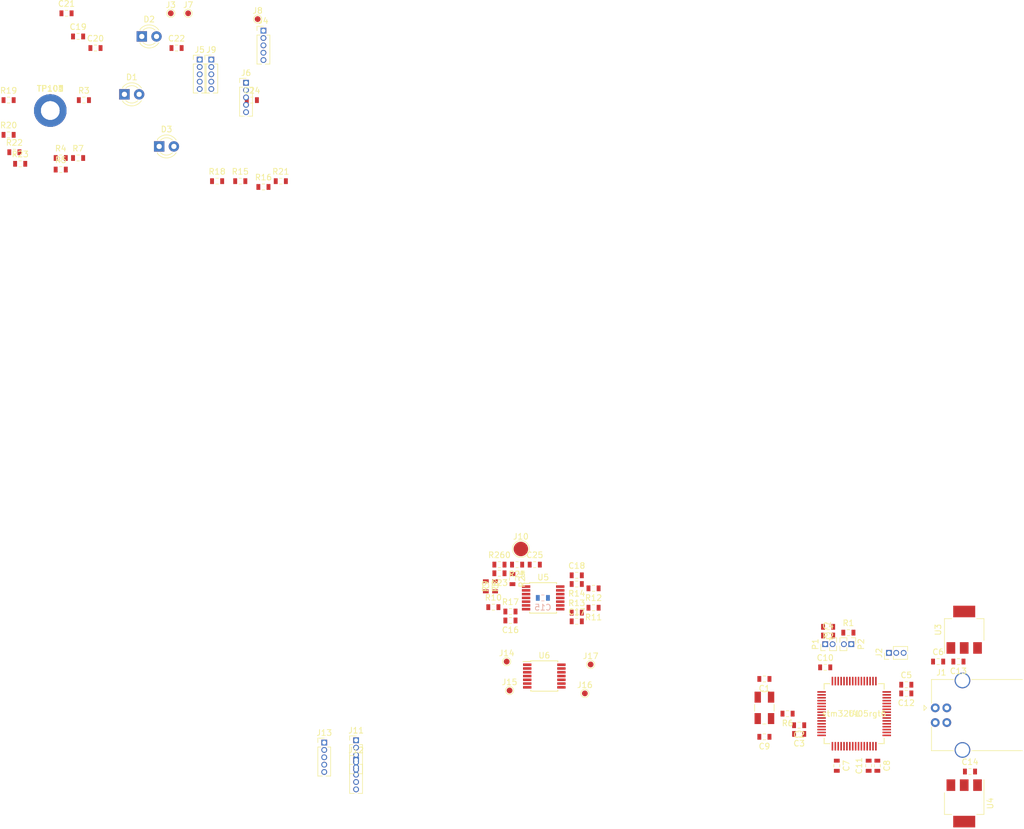
<source format=kicad_pcb>
(kicad_pcb (version 4) (host pcbnew 4.0.7-e2-6376~58~ubuntu16.04.1)

  (general
    (links 190)
    (no_connects 187)
    (area 0 0 0 0)
    (thickness 1.6)
    (drawings 0)
    (tracks 0)
    (zones 0)
    (modules 83)
    (nets 48)
  )

  (page A4)
  (layers
    (0 F.Cu signal)
    (31 B.Cu signal)
    (32 B.Adhes user)
    (33 F.Adhes user)
    (34 B.Paste user)
    (35 F.Paste user)
    (36 B.SilkS user)
    (37 F.SilkS user)
    (38 B.Mask user)
    (39 F.Mask user)
    (40 Dwgs.User user)
    (41 Cmts.User user)
    (42 Eco1.User user)
    (43 Eco2.User user)
    (44 Edge.Cuts user)
    (45 Margin user)
    (46 B.CrtYd user)
    (47 F.CrtYd user)
    (48 B.Fab user)
    (49 F.Fab user)
  )

  (setup
    (last_trace_width 0.25)
    (trace_clearance 0.2)
    (zone_clearance 0.508)
    (zone_45_only no)
    (trace_min 0.2)
    (segment_width 0.2)
    (edge_width 0.15)
    (via_size 0.6)
    (via_drill 0.4)
    (via_min_size 0.4)
    (via_min_drill 0.3)
    (uvia_size 0.3)
    (uvia_drill 0.1)
    (uvias_allowed no)
    (uvia_min_size 0.2)
    (uvia_min_drill 0.1)
    (pcb_text_width 0.3)
    (pcb_text_size 1.5 1.5)
    (mod_edge_width 0.15)
    (mod_text_size 1 1)
    (mod_text_width 0.15)
    (pad_size 1.524 1.524)
    (pad_drill 0.762)
    (pad_to_mask_clearance 0.2)
    (aux_axis_origin 0 0)
    (visible_elements 7FFFFF9F)
    (pcbplotparams
      (layerselection 0x00030_80000001)
      (usegerberextensions false)
      (excludeedgelayer true)
      (linewidth 0.100000)
      (plotframeref false)
      (viasonmask false)
      (mode 1)
      (useauxorigin false)
      (hpglpennumber 1)
      (hpglpenspeed 20)
      (hpglpendiameter 15)
      (hpglpenoverlay 2)
      (psnegative false)
      (psa4output false)
      (plotreference true)
      (plotvalue true)
      (plotinvisibletext false)
      (padsonsilk false)
      (subtractmaskfromsilk false)
      (outputformat 1)
      (mirror false)
      (drillshape 1)
      (scaleselection 1)
      (outputdirectory ""))
  )

  (net 0 "")
  (net 1 GND)
  (net 2 /clk-in)
  (net 3 VDDA)
  (net 4 GNDA)
  (net 5 /~mcu-rst~)
  (net 6 VDD)
  (net 7 /vbus)
  (net 8 "Net-(C9-Pad1)")
  (net 9 "Net-(C11-Pad2)")
  (net 10 "Net-(C12-Pad2)")
  (net 11 /in_0)
  (net 12 "Net-(C16-Pad2)")
  (net 13 /in_1)
  (net 14 "Net-(C17-Pad2)")
  (net 15 /in_2)
  (net 16 "Net-(C18-Pad2)")
  (net 17 /in_3)
  (net 18 /in_4)
  (net 19 "Net-(C20-Pad2)")
  (net 20 /in_5)
  (net 21 "Net-(C21-Pad2)")
  (net 22 /in_6)
  (net 23 "Net-(C22-Pad2)")
  (net 24 "Net-(C25-Pad1)")
  (net 25 "Net-(D1-Pad1)")
  (net 26 "Net-(D2-Pad1)")
  (net 27 "Net-(D3-Pad1)")
  (net 28 /dev_dm)
  (net 29 /dev_dp)
  (net 30 /swd_clk)
  (net 31 /swd_io)
  (net 32 /boot0)
  (net 33 /led-0)
  (net 34 /led-1)
  (net 35 /led-2)
  (net 36 /clk-out)
  (net 37 "Net-(R8-Pad2)")
  (net 38 "Net-(R24-Pad2)")
  (net 39 /v_ref)
  (net 40 "Net-(C24-Pad2)")
  (net 41 /v_0)
  (net 42 /v_1)
  (net 43 /v_2)
  (net 44 /v_3)
  (net 45 /v_4)
  (net 46 /v_5)
  (net 47 /v_6)

  (net_class Default "This is the default net class."
    (clearance 0.2)
    (trace_width 0.25)
    (via_dia 0.6)
    (via_drill 0.4)
    (uvia_dia 0.3)
    (uvia_drill 0.1)
    (add_net /boot0)
    (add_net /clk-in)
    (add_net /clk-out)
    (add_net /dev_dm)
    (add_net /dev_dp)
    (add_net /in_0)
    (add_net /in_1)
    (add_net /in_2)
    (add_net /in_3)
    (add_net /in_4)
    (add_net /in_5)
    (add_net /in_6)
    (add_net /led-0)
    (add_net /led-1)
    (add_net /led-2)
    (add_net /swd_clk)
    (add_net /swd_io)
    (add_net /v_0)
    (add_net /v_1)
    (add_net /v_2)
    (add_net /v_3)
    (add_net /v_4)
    (add_net /v_5)
    (add_net /v_6)
    (add_net /v_ref)
    (add_net /vbus)
    (add_net /~mcu-rst~)
    (add_net GND)
    (add_net GNDA)
    (add_net "Net-(C11-Pad2)")
    (add_net "Net-(C12-Pad2)")
    (add_net "Net-(C16-Pad2)")
    (add_net "Net-(C17-Pad2)")
    (add_net "Net-(C18-Pad2)")
    (add_net "Net-(C20-Pad2)")
    (add_net "Net-(C21-Pad2)")
    (add_net "Net-(C22-Pad2)")
    (add_net "Net-(C24-Pad2)")
    (add_net "Net-(C25-Pad1)")
    (add_net "Net-(C9-Pad1)")
    (add_net "Net-(D1-Pad1)")
    (add_net "Net-(D2-Pad1)")
    (add_net "Net-(D3-Pad1)")
    (add_net "Net-(R24-Pad2)")
    (add_net "Net-(R8-Pad2)")
    (add_net VDD)
    (add_net VDDA)
  )

  (module Capacitor_SMD:C_0603_1608Metric (layer F.Cu) (tedit 59FE48B8) (tstamp 5B9E0151)
    (at 148.5 95 180)
    (descr "Capacitor SMD 0603 (1608 Metric), square (rectangular) end terminal, IPC_7351 nominal, (Body size source: http://www.tortai-tech.com/upload/download/2011102023233369053.pdf), generated with kicad-footprint-generator")
    (tags capacitor)
    (path /5B9D7D3E)
    (attr smd)
    (fp_text reference C1 (at 0 -1.65 180) (layer F.SilkS)
      (effects (font (size 1 1) (thickness 0.15)))
    )
    (fp_text value 18p (at 0 1.65 180) (layer F.Fab)
      (effects (font (size 1 1) (thickness 0.15)))
    )
    (fp_line (start -0.8 0.4) (end -0.8 -0.4) (layer F.Fab) (width 0.1))
    (fp_line (start -0.8 -0.4) (end 0.8 -0.4) (layer F.Fab) (width 0.1))
    (fp_line (start 0.8 -0.4) (end 0.8 0.4) (layer F.Fab) (width 0.1))
    (fp_line (start 0.8 0.4) (end -0.8 0.4) (layer F.Fab) (width 0.1))
    (fp_line (start -0.22 -0.51) (end 0.22 -0.51) (layer F.SilkS) (width 0.12))
    (fp_line (start -0.22 0.51) (end 0.22 0.51) (layer F.SilkS) (width 0.12))
    (fp_line (start -1.46 0.75) (end -1.46 -0.75) (layer F.CrtYd) (width 0.05))
    (fp_line (start -1.46 -0.75) (end 1.46 -0.75) (layer F.CrtYd) (width 0.05))
    (fp_line (start 1.46 -0.75) (end 1.46 0.75) (layer F.CrtYd) (width 0.05))
    (fp_line (start 1.46 0.75) (end -1.46 0.75) (layer F.CrtYd) (width 0.05))
    (fp_text user %R (at 0 0 180) (layer F.Fab)
      (effects (font (size 0.5 0.5) (thickness 0.08)))
    )
    (pad 1 smd rect (at -0.875 0 180) (size 0.67 1) (layers F.Cu F.Paste F.Mask)
      (net 1 GND))
    (pad 2 smd rect (at 0.875 0 180) (size 0.67 1) (layers F.Cu F.Paste F.Mask)
      (net 2 /clk-in))
    (model ${KISYS3DMOD}/Capacitor_SMD.3dshapes/C_0603_1608Metric.wrl
      (at (xyz 0 0 0))
      (scale (xyz 1 1 1))
      (rotate (xyz 0 0 0))
    )
  )

  (module Capacitor_SMD:C_0603_1608Metric (layer F.Cu) (tedit 59FE48B8) (tstamp 5B9E0157)
    (at 154.5 103 180)
    (descr "Capacitor SMD 0603 (1608 Metric), square (rectangular) end terminal, IPC_7351 nominal, (Body size source: http://www.tortai-tech.com/upload/download/2011102023233369053.pdf), generated with kicad-footprint-generator")
    (tags capacitor)
    (path /5BA122B7)
    (attr smd)
    (fp_text reference C2 (at 0 -1.65 180) (layer F.SilkS)
      (effects (font (size 1 1) (thickness 0.15)))
    )
    (fp_text value 2n2 (at 0 1.65 180) (layer F.Fab)
      (effects (font (size 1 1) (thickness 0.15)))
    )
    (fp_line (start -0.8 0.4) (end -0.8 -0.4) (layer F.Fab) (width 0.1))
    (fp_line (start -0.8 -0.4) (end 0.8 -0.4) (layer F.Fab) (width 0.1))
    (fp_line (start 0.8 -0.4) (end 0.8 0.4) (layer F.Fab) (width 0.1))
    (fp_line (start 0.8 0.4) (end -0.8 0.4) (layer F.Fab) (width 0.1))
    (fp_line (start -0.22 -0.51) (end 0.22 -0.51) (layer F.SilkS) (width 0.12))
    (fp_line (start -0.22 0.51) (end 0.22 0.51) (layer F.SilkS) (width 0.12))
    (fp_line (start -1.46 0.75) (end -1.46 -0.75) (layer F.CrtYd) (width 0.05))
    (fp_line (start -1.46 -0.75) (end 1.46 -0.75) (layer F.CrtYd) (width 0.05))
    (fp_line (start 1.46 -0.75) (end 1.46 0.75) (layer F.CrtYd) (width 0.05))
    (fp_line (start 1.46 0.75) (end -1.46 0.75) (layer F.CrtYd) (width 0.05))
    (fp_text user %R (at 0 0 180) (layer F.Fab)
      (effects (font (size 0.5 0.5) (thickness 0.08)))
    )
    (pad 1 smd rect (at -0.875 0 180) (size 0.67 1) (layers F.Cu F.Paste F.Mask)
      (net 3 VDDA))
    (pad 2 smd rect (at 0.875 0 180) (size 0.67 1) (layers F.Cu F.Paste F.Mask)
      (net 4 GNDA))
    (model ${KISYS3DMOD}/Capacitor_SMD.3dshapes/C_0603_1608Metric.wrl
      (at (xyz 0 0 0))
      (scale (xyz 1 1 1))
      (rotate (xyz 0 0 0))
    )
  )

  (module Capacitor_SMD:C_0603_1608Metric (layer F.Cu) (tedit 59FE48B8) (tstamp 5B9E015D)
    (at 154.5 104.5 180)
    (descr "Capacitor SMD 0603 (1608 Metric), square (rectangular) end terminal, IPC_7351 nominal, (Body size source: http://www.tortai-tech.com/upload/download/2011102023233369053.pdf), generated with kicad-footprint-generator")
    (tags capacitor)
    (path /5B9D7D69)
    (attr smd)
    (fp_text reference C3 (at 0 -1.65 180) (layer F.SilkS)
      (effects (font (size 1 1) (thickness 0.15)))
    )
    (fp_text value 100n (at 0 1.65 180) (layer F.Fab)
      (effects (font (size 1 1) (thickness 0.15)))
    )
    (fp_line (start -0.8 0.4) (end -0.8 -0.4) (layer F.Fab) (width 0.1))
    (fp_line (start -0.8 -0.4) (end 0.8 -0.4) (layer F.Fab) (width 0.1))
    (fp_line (start 0.8 -0.4) (end 0.8 0.4) (layer F.Fab) (width 0.1))
    (fp_line (start 0.8 0.4) (end -0.8 0.4) (layer F.Fab) (width 0.1))
    (fp_line (start -0.22 -0.51) (end 0.22 -0.51) (layer F.SilkS) (width 0.12))
    (fp_line (start -0.22 0.51) (end 0.22 0.51) (layer F.SilkS) (width 0.12))
    (fp_line (start -1.46 0.75) (end -1.46 -0.75) (layer F.CrtYd) (width 0.05))
    (fp_line (start -1.46 -0.75) (end 1.46 -0.75) (layer F.CrtYd) (width 0.05))
    (fp_line (start 1.46 -0.75) (end 1.46 0.75) (layer F.CrtYd) (width 0.05))
    (fp_line (start 1.46 0.75) (end -1.46 0.75) (layer F.CrtYd) (width 0.05))
    (fp_text user %R (at 0 0 180) (layer F.Fab)
      (effects (font (size 0.5 0.5) (thickness 0.08)))
    )
    (pad 1 smd rect (at -0.875 0 180) (size 0.67 1) (layers F.Cu F.Paste F.Mask)
      (net 3 VDDA))
    (pad 2 smd rect (at 0.875 0 180) (size 0.67 1) (layers F.Cu F.Paste F.Mask)
      (net 4 GNDA))
    (model ${KISYS3DMOD}/Capacitor_SMD.3dshapes/C_0603_1608Metric.wrl
      (at (xyz 0 0 0))
      (scale (xyz 1 1 1))
      (rotate (xyz 0 0 0))
    )
  )

  (module Capacitor_SMD:C_0603_1608Metric (layer F.Cu) (tedit 59FE48B8) (tstamp 5B9E0163)
    (at 159.5 87.5)
    (descr "Capacitor SMD 0603 (1608 Metric), square (rectangular) end terminal, IPC_7351 nominal, (Body size source: http://www.tortai-tech.com/upload/download/2011102023233369053.pdf), generated with kicad-footprint-generator")
    (tags capacitor)
    (path /5B9D7D3A)
    (attr smd)
    (fp_text reference C4 (at 0 -1.65) (layer F.SilkS)
      (effects (font (size 1 1) (thickness 0.15)))
    )
    (fp_text value 100n (at 0 1.65) (layer F.Fab)
      (effects (font (size 1 1) (thickness 0.15)))
    )
    (fp_line (start -0.8 0.4) (end -0.8 -0.4) (layer F.Fab) (width 0.1))
    (fp_line (start -0.8 -0.4) (end 0.8 -0.4) (layer F.Fab) (width 0.1))
    (fp_line (start 0.8 -0.4) (end 0.8 0.4) (layer F.Fab) (width 0.1))
    (fp_line (start 0.8 0.4) (end -0.8 0.4) (layer F.Fab) (width 0.1))
    (fp_line (start -0.22 -0.51) (end 0.22 -0.51) (layer F.SilkS) (width 0.12))
    (fp_line (start -0.22 0.51) (end 0.22 0.51) (layer F.SilkS) (width 0.12))
    (fp_line (start -1.46 0.75) (end -1.46 -0.75) (layer F.CrtYd) (width 0.05))
    (fp_line (start -1.46 -0.75) (end 1.46 -0.75) (layer F.CrtYd) (width 0.05))
    (fp_line (start 1.46 -0.75) (end 1.46 0.75) (layer F.CrtYd) (width 0.05))
    (fp_line (start 1.46 0.75) (end -1.46 0.75) (layer F.CrtYd) (width 0.05))
    (fp_text user %R (at 0 0) (layer F.Fab)
      (effects (font (size 0.5 0.5) (thickness 0.08)))
    )
    (pad 1 smd rect (at -0.875 0) (size 0.67 1) (layers F.Cu F.Paste F.Mask)
      (net 5 /~mcu-rst~))
    (pad 2 smd rect (at 0.875 0) (size 0.67 1) (layers F.Cu F.Paste F.Mask)
      (net 1 GND))
    (model ${KISYS3DMOD}/Capacitor_SMD.3dshapes/C_0603_1608Metric.wrl
      (at (xyz 0 0 0))
      (scale (xyz 1 1 1))
      (rotate (xyz 0 0 0))
    )
  )

  (module Capacitor_SMD:C_0603_1608Metric (layer F.Cu) (tedit 59FE48B8) (tstamp 5B9E0169)
    (at 173 96)
    (descr "Capacitor SMD 0603 (1608 Metric), square (rectangular) end terminal, IPC_7351 nominal, (Body size source: http://www.tortai-tech.com/upload/download/2011102023233369053.pdf), generated with kicad-footprint-generator")
    (tags capacitor)
    (path /5B9D7D57)
    (attr smd)
    (fp_text reference C5 (at 0 -1.65) (layer F.SilkS)
      (effects (font (size 1 1) (thickness 0.15)))
    )
    (fp_text value 100n (at 0 1.65) (layer F.Fab)
      (effects (font (size 1 1) (thickness 0.15)))
    )
    (fp_line (start -0.8 0.4) (end -0.8 -0.4) (layer F.Fab) (width 0.1))
    (fp_line (start -0.8 -0.4) (end 0.8 -0.4) (layer F.Fab) (width 0.1))
    (fp_line (start 0.8 -0.4) (end 0.8 0.4) (layer F.Fab) (width 0.1))
    (fp_line (start 0.8 0.4) (end -0.8 0.4) (layer F.Fab) (width 0.1))
    (fp_line (start -0.22 -0.51) (end 0.22 -0.51) (layer F.SilkS) (width 0.12))
    (fp_line (start -0.22 0.51) (end 0.22 0.51) (layer F.SilkS) (width 0.12))
    (fp_line (start -1.46 0.75) (end -1.46 -0.75) (layer F.CrtYd) (width 0.05))
    (fp_line (start -1.46 -0.75) (end 1.46 -0.75) (layer F.CrtYd) (width 0.05))
    (fp_line (start 1.46 -0.75) (end 1.46 0.75) (layer F.CrtYd) (width 0.05))
    (fp_line (start 1.46 0.75) (end -1.46 0.75) (layer F.CrtYd) (width 0.05))
    (fp_text user %R (at 0 0) (layer F.Fab)
      (effects (font (size 0.5 0.5) (thickness 0.08)))
    )
    (pad 1 smd rect (at -0.875 0) (size 0.67 1) (layers F.Cu F.Paste F.Mask)
      (net 6 VDD))
    (pad 2 smd rect (at 0.875 0) (size 0.67 1) (layers F.Cu F.Paste F.Mask)
      (net 1 GND))
    (model ${KISYS3DMOD}/Capacitor_SMD.3dshapes/C_0603_1608Metric.wrl
      (at (xyz 0 0 0))
      (scale (xyz 1 1 1))
      (rotate (xyz 0 0 0))
    )
  )

  (module Capacitor_SMD:C_0603_1608Metric (layer F.Cu) (tedit 59FE48B8) (tstamp 5B9E016F)
    (at 178.5 92)
    (descr "Capacitor SMD 0603 (1608 Metric), square (rectangular) end terminal, IPC_7351 nominal, (Body size source: http://www.tortai-tech.com/upload/download/2011102023233369053.pdf), generated with kicad-footprint-generator")
    (tags capacitor)
    (path /5B9D7D4B)
    (attr smd)
    (fp_text reference C6 (at 0 -1.65) (layer F.SilkS)
      (effects (font (size 1 1) (thickness 0.15)))
    )
    (fp_text value 4u7 (at 0 1.65) (layer F.Fab)
      (effects (font (size 1 1) (thickness 0.15)))
    )
    (fp_line (start -0.8 0.4) (end -0.8 -0.4) (layer F.Fab) (width 0.1))
    (fp_line (start -0.8 -0.4) (end 0.8 -0.4) (layer F.Fab) (width 0.1))
    (fp_line (start 0.8 -0.4) (end 0.8 0.4) (layer F.Fab) (width 0.1))
    (fp_line (start 0.8 0.4) (end -0.8 0.4) (layer F.Fab) (width 0.1))
    (fp_line (start -0.22 -0.51) (end 0.22 -0.51) (layer F.SilkS) (width 0.12))
    (fp_line (start -0.22 0.51) (end 0.22 0.51) (layer F.SilkS) (width 0.12))
    (fp_line (start -1.46 0.75) (end -1.46 -0.75) (layer F.CrtYd) (width 0.05))
    (fp_line (start -1.46 -0.75) (end 1.46 -0.75) (layer F.CrtYd) (width 0.05))
    (fp_line (start 1.46 -0.75) (end 1.46 0.75) (layer F.CrtYd) (width 0.05))
    (fp_line (start 1.46 0.75) (end -1.46 0.75) (layer F.CrtYd) (width 0.05))
    (fp_text user %R (at 0 0) (layer F.Fab)
      (effects (font (size 0.5 0.5) (thickness 0.08)))
    )
    (pad 1 smd rect (at -0.875 0) (size 0.67 1) (layers F.Cu F.Paste F.Mask)
      (net 7 /vbus))
    (pad 2 smd rect (at 0.875 0) (size 0.67 1) (layers F.Cu F.Paste F.Mask)
      (net 1 GND))
    (model ${KISYS3DMOD}/Capacitor_SMD.3dshapes/C_0603_1608Metric.wrl
      (at (xyz 0 0 0))
      (scale (xyz 1 1 1))
      (rotate (xyz 0 0 0))
    )
  )

  (module Capacitor_SMD:C_0603_1608Metric (layer F.Cu) (tedit 59FE48B8) (tstamp 5B9E0175)
    (at 161 110 270)
    (descr "Capacitor SMD 0603 (1608 Metric), square (rectangular) end terminal, IPC_7351 nominal, (Body size source: http://www.tortai-tech.com/upload/download/2011102023233369053.pdf), generated with kicad-footprint-generator")
    (tags capacitor)
    (path /5B9D7D58)
    (attr smd)
    (fp_text reference C7 (at 0 -1.65 270) (layer F.SilkS)
      (effects (font (size 1 1) (thickness 0.15)))
    )
    (fp_text value 100n (at 0 1.65 270) (layer F.Fab)
      (effects (font (size 1 1) (thickness 0.15)))
    )
    (fp_line (start -0.8 0.4) (end -0.8 -0.4) (layer F.Fab) (width 0.1))
    (fp_line (start -0.8 -0.4) (end 0.8 -0.4) (layer F.Fab) (width 0.1))
    (fp_line (start 0.8 -0.4) (end 0.8 0.4) (layer F.Fab) (width 0.1))
    (fp_line (start 0.8 0.4) (end -0.8 0.4) (layer F.Fab) (width 0.1))
    (fp_line (start -0.22 -0.51) (end 0.22 -0.51) (layer F.SilkS) (width 0.12))
    (fp_line (start -0.22 0.51) (end 0.22 0.51) (layer F.SilkS) (width 0.12))
    (fp_line (start -1.46 0.75) (end -1.46 -0.75) (layer F.CrtYd) (width 0.05))
    (fp_line (start -1.46 -0.75) (end 1.46 -0.75) (layer F.CrtYd) (width 0.05))
    (fp_line (start 1.46 -0.75) (end 1.46 0.75) (layer F.CrtYd) (width 0.05))
    (fp_line (start 1.46 0.75) (end -1.46 0.75) (layer F.CrtYd) (width 0.05))
    (fp_text user %R (at 0 0 270) (layer F.Fab)
      (effects (font (size 0.5 0.5) (thickness 0.08)))
    )
    (pad 1 smd rect (at -0.875 0 270) (size 0.67 1) (layers F.Cu F.Paste F.Mask)
      (net 6 VDD))
    (pad 2 smd rect (at 0.875 0 270) (size 0.67 1) (layers F.Cu F.Paste F.Mask)
      (net 1 GND))
    (model ${KISYS3DMOD}/Capacitor_SMD.3dshapes/C_0603_1608Metric.wrl
      (at (xyz 0 0 0))
      (scale (xyz 1 1 1))
      (rotate (xyz 0 0 0))
    )
  )

  (module Capacitor_SMD:C_0603_1608Metric (layer F.Cu) (tedit 59FE48B8) (tstamp 5B9E017B)
    (at 168 110 270)
    (descr "Capacitor SMD 0603 (1608 Metric), square (rectangular) end terminal, IPC_7351 nominal, (Body size source: http://www.tortai-tech.com/upload/download/2011102023233369053.pdf), generated with kicad-footprint-generator")
    (tags capacitor)
    (path /5B9D7D59)
    (attr smd)
    (fp_text reference C8 (at 0 -1.65 270) (layer F.SilkS)
      (effects (font (size 1 1) (thickness 0.15)))
    )
    (fp_text value 100n (at 0 1.65 270) (layer F.Fab)
      (effects (font (size 1 1) (thickness 0.15)))
    )
    (fp_line (start -0.8 0.4) (end -0.8 -0.4) (layer F.Fab) (width 0.1))
    (fp_line (start -0.8 -0.4) (end 0.8 -0.4) (layer F.Fab) (width 0.1))
    (fp_line (start 0.8 -0.4) (end 0.8 0.4) (layer F.Fab) (width 0.1))
    (fp_line (start 0.8 0.4) (end -0.8 0.4) (layer F.Fab) (width 0.1))
    (fp_line (start -0.22 -0.51) (end 0.22 -0.51) (layer F.SilkS) (width 0.12))
    (fp_line (start -0.22 0.51) (end 0.22 0.51) (layer F.SilkS) (width 0.12))
    (fp_line (start -1.46 0.75) (end -1.46 -0.75) (layer F.CrtYd) (width 0.05))
    (fp_line (start -1.46 -0.75) (end 1.46 -0.75) (layer F.CrtYd) (width 0.05))
    (fp_line (start 1.46 -0.75) (end 1.46 0.75) (layer F.CrtYd) (width 0.05))
    (fp_line (start 1.46 0.75) (end -1.46 0.75) (layer F.CrtYd) (width 0.05))
    (fp_text user %R (at 0 0 270) (layer F.Fab)
      (effects (font (size 0.5 0.5) (thickness 0.08)))
    )
    (pad 1 smd rect (at -0.875 0 270) (size 0.67 1) (layers F.Cu F.Paste F.Mask)
      (net 6 VDD))
    (pad 2 smd rect (at 0.875 0 270) (size 0.67 1) (layers F.Cu F.Paste F.Mask)
      (net 1 GND))
    (model ${KISYS3DMOD}/Capacitor_SMD.3dshapes/C_0603_1608Metric.wrl
      (at (xyz 0 0 0))
      (scale (xyz 1 1 1))
      (rotate (xyz 0 0 0))
    )
  )

  (module Capacitor_SMD:C_0603_1608Metric (layer F.Cu) (tedit 59FE48B8) (tstamp 5B9E0181)
    (at 148.5 105 180)
    (descr "Capacitor SMD 0603 (1608 Metric), square (rectangular) end terminal, IPC_7351 nominal, (Body size source: http://www.tortai-tech.com/upload/download/2011102023233369053.pdf), generated with kicad-footprint-generator")
    (tags capacitor)
    (path /5B9D7D3F)
    (attr smd)
    (fp_text reference C9 (at 0 -1.65 180) (layer F.SilkS)
      (effects (font (size 1 1) (thickness 0.15)))
    )
    (fp_text value 18p (at 0 1.65 180) (layer F.Fab)
      (effects (font (size 1 1) (thickness 0.15)))
    )
    (fp_line (start -0.8 0.4) (end -0.8 -0.4) (layer F.Fab) (width 0.1))
    (fp_line (start -0.8 -0.4) (end 0.8 -0.4) (layer F.Fab) (width 0.1))
    (fp_line (start 0.8 -0.4) (end 0.8 0.4) (layer F.Fab) (width 0.1))
    (fp_line (start 0.8 0.4) (end -0.8 0.4) (layer F.Fab) (width 0.1))
    (fp_line (start -0.22 -0.51) (end 0.22 -0.51) (layer F.SilkS) (width 0.12))
    (fp_line (start -0.22 0.51) (end 0.22 0.51) (layer F.SilkS) (width 0.12))
    (fp_line (start -1.46 0.75) (end -1.46 -0.75) (layer F.CrtYd) (width 0.05))
    (fp_line (start -1.46 -0.75) (end 1.46 -0.75) (layer F.CrtYd) (width 0.05))
    (fp_line (start 1.46 -0.75) (end 1.46 0.75) (layer F.CrtYd) (width 0.05))
    (fp_line (start 1.46 0.75) (end -1.46 0.75) (layer F.CrtYd) (width 0.05))
    (fp_text user %R (at 0 0 180) (layer F.Fab)
      (effects (font (size 0.5 0.5) (thickness 0.08)))
    )
    (pad 1 smd rect (at -0.875 0 180) (size 0.67 1) (layers F.Cu F.Paste F.Mask)
      (net 8 "Net-(C9-Pad1)"))
    (pad 2 smd rect (at 0.875 0 180) (size 0.67 1) (layers F.Cu F.Paste F.Mask)
      (net 1 GND))
    (model ${KISYS3DMOD}/Capacitor_SMD.3dshapes/C_0603_1608Metric.wrl
      (at (xyz 0 0 0))
      (scale (xyz 1 1 1))
      (rotate (xyz 0 0 0))
    )
  )

  (module Capacitor_SMD:C_0603_1608Metric (layer F.Cu) (tedit 59FE48B8) (tstamp 5B9E0187)
    (at 159 93)
    (descr "Capacitor SMD 0603 (1608 Metric), square (rectangular) end terminal, IPC_7351 nominal, (Body size source: http://www.tortai-tech.com/upload/download/2011102023233369053.pdf), generated with kicad-footprint-generator")
    (tags capacitor)
    (path /5B9D7D5A)
    (attr smd)
    (fp_text reference C10 (at 0 -1.65) (layer F.SilkS)
      (effects (font (size 1 1) (thickness 0.15)))
    )
    (fp_text value 100n (at 0 1.65) (layer F.Fab)
      (effects (font (size 1 1) (thickness 0.15)))
    )
    (fp_line (start -0.8 0.4) (end -0.8 -0.4) (layer F.Fab) (width 0.1))
    (fp_line (start -0.8 -0.4) (end 0.8 -0.4) (layer F.Fab) (width 0.1))
    (fp_line (start 0.8 -0.4) (end 0.8 0.4) (layer F.Fab) (width 0.1))
    (fp_line (start 0.8 0.4) (end -0.8 0.4) (layer F.Fab) (width 0.1))
    (fp_line (start -0.22 -0.51) (end 0.22 -0.51) (layer F.SilkS) (width 0.12))
    (fp_line (start -0.22 0.51) (end 0.22 0.51) (layer F.SilkS) (width 0.12))
    (fp_line (start -1.46 0.75) (end -1.46 -0.75) (layer F.CrtYd) (width 0.05))
    (fp_line (start -1.46 -0.75) (end 1.46 -0.75) (layer F.CrtYd) (width 0.05))
    (fp_line (start 1.46 -0.75) (end 1.46 0.75) (layer F.CrtYd) (width 0.05))
    (fp_line (start 1.46 0.75) (end -1.46 0.75) (layer F.CrtYd) (width 0.05))
    (fp_text user %R (at 0 0) (layer F.Fab)
      (effects (font (size 0.5 0.5) (thickness 0.08)))
    )
    (pad 1 smd rect (at -0.875 0) (size 0.67 1) (layers F.Cu F.Paste F.Mask)
      (net 6 VDD))
    (pad 2 smd rect (at 0.875 0) (size 0.67 1) (layers F.Cu F.Paste F.Mask)
      (net 1 GND))
    (model ${KISYS3DMOD}/Capacitor_SMD.3dshapes/C_0603_1608Metric.wrl
      (at (xyz 0 0 0))
      (scale (xyz 1 1 1))
      (rotate (xyz 0 0 0))
    )
  )

  (module Capacitor_SMD:C_0603_1608Metric (layer F.Cu) (tedit 59FE48B8) (tstamp 5B9E018D)
    (at 166.5 110 90)
    (descr "Capacitor SMD 0603 (1608 Metric), square (rectangular) end terminal, IPC_7351 nominal, (Body size source: http://www.tortai-tech.com/upload/download/2011102023233369053.pdf), generated with kicad-footprint-generator")
    (tags capacitor)
    (path /5B9D7D64)
    (attr smd)
    (fp_text reference C11 (at 0 -1.65 90) (layer F.SilkS)
      (effects (font (size 1 1) (thickness 0.15)))
    )
    (fp_text value 2u2 (at 0 1.65 90) (layer F.Fab)
      (effects (font (size 1 1) (thickness 0.15)))
    )
    (fp_line (start -0.8 0.4) (end -0.8 -0.4) (layer F.Fab) (width 0.1))
    (fp_line (start -0.8 -0.4) (end 0.8 -0.4) (layer F.Fab) (width 0.1))
    (fp_line (start 0.8 -0.4) (end 0.8 0.4) (layer F.Fab) (width 0.1))
    (fp_line (start 0.8 0.4) (end -0.8 0.4) (layer F.Fab) (width 0.1))
    (fp_line (start -0.22 -0.51) (end 0.22 -0.51) (layer F.SilkS) (width 0.12))
    (fp_line (start -0.22 0.51) (end 0.22 0.51) (layer F.SilkS) (width 0.12))
    (fp_line (start -1.46 0.75) (end -1.46 -0.75) (layer F.CrtYd) (width 0.05))
    (fp_line (start -1.46 -0.75) (end 1.46 -0.75) (layer F.CrtYd) (width 0.05))
    (fp_line (start 1.46 -0.75) (end 1.46 0.75) (layer F.CrtYd) (width 0.05))
    (fp_line (start 1.46 0.75) (end -1.46 0.75) (layer F.CrtYd) (width 0.05))
    (fp_text user %R (at 0 0 90) (layer F.Fab)
      (effects (font (size 0.5 0.5) (thickness 0.08)))
    )
    (pad 1 smd rect (at -0.875 0 90) (size 0.67 1) (layers F.Cu F.Paste F.Mask)
      (net 1 GND))
    (pad 2 smd rect (at 0.875 0 90) (size 0.67 1) (layers F.Cu F.Paste F.Mask)
      (net 9 "Net-(C11-Pad2)"))
    (model ${KISYS3DMOD}/Capacitor_SMD.3dshapes/C_0603_1608Metric.wrl
      (at (xyz 0 0 0))
      (scale (xyz 1 1 1))
      (rotate (xyz 0 0 0))
    )
  )

  (module Capacitor_SMD:C_0603_1608Metric (layer F.Cu) (tedit 59FE48B8) (tstamp 5B9E0193)
    (at 173 97.5 180)
    (descr "Capacitor SMD 0603 (1608 Metric), square (rectangular) end terminal, IPC_7351 nominal, (Body size source: http://www.tortai-tech.com/upload/download/2011102023233369053.pdf), generated with kicad-footprint-generator")
    (tags capacitor)
    (path /5B9D7D66)
    (attr smd)
    (fp_text reference C12 (at 0 -1.65 180) (layer F.SilkS)
      (effects (font (size 1 1) (thickness 0.15)))
    )
    (fp_text value 2u2 (at 0 1.65 180) (layer F.Fab)
      (effects (font (size 1 1) (thickness 0.15)))
    )
    (fp_line (start -0.8 0.4) (end -0.8 -0.4) (layer F.Fab) (width 0.1))
    (fp_line (start -0.8 -0.4) (end 0.8 -0.4) (layer F.Fab) (width 0.1))
    (fp_line (start 0.8 -0.4) (end 0.8 0.4) (layer F.Fab) (width 0.1))
    (fp_line (start 0.8 0.4) (end -0.8 0.4) (layer F.Fab) (width 0.1))
    (fp_line (start -0.22 -0.51) (end 0.22 -0.51) (layer F.SilkS) (width 0.12))
    (fp_line (start -0.22 0.51) (end 0.22 0.51) (layer F.SilkS) (width 0.12))
    (fp_line (start -1.46 0.75) (end -1.46 -0.75) (layer F.CrtYd) (width 0.05))
    (fp_line (start -1.46 -0.75) (end 1.46 -0.75) (layer F.CrtYd) (width 0.05))
    (fp_line (start 1.46 -0.75) (end 1.46 0.75) (layer F.CrtYd) (width 0.05))
    (fp_line (start 1.46 0.75) (end -1.46 0.75) (layer F.CrtYd) (width 0.05))
    (fp_text user %R (at 0 0 180) (layer F.Fab)
      (effects (font (size 0.5 0.5) (thickness 0.08)))
    )
    (pad 1 smd rect (at -0.875 0 180) (size 0.67 1) (layers F.Cu F.Paste F.Mask)
      (net 1 GND))
    (pad 2 smd rect (at 0.875 0 180) (size 0.67 1) (layers F.Cu F.Paste F.Mask)
      (net 10 "Net-(C12-Pad2)"))
    (model ${KISYS3DMOD}/Capacitor_SMD.3dshapes/C_0603_1608Metric.wrl
      (at (xyz 0 0 0))
      (scale (xyz 1 1 1))
      (rotate (xyz 0 0 0))
    )
  )

  (module Capacitor_SMD:C_0603_1608Metric (layer F.Cu) (tedit 59FE48B8) (tstamp 5B9E0199)
    (at 182 92 180)
    (descr "Capacitor SMD 0603 (1608 Metric), square (rectangular) end terminal, IPC_7351 nominal, (Body size source: http://www.tortai-tech.com/upload/download/2011102023233369053.pdf), generated with kicad-footprint-generator")
    (tags capacitor)
    (path /5B9D7D48)
    (attr smd)
    (fp_text reference C13 (at 0 -1.65 180) (layer F.SilkS)
      (effects (font (size 1 1) (thickness 0.15)))
    )
    (fp_text value 4u7 (at 0 1.65 180) (layer F.Fab)
      (effects (font (size 1 1) (thickness 0.15)))
    )
    (fp_line (start -0.8 0.4) (end -0.8 -0.4) (layer F.Fab) (width 0.1))
    (fp_line (start -0.8 -0.4) (end 0.8 -0.4) (layer F.Fab) (width 0.1))
    (fp_line (start 0.8 -0.4) (end 0.8 0.4) (layer F.Fab) (width 0.1))
    (fp_line (start 0.8 0.4) (end -0.8 0.4) (layer F.Fab) (width 0.1))
    (fp_line (start -0.22 -0.51) (end 0.22 -0.51) (layer F.SilkS) (width 0.12))
    (fp_line (start -0.22 0.51) (end 0.22 0.51) (layer F.SilkS) (width 0.12))
    (fp_line (start -1.46 0.75) (end -1.46 -0.75) (layer F.CrtYd) (width 0.05))
    (fp_line (start -1.46 -0.75) (end 1.46 -0.75) (layer F.CrtYd) (width 0.05))
    (fp_line (start 1.46 -0.75) (end 1.46 0.75) (layer F.CrtYd) (width 0.05))
    (fp_line (start 1.46 0.75) (end -1.46 0.75) (layer F.CrtYd) (width 0.05))
    (fp_text user %R (at 0 0 180) (layer F.Fab)
      (effects (font (size 0.5 0.5) (thickness 0.08)))
    )
    (pad 1 smd rect (at -0.875 0 180) (size 0.67 1) (layers F.Cu F.Paste F.Mask)
      (net 6 VDD))
    (pad 2 smd rect (at 0.875 0 180) (size 0.67 1) (layers F.Cu F.Paste F.Mask)
      (net 1 GND))
    (model ${KISYS3DMOD}/Capacitor_SMD.3dshapes/C_0603_1608Metric.wrl
      (at (xyz 0 0 0))
      (scale (xyz 1 1 1))
      (rotate (xyz 0 0 0))
    )
  )

  (module Capacitor_SMD:C_0603_1608Metric (layer F.Cu) (tedit 59FE48B8) (tstamp 5B9E019F)
    (at 184 111)
    (descr "Capacitor SMD 0603 (1608 Metric), square (rectangular) end terminal, IPC_7351 nominal, (Body size source: http://www.tortai-tech.com/upload/download/2011102023233369053.pdf), generated with kicad-footprint-generator")
    (tags capacitor)
    (path /5B9DC6DC)
    (attr smd)
    (fp_text reference C14 (at 0 -1.65) (layer F.SilkS)
      (effects (font (size 1 1) (thickness 0.15)))
    )
    (fp_text value 4u7 (at 0 1.65) (layer F.Fab)
      (effects (font (size 1 1) (thickness 0.15)))
    )
    (fp_line (start -0.8 0.4) (end -0.8 -0.4) (layer F.Fab) (width 0.1))
    (fp_line (start -0.8 -0.4) (end 0.8 -0.4) (layer F.Fab) (width 0.1))
    (fp_line (start 0.8 -0.4) (end 0.8 0.4) (layer F.Fab) (width 0.1))
    (fp_line (start 0.8 0.4) (end -0.8 0.4) (layer F.Fab) (width 0.1))
    (fp_line (start -0.22 -0.51) (end 0.22 -0.51) (layer F.SilkS) (width 0.12))
    (fp_line (start -0.22 0.51) (end 0.22 0.51) (layer F.SilkS) (width 0.12))
    (fp_line (start -1.46 0.75) (end -1.46 -0.75) (layer F.CrtYd) (width 0.05))
    (fp_line (start -1.46 -0.75) (end 1.46 -0.75) (layer F.CrtYd) (width 0.05))
    (fp_line (start 1.46 -0.75) (end 1.46 0.75) (layer F.CrtYd) (width 0.05))
    (fp_line (start 1.46 0.75) (end -1.46 0.75) (layer F.CrtYd) (width 0.05))
    (fp_text user %R (at 0 0) (layer F.Fab)
      (effects (font (size 0.5 0.5) (thickness 0.08)))
    )
    (pad 1 smd rect (at -0.875 0) (size 0.67 1) (layers F.Cu F.Paste F.Mask)
      (net 3 VDDA))
    (pad 2 smd rect (at 0.875 0) (size 0.67 1) (layers F.Cu F.Paste F.Mask)
      (net 4 GNDA))
    (model ${KISYS3DMOD}/Capacitor_SMD.3dshapes/C_0603_1608Metric.wrl
      (at (xyz 0 0 0))
      (scale (xyz 1 1 1))
      (rotate (xyz 0 0 0))
    )
  )

  (module Capacitor_SMD:C_0603_1608Metric (layer B.Cu) (tedit 59FE48B8) (tstamp 5B9E01A5)
    (at 110.25 81)
    (descr "Capacitor SMD 0603 (1608 Metric), square (rectangular) end terminal, IPC_7351 nominal, (Body size source: http://www.tortai-tech.com/upload/download/2011102023233369053.pdf), generated with kicad-footprint-generator")
    (tags capacitor)
    (path /5B9FC05B)
    (attr smd)
    (fp_text reference C15 (at 0 1.65) (layer B.SilkS)
      (effects (font (size 1 1) (thickness 0.15)) (justify mirror))
    )
    (fp_text value 2n2 (at 0 -1.65) (layer B.Fab)
      (effects (font (size 1 1) (thickness 0.15)) (justify mirror))
    )
    (fp_line (start -0.8 -0.4) (end -0.8 0.4) (layer B.Fab) (width 0.1))
    (fp_line (start -0.8 0.4) (end 0.8 0.4) (layer B.Fab) (width 0.1))
    (fp_line (start 0.8 0.4) (end 0.8 -0.4) (layer B.Fab) (width 0.1))
    (fp_line (start 0.8 -0.4) (end -0.8 -0.4) (layer B.Fab) (width 0.1))
    (fp_line (start -0.22 0.51) (end 0.22 0.51) (layer B.SilkS) (width 0.12))
    (fp_line (start -0.22 -0.51) (end 0.22 -0.51) (layer B.SilkS) (width 0.12))
    (fp_line (start -1.46 -0.75) (end -1.46 0.75) (layer B.CrtYd) (width 0.05))
    (fp_line (start -1.46 0.75) (end 1.46 0.75) (layer B.CrtYd) (width 0.05))
    (fp_line (start 1.46 0.75) (end 1.46 -0.75) (layer B.CrtYd) (width 0.05))
    (fp_line (start 1.46 -0.75) (end -1.46 -0.75) (layer B.CrtYd) (width 0.05))
    (fp_text user %R (at 0 0) (layer B.Fab)
      (effects (font (size 0.5 0.5) (thickness 0.08)) (justify mirror))
    )
    (pad 1 smd rect (at -0.875 0) (size 0.67 1) (layers B.Cu B.Paste B.Mask)
      (net 3 VDDA))
    (pad 2 smd rect (at 0.875 0) (size 0.67 1) (layers B.Cu B.Paste B.Mask)
      (net 4 GNDA))
    (model ${KISYS3DMOD}/Capacitor_SMD.3dshapes/C_0603_1608Metric.wrl
      (at (xyz 0 0 0))
      (scale (xyz 1 1 1))
      (rotate (xyz 0 0 0))
    )
  )

  (module Capacitor_SMD:C_0603_1608Metric (layer F.Cu) (tedit 59FE48B8) (tstamp 5B9E01AB)
    (at 104.65 84.9 180)
    (descr "Capacitor SMD 0603 (1608 Metric), square (rectangular) end terminal, IPC_7351 nominal, (Body size source: http://www.tortai-tech.com/upload/download/2011102023233369053.pdf), generated with kicad-footprint-generator")
    (tags capacitor)
    (path /5BA06423)
    (attr smd)
    (fp_text reference C16 (at 0 -1.65 180) (layer F.SilkS)
      (effects (font (size 1 1) (thickness 0.15)))
    )
    (fp_text value 100n (at 0 1.65 180) (layer F.Fab)
      (effects (font (size 1 1) (thickness 0.15)))
    )
    (fp_line (start -0.8 0.4) (end -0.8 -0.4) (layer F.Fab) (width 0.1))
    (fp_line (start -0.8 -0.4) (end 0.8 -0.4) (layer F.Fab) (width 0.1))
    (fp_line (start 0.8 -0.4) (end 0.8 0.4) (layer F.Fab) (width 0.1))
    (fp_line (start 0.8 0.4) (end -0.8 0.4) (layer F.Fab) (width 0.1))
    (fp_line (start -0.22 -0.51) (end 0.22 -0.51) (layer F.SilkS) (width 0.12))
    (fp_line (start -0.22 0.51) (end 0.22 0.51) (layer F.SilkS) (width 0.12))
    (fp_line (start -1.46 0.75) (end -1.46 -0.75) (layer F.CrtYd) (width 0.05))
    (fp_line (start -1.46 -0.75) (end 1.46 -0.75) (layer F.CrtYd) (width 0.05))
    (fp_line (start 1.46 -0.75) (end 1.46 0.75) (layer F.CrtYd) (width 0.05))
    (fp_line (start 1.46 0.75) (end -1.46 0.75) (layer F.CrtYd) (width 0.05))
    (fp_text user %R (at 0 0 180) (layer F.Fab)
      (effects (font (size 0.5 0.5) (thickness 0.08)))
    )
    (pad 1 smd rect (at -0.875 0 180) (size 0.67 1) (layers F.Cu F.Paste F.Mask)
      (net 11 /in_0))
    (pad 2 smd rect (at 0.875 0 180) (size 0.67 1) (layers F.Cu F.Paste F.Mask)
      (net 12 "Net-(C16-Pad2)"))
    (model ${KISYS3DMOD}/Capacitor_SMD.3dshapes/C_0603_1608Metric.wrl
      (at (xyz 0 0 0))
      (scale (xyz 1 1 1))
      (rotate (xyz 0 0 0))
    )
  )

  (module Capacitor_SMD:C_0603_1608Metric (layer F.Cu) (tedit 59FE48B8) (tstamp 5B9E01B1)
    (at 116.1 85.05)
    (descr "Capacitor SMD 0603 (1608 Metric), square (rectangular) end terminal, IPC_7351 nominal, (Body size source: http://www.tortai-tech.com/upload/download/2011102023233369053.pdf), generated with kicad-footprint-generator")
    (tags capacitor)
    (path /5BA11D18)
    (attr smd)
    (fp_text reference C17 (at 0 -1.65) (layer F.SilkS)
      (effects (font (size 1 1) (thickness 0.15)))
    )
    (fp_text value 100n (at 0 1.65) (layer F.Fab)
      (effects (font (size 1 1) (thickness 0.15)))
    )
    (fp_line (start -0.8 0.4) (end -0.8 -0.4) (layer F.Fab) (width 0.1))
    (fp_line (start -0.8 -0.4) (end 0.8 -0.4) (layer F.Fab) (width 0.1))
    (fp_line (start 0.8 -0.4) (end 0.8 0.4) (layer F.Fab) (width 0.1))
    (fp_line (start 0.8 0.4) (end -0.8 0.4) (layer F.Fab) (width 0.1))
    (fp_line (start -0.22 -0.51) (end 0.22 -0.51) (layer F.SilkS) (width 0.12))
    (fp_line (start -0.22 0.51) (end 0.22 0.51) (layer F.SilkS) (width 0.12))
    (fp_line (start -1.46 0.75) (end -1.46 -0.75) (layer F.CrtYd) (width 0.05))
    (fp_line (start -1.46 -0.75) (end 1.46 -0.75) (layer F.CrtYd) (width 0.05))
    (fp_line (start 1.46 -0.75) (end 1.46 0.75) (layer F.CrtYd) (width 0.05))
    (fp_line (start 1.46 0.75) (end -1.46 0.75) (layer F.CrtYd) (width 0.05))
    (fp_text user %R (at 0 0) (layer F.Fab)
      (effects (font (size 0.5 0.5) (thickness 0.08)))
    )
    (pad 1 smd rect (at -0.875 0) (size 0.67 1) (layers F.Cu F.Paste F.Mask)
      (net 13 /in_1))
    (pad 2 smd rect (at 0.875 0) (size 0.67 1) (layers F.Cu F.Paste F.Mask)
      (net 14 "Net-(C17-Pad2)"))
    (model ${KISYS3DMOD}/Capacitor_SMD.3dshapes/C_0603_1608Metric.wrl
      (at (xyz 0 0 0))
      (scale (xyz 1 1 1))
      (rotate (xyz 0 0 0))
    )
  )

  (module Capacitor_SMD:C_0603_1608Metric (layer F.Cu) (tedit 59FE48B8) (tstamp 5B9E01B7)
    (at 116.1 77.1)
    (descr "Capacitor SMD 0603 (1608 Metric), square (rectangular) end terminal, IPC_7351 nominal, (Body size source: http://www.tortai-tech.com/upload/download/2011102023233369053.pdf), generated with kicad-footprint-generator")
    (tags capacitor)
    (path /5BA1231F)
    (attr smd)
    (fp_text reference C18 (at 0 -1.65) (layer F.SilkS)
      (effects (font (size 1 1) (thickness 0.15)))
    )
    (fp_text value 100n (at 0 1.65) (layer F.Fab)
      (effects (font (size 1 1) (thickness 0.15)))
    )
    (fp_line (start -0.8 0.4) (end -0.8 -0.4) (layer F.Fab) (width 0.1))
    (fp_line (start -0.8 -0.4) (end 0.8 -0.4) (layer F.Fab) (width 0.1))
    (fp_line (start 0.8 -0.4) (end 0.8 0.4) (layer F.Fab) (width 0.1))
    (fp_line (start 0.8 0.4) (end -0.8 0.4) (layer F.Fab) (width 0.1))
    (fp_line (start -0.22 -0.51) (end 0.22 -0.51) (layer F.SilkS) (width 0.12))
    (fp_line (start -0.22 0.51) (end 0.22 0.51) (layer F.SilkS) (width 0.12))
    (fp_line (start -1.46 0.75) (end -1.46 -0.75) (layer F.CrtYd) (width 0.05))
    (fp_line (start -1.46 -0.75) (end 1.46 -0.75) (layer F.CrtYd) (width 0.05))
    (fp_line (start 1.46 -0.75) (end 1.46 0.75) (layer F.CrtYd) (width 0.05))
    (fp_line (start 1.46 0.75) (end -1.46 0.75) (layer F.CrtYd) (width 0.05))
    (fp_text user %R (at 0 0) (layer F.Fab)
      (effects (font (size 0.5 0.5) (thickness 0.08)))
    )
    (pad 1 smd rect (at -0.875 0) (size 0.67 1) (layers F.Cu F.Paste F.Mask)
      (net 15 /in_2))
    (pad 2 smd rect (at 0.875 0) (size 0.67 1) (layers F.Cu F.Paste F.Mask)
      (net 16 "Net-(C18-Pad2)"))
    (model ${KISYS3DMOD}/Capacitor_SMD.3dshapes/C_0603_1608Metric.wrl
      (at (xyz 0 0 0))
      (scale (xyz 1 1 1))
      (rotate (xyz 0 0 0))
    )
  )

  (module Capacitor_SMD:C_0603_1608Metric (layer F.Cu) (tedit 59FE48B8) (tstamp 5B9E01BD)
    (at 30 -16)
    (descr "Capacitor SMD 0603 (1608 Metric), square (rectangular) end terminal, IPC_7351 nominal, (Body size source: http://www.tortai-tech.com/upload/download/2011102023233369053.pdf), generated with kicad-footprint-generator")
    (tags capacitor)
    (path /5BA1725B)
    (attr smd)
    (fp_text reference C19 (at 0 -1.65) (layer F.SilkS)
      (effects (font (size 1 1) (thickness 0.15)))
    )
    (fp_text value 2n2 (at 0 1.65) (layer F.Fab)
      (effects (font (size 1 1) (thickness 0.15)))
    )
    (fp_line (start -0.8 0.4) (end -0.8 -0.4) (layer F.Fab) (width 0.1))
    (fp_line (start -0.8 -0.4) (end 0.8 -0.4) (layer F.Fab) (width 0.1))
    (fp_line (start 0.8 -0.4) (end 0.8 0.4) (layer F.Fab) (width 0.1))
    (fp_line (start 0.8 0.4) (end -0.8 0.4) (layer F.Fab) (width 0.1))
    (fp_line (start -0.22 -0.51) (end 0.22 -0.51) (layer F.SilkS) (width 0.12))
    (fp_line (start -0.22 0.51) (end 0.22 0.51) (layer F.SilkS) (width 0.12))
    (fp_line (start -1.46 0.75) (end -1.46 -0.75) (layer F.CrtYd) (width 0.05))
    (fp_line (start -1.46 -0.75) (end 1.46 -0.75) (layer F.CrtYd) (width 0.05))
    (fp_line (start 1.46 -0.75) (end 1.46 0.75) (layer F.CrtYd) (width 0.05))
    (fp_line (start 1.46 0.75) (end -1.46 0.75) (layer F.CrtYd) (width 0.05))
    (fp_text user %R (at 0 0) (layer F.Fab)
      (effects (font (size 0.5 0.5) (thickness 0.08)))
    )
    (pad 1 smd rect (at -0.875 0) (size 0.67 1) (layers F.Cu F.Paste F.Mask)
      (net 3 VDDA))
    (pad 2 smd rect (at 0.875 0) (size 0.67 1) (layers F.Cu F.Paste F.Mask)
      (net 4 GNDA))
    (model ${KISYS3DMOD}/Capacitor_SMD.3dshapes/C_0603_1608Metric.wrl
      (at (xyz 0 0 0))
      (scale (xyz 1 1 1))
      (rotate (xyz 0 0 0))
    )
  )

  (module Capacitor_SMD:C_0603_1608Metric (layer F.Cu) (tedit 59FE48B8) (tstamp 5B9E01C3)
    (at 33 -14)
    (descr "Capacitor SMD 0603 (1608 Metric), square (rectangular) end terminal, IPC_7351 nominal, (Body size source: http://www.tortai-tech.com/upload/download/2011102023233369053.pdf), generated with kicad-footprint-generator")
    (tags capacitor)
    (path /5BA150D0)
    (attr smd)
    (fp_text reference C20 (at 0 -1.65) (layer F.SilkS)
      (effects (font (size 1 1) (thickness 0.15)))
    )
    (fp_text value 100n (at 0 1.65) (layer F.Fab)
      (effects (font (size 1 1) (thickness 0.15)))
    )
    (fp_line (start -0.8 0.4) (end -0.8 -0.4) (layer F.Fab) (width 0.1))
    (fp_line (start -0.8 -0.4) (end 0.8 -0.4) (layer F.Fab) (width 0.1))
    (fp_line (start 0.8 -0.4) (end 0.8 0.4) (layer F.Fab) (width 0.1))
    (fp_line (start 0.8 0.4) (end -0.8 0.4) (layer F.Fab) (width 0.1))
    (fp_line (start -0.22 -0.51) (end 0.22 -0.51) (layer F.SilkS) (width 0.12))
    (fp_line (start -0.22 0.51) (end 0.22 0.51) (layer F.SilkS) (width 0.12))
    (fp_line (start -1.46 0.75) (end -1.46 -0.75) (layer F.CrtYd) (width 0.05))
    (fp_line (start -1.46 -0.75) (end 1.46 -0.75) (layer F.CrtYd) (width 0.05))
    (fp_line (start 1.46 -0.75) (end 1.46 0.75) (layer F.CrtYd) (width 0.05))
    (fp_line (start 1.46 0.75) (end -1.46 0.75) (layer F.CrtYd) (width 0.05))
    (fp_text user %R (at 0 0) (layer F.Fab)
      (effects (font (size 0.5 0.5) (thickness 0.08)))
    )
    (pad 1 smd rect (at -0.875 0) (size 0.67 1) (layers F.Cu F.Paste F.Mask)
      (net 17 /in_3))
    (pad 2 smd rect (at 0.875 0) (size 0.67 1) (layers F.Cu F.Paste F.Mask)
      (net 19 "Net-(C20-Pad2)"))
    (model ${KISYS3DMOD}/Capacitor_SMD.3dshapes/C_0603_1608Metric.wrl
      (at (xyz 0 0 0))
      (scale (xyz 1 1 1))
      (rotate (xyz 0 0 0))
    )
  )

  (module Capacitor_SMD:C_0603_1608Metric (layer F.Cu) (tedit 59FE48B8) (tstamp 5B9E01C9)
    (at 28 -20)
    (descr "Capacitor SMD 0603 (1608 Metric), square (rectangular) end terminal, IPC_7351 nominal, (Body size source: http://www.tortai-tech.com/upload/download/2011102023233369053.pdf), generated with kicad-footprint-generator")
    (tags capacitor)
    (path /5BA14B37)
    (attr smd)
    (fp_text reference C21 (at 0 -1.65) (layer F.SilkS)
      (effects (font (size 1 1) (thickness 0.15)))
    )
    (fp_text value 100n (at 0 1.65) (layer F.Fab)
      (effects (font (size 1 1) (thickness 0.15)))
    )
    (fp_line (start -0.8 0.4) (end -0.8 -0.4) (layer F.Fab) (width 0.1))
    (fp_line (start -0.8 -0.4) (end 0.8 -0.4) (layer F.Fab) (width 0.1))
    (fp_line (start 0.8 -0.4) (end 0.8 0.4) (layer F.Fab) (width 0.1))
    (fp_line (start 0.8 0.4) (end -0.8 0.4) (layer F.Fab) (width 0.1))
    (fp_line (start -0.22 -0.51) (end 0.22 -0.51) (layer F.SilkS) (width 0.12))
    (fp_line (start -0.22 0.51) (end 0.22 0.51) (layer F.SilkS) (width 0.12))
    (fp_line (start -1.46 0.75) (end -1.46 -0.75) (layer F.CrtYd) (width 0.05))
    (fp_line (start -1.46 -0.75) (end 1.46 -0.75) (layer F.CrtYd) (width 0.05))
    (fp_line (start 1.46 -0.75) (end 1.46 0.75) (layer F.CrtYd) (width 0.05))
    (fp_line (start 1.46 0.75) (end -1.46 0.75) (layer F.CrtYd) (width 0.05))
    (fp_text user %R (at 0 0) (layer F.Fab)
      (effects (font (size 0.5 0.5) (thickness 0.08)))
    )
    (pad 1 smd rect (at -0.875 0) (size 0.67 1) (layers F.Cu F.Paste F.Mask)
      (net 18 /in_4))
    (pad 2 smd rect (at 0.875 0) (size 0.67 1) (layers F.Cu F.Paste F.Mask)
      (net 21 "Net-(C21-Pad2)"))
    (model ${KISYS3DMOD}/Capacitor_SMD.3dshapes/C_0603_1608Metric.wrl
      (at (xyz 0 0 0))
      (scale (xyz 1 1 1))
      (rotate (xyz 0 0 0))
    )
  )

  (module Capacitor_SMD:C_0603_1608Metric (layer F.Cu) (tedit 59FE48B8) (tstamp 5B9E01CF)
    (at 47 -14)
    (descr "Capacitor SMD 0603 (1608 Metric), square (rectangular) end terminal, IPC_7351 nominal, (Body size source: http://www.tortai-tech.com/upload/download/2011102023233369053.pdf), generated with kicad-footprint-generator")
    (tags capacitor)
    (path /5BA14B66)
    (attr smd)
    (fp_text reference C22 (at 0 -1.65) (layer F.SilkS)
      (effects (font (size 1 1) (thickness 0.15)))
    )
    (fp_text value 100n (at 0 1.65) (layer F.Fab)
      (effects (font (size 1 1) (thickness 0.15)))
    )
    (fp_line (start -0.8 0.4) (end -0.8 -0.4) (layer F.Fab) (width 0.1))
    (fp_line (start -0.8 -0.4) (end 0.8 -0.4) (layer F.Fab) (width 0.1))
    (fp_line (start 0.8 -0.4) (end 0.8 0.4) (layer F.Fab) (width 0.1))
    (fp_line (start 0.8 0.4) (end -0.8 0.4) (layer F.Fab) (width 0.1))
    (fp_line (start -0.22 -0.51) (end 0.22 -0.51) (layer F.SilkS) (width 0.12))
    (fp_line (start -0.22 0.51) (end 0.22 0.51) (layer F.SilkS) (width 0.12))
    (fp_line (start -1.46 0.75) (end -1.46 -0.75) (layer F.CrtYd) (width 0.05))
    (fp_line (start -1.46 -0.75) (end 1.46 -0.75) (layer F.CrtYd) (width 0.05))
    (fp_line (start 1.46 -0.75) (end 1.46 0.75) (layer F.CrtYd) (width 0.05))
    (fp_line (start 1.46 0.75) (end -1.46 0.75) (layer F.CrtYd) (width 0.05))
    (fp_text user %R (at 0 0) (layer F.Fab)
      (effects (font (size 0.5 0.5) (thickness 0.08)))
    )
    (pad 1 smd rect (at -0.875 0) (size 0.67 1) (layers F.Cu F.Paste F.Mask)
      (net 20 /in_5))
    (pad 2 smd rect (at 0.875 0) (size 0.67 1) (layers F.Cu F.Paste F.Mask)
      (net 23 "Net-(C22-Pad2)"))
    (model ${KISYS3DMOD}/Capacitor_SMD.3dshapes/C_0603_1608Metric.wrl
      (at (xyz 0 0 0))
      (scale (xyz 1 1 1))
      (rotate (xyz 0 0 0))
    )
  )

  (module Capacitor_SMD:C_0603_1608Metric (layer F.Cu) (tedit 59FE48B8) (tstamp 5B9E01D5)
    (at 102.75 76.75 180)
    (descr "Capacitor SMD 0603 (1608 Metric), square (rectangular) end terminal, IPC_7351 nominal, (Body size source: http://www.tortai-tech.com/upload/download/2011102023233369053.pdf), generated with kicad-footprint-generator")
    (tags capacitor)
    (path /5BA0E50E)
    (attr smd)
    (fp_text reference C23 (at 0 -1.65 180) (layer F.SilkS)
      (effects (font (size 1 1) (thickness 0.15)))
    )
    (fp_text value 4u7 (at 0 1.65 180) (layer F.Fab)
      (effects (font (size 1 1) (thickness 0.15)))
    )
    (fp_line (start -0.8 0.4) (end -0.8 -0.4) (layer F.Fab) (width 0.1))
    (fp_line (start -0.8 -0.4) (end 0.8 -0.4) (layer F.Fab) (width 0.1))
    (fp_line (start 0.8 -0.4) (end 0.8 0.4) (layer F.Fab) (width 0.1))
    (fp_line (start 0.8 0.4) (end -0.8 0.4) (layer F.Fab) (width 0.1))
    (fp_line (start -0.22 -0.51) (end 0.22 -0.51) (layer F.SilkS) (width 0.12))
    (fp_line (start -0.22 0.51) (end 0.22 0.51) (layer F.SilkS) (width 0.12))
    (fp_line (start -1.46 0.75) (end -1.46 -0.75) (layer F.CrtYd) (width 0.05))
    (fp_line (start -1.46 -0.75) (end 1.46 -0.75) (layer F.CrtYd) (width 0.05))
    (fp_line (start 1.46 -0.75) (end 1.46 0.75) (layer F.CrtYd) (width 0.05))
    (fp_line (start 1.46 0.75) (end -1.46 0.75) (layer F.CrtYd) (width 0.05))
    (fp_text user %R (at 0 0 180) (layer F.Fab)
      (effects (font (size 0.5 0.5) (thickness 0.08)))
    )
    (pad 1 smd rect (at -0.875 0 180) (size 0.67 1) (layers F.Cu F.Paste F.Mask)
      (net 39 /v_ref))
    (pad 2 smd rect (at 0.875 0 180) (size 0.67 1) (layers F.Cu F.Paste F.Mask)
      (net 4 GNDA))
    (model ${KISYS3DMOD}/Capacitor_SMD.3dshapes/C_0603_1608Metric.wrl
      (at (xyz 0 0 0))
      (scale (xyz 1 1 1))
      (rotate (xyz 0 0 0))
    )
  )

  (module Capacitor_SMD:C_0603_1608Metric (layer F.Cu) (tedit 59FE48B8) (tstamp 5B9E01DB)
    (at 60 -5)
    (descr "Capacitor SMD 0603 (1608 Metric), square (rectangular) end terminal, IPC_7351 nominal, (Body size source: http://www.tortai-tech.com/upload/download/2011102023233369053.pdf), generated with kicad-footprint-generator")
    (tags capacitor)
    (path /5BA14B95)
    (attr smd)
    (fp_text reference C24 (at 0 -1.65) (layer F.SilkS)
      (effects (font (size 1 1) (thickness 0.15)))
    )
    (fp_text value 100n (at 0 1.65) (layer F.Fab)
      (effects (font (size 1 1) (thickness 0.15)))
    )
    (fp_line (start -0.8 0.4) (end -0.8 -0.4) (layer F.Fab) (width 0.1))
    (fp_line (start -0.8 -0.4) (end 0.8 -0.4) (layer F.Fab) (width 0.1))
    (fp_line (start 0.8 -0.4) (end 0.8 0.4) (layer F.Fab) (width 0.1))
    (fp_line (start 0.8 0.4) (end -0.8 0.4) (layer F.Fab) (width 0.1))
    (fp_line (start -0.22 -0.51) (end 0.22 -0.51) (layer F.SilkS) (width 0.12))
    (fp_line (start -0.22 0.51) (end 0.22 0.51) (layer F.SilkS) (width 0.12))
    (fp_line (start -1.46 0.75) (end -1.46 -0.75) (layer F.CrtYd) (width 0.05))
    (fp_line (start -1.46 -0.75) (end 1.46 -0.75) (layer F.CrtYd) (width 0.05))
    (fp_line (start 1.46 -0.75) (end 1.46 0.75) (layer F.CrtYd) (width 0.05))
    (fp_line (start 1.46 0.75) (end -1.46 0.75) (layer F.CrtYd) (width 0.05))
    (fp_text user %R (at 0 0) (layer F.Fab)
      (effects (font (size 0.5 0.5) (thickness 0.08)))
    )
    (pad 1 smd rect (at -0.875 0) (size 0.67 1) (layers F.Cu F.Paste F.Mask)
      (net 22 /in_6))
    (pad 2 smd rect (at 0.875 0) (size 0.67 1) (layers F.Cu F.Paste F.Mask)
      (net 40 "Net-(C24-Pad2)"))
    (model ${KISYS3DMOD}/Capacitor_SMD.3dshapes/C_0603_1608Metric.wrl
      (at (xyz 0 0 0))
      (scale (xyz 1 1 1))
      (rotate (xyz 0 0 0))
    )
  )

  (module Capacitor_SMD:C_0603_1608Metric (layer F.Cu) (tedit 59FE48B8) (tstamp 5B9E01E1)
    (at 108.85 75.25)
    (descr "Capacitor SMD 0603 (1608 Metric), square (rectangular) end terminal, IPC_7351 nominal, (Body size source: http://www.tortai-tech.com/upload/download/2011102023233369053.pdf), generated with kicad-footprint-generator")
    (tags capacitor)
    (path /5BA2C690)
    (attr smd)
    (fp_text reference C25 (at 0 -1.65) (layer F.SilkS)
      (effects (font (size 1 1) (thickness 0.15)))
    )
    (fp_text value 4u7 (at 0 1.65) (layer F.Fab)
      (effects (font (size 1 1) (thickness 0.15)))
    )
    (fp_line (start -0.8 0.4) (end -0.8 -0.4) (layer F.Fab) (width 0.1))
    (fp_line (start -0.8 -0.4) (end 0.8 -0.4) (layer F.Fab) (width 0.1))
    (fp_line (start 0.8 -0.4) (end 0.8 0.4) (layer F.Fab) (width 0.1))
    (fp_line (start 0.8 0.4) (end -0.8 0.4) (layer F.Fab) (width 0.1))
    (fp_line (start -0.22 -0.51) (end 0.22 -0.51) (layer F.SilkS) (width 0.12))
    (fp_line (start -0.22 0.51) (end 0.22 0.51) (layer F.SilkS) (width 0.12))
    (fp_line (start -1.46 0.75) (end -1.46 -0.75) (layer F.CrtYd) (width 0.05))
    (fp_line (start -1.46 -0.75) (end 1.46 -0.75) (layer F.CrtYd) (width 0.05))
    (fp_line (start 1.46 -0.75) (end 1.46 0.75) (layer F.CrtYd) (width 0.05))
    (fp_line (start 1.46 0.75) (end -1.46 0.75) (layer F.CrtYd) (width 0.05))
    (fp_text user %R (at 0 0) (layer F.Fab)
      (effects (font (size 0.5 0.5) (thickness 0.08)))
    )
    (pad 1 smd rect (at -0.875 0) (size 0.67 1) (layers F.Cu F.Paste F.Mask)
      (net 24 "Net-(C25-Pad1)"))
    (pad 2 smd rect (at 0.875 0) (size 0.67 1) (layers F.Cu F.Paste F.Mask)
      (net 4 GNDA))
    (model ${KISYS3DMOD}/Capacitor_SMD.3dshapes/C_0603_1608Metric.wrl
      (at (xyz 0 0 0))
      (scale (xyz 1 1 1))
      (rotate (xyz 0 0 0))
    )
  )

  (module LED_THT:LED_D3.0mm (layer F.Cu) (tedit 587A3A7B) (tstamp 5B9E02E3)
    (at 38 -6)
    (descr "LED, diameter 3.0mm, 2 pins")
    (tags "LED diameter 3.0mm 2 pins")
    (path /5B9D7D4F)
    (fp_text reference D1 (at 1.27 -2.96) (layer F.SilkS)
      (effects (font (size 1 1) (thickness 0.15)))
    )
    (fp_text value LED (at 1.27 2.96) (layer F.Fab)
      (effects (font (size 1 1) (thickness 0.15)))
    )
    (fp_arc (start 1.27 0) (end -0.23 -1.16619) (angle 284.3) (layer F.Fab) (width 0.1))
    (fp_arc (start 1.27 0) (end -0.29 -1.235516) (angle 108.8) (layer F.SilkS) (width 0.12))
    (fp_arc (start 1.27 0) (end -0.29 1.235516) (angle -108.8) (layer F.SilkS) (width 0.12))
    (fp_arc (start 1.27 0) (end 0.229039 -1.08) (angle 87.9) (layer F.SilkS) (width 0.12))
    (fp_arc (start 1.27 0) (end 0.229039 1.08) (angle -87.9) (layer F.SilkS) (width 0.12))
    (fp_circle (center 1.27 0) (end 2.77 0) (layer F.Fab) (width 0.1))
    (fp_line (start -0.23 -1.16619) (end -0.23 1.16619) (layer F.Fab) (width 0.1))
    (fp_line (start -0.29 -1.236) (end -0.29 -1.08) (layer F.SilkS) (width 0.12))
    (fp_line (start -0.29 1.08) (end -0.29 1.236) (layer F.SilkS) (width 0.12))
    (fp_line (start -1.15 -2.25) (end -1.15 2.25) (layer F.CrtYd) (width 0.05))
    (fp_line (start -1.15 2.25) (end 3.7 2.25) (layer F.CrtYd) (width 0.05))
    (fp_line (start 3.7 2.25) (end 3.7 -2.25) (layer F.CrtYd) (width 0.05))
    (fp_line (start 3.7 -2.25) (end -1.15 -2.25) (layer F.CrtYd) (width 0.05))
    (pad 1 thru_hole rect (at 0 0) (size 1.8 1.8) (drill 0.9) (layers *.Cu *.Mask)
      (net 25 "Net-(D1-Pad1)"))
    (pad 2 thru_hole circle (at 2.54 0) (size 1.8 1.8) (drill 0.9) (layers *.Cu *.Mask)
      (net 1 GND))
    (model ${KISYS3DMOD}/LED_THT.3dshapes/LED_D3.0mm.wrl
      (at (xyz 0 0 0))
      (scale (xyz 1 1 1))
      (rotate (xyz 0 0 0))
    )
  )

  (module LED_THT:LED_D3.0mm (layer F.Cu) (tedit 587A3A7B) (tstamp 5B9E02E9)
    (at 41 -16)
    (descr "LED, diameter 3.0mm, 2 pins")
    (tags "LED diameter 3.0mm 2 pins")
    (path /5B9D7D52)
    (fp_text reference D2 (at 1.27 -2.96) (layer F.SilkS)
      (effects (font (size 1 1) (thickness 0.15)))
    )
    (fp_text value LED (at 1.27 2.96) (layer F.Fab)
      (effects (font (size 1 1) (thickness 0.15)))
    )
    (fp_arc (start 1.27 0) (end -0.23 -1.16619) (angle 284.3) (layer F.Fab) (width 0.1))
    (fp_arc (start 1.27 0) (end -0.29 -1.235516) (angle 108.8) (layer F.SilkS) (width 0.12))
    (fp_arc (start 1.27 0) (end -0.29 1.235516) (angle -108.8) (layer F.SilkS) (width 0.12))
    (fp_arc (start 1.27 0) (end 0.229039 -1.08) (angle 87.9) (layer F.SilkS) (width 0.12))
    (fp_arc (start 1.27 0) (end 0.229039 1.08) (angle -87.9) (layer F.SilkS) (width 0.12))
    (fp_circle (center 1.27 0) (end 2.77 0) (layer F.Fab) (width 0.1))
    (fp_line (start -0.23 -1.16619) (end -0.23 1.16619) (layer F.Fab) (width 0.1))
    (fp_line (start -0.29 -1.236) (end -0.29 -1.08) (layer F.SilkS) (width 0.12))
    (fp_line (start -0.29 1.08) (end -0.29 1.236) (layer F.SilkS) (width 0.12))
    (fp_line (start -1.15 -2.25) (end -1.15 2.25) (layer F.CrtYd) (width 0.05))
    (fp_line (start -1.15 2.25) (end 3.7 2.25) (layer F.CrtYd) (width 0.05))
    (fp_line (start 3.7 2.25) (end 3.7 -2.25) (layer F.CrtYd) (width 0.05))
    (fp_line (start 3.7 -2.25) (end -1.15 -2.25) (layer F.CrtYd) (width 0.05))
    (pad 1 thru_hole rect (at 0 0) (size 1.8 1.8) (drill 0.9) (layers *.Cu *.Mask)
      (net 26 "Net-(D2-Pad1)"))
    (pad 2 thru_hole circle (at 2.54 0) (size 1.8 1.8) (drill 0.9) (layers *.Cu *.Mask)
      (net 1 GND))
    (model ${KISYS3DMOD}/LED_THT.3dshapes/LED_D3.0mm.wrl
      (at (xyz 0 0 0))
      (scale (xyz 1 1 1))
      (rotate (xyz 0 0 0))
    )
  )

  (module LED_THT:LED_D3.0mm (layer F.Cu) (tedit 587A3A7B) (tstamp 5B9E02EF)
    (at 44 3)
    (descr "LED, diameter 3.0mm, 2 pins")
    (tags "LED diameter 3.0mm 2 pins")
    (path /5B9DFF08)
    (fp_text reference D3 (at 1.27 -2.96) (layer F.SilkS)
      (effects (font (size 1 1) (thickness 0.15)))
    )
    (fp_text value LED (at 1.27 2.96) (layer F.Fab)
      (effects (font (size 1 1) (thickness 0.15)))
    )
    (fp_arc (start 1.27 0) (end -0.23 -1.16619) (angle 284.3) (layer F.Fab) (width 0.1))
    (fp_arc (start 1.27 0) (end -0.29 -1.235516) (angle 108.8) (layer F.SilkS) (width 0.12))
    (fp_arc (start 1.27 0) (end -0.29 1.235516) (angle -108.8) (layer F.SilkS) (width 0.12))
    (fp_arc (start 1.27 0) (end 0.229039 -1.08) (angle 87.9) (layer F.SilkS) (width 0.12))
    (fp_arc (start 1.27 0) (end 0.229039 1.08) (angle -87.9) (layer F.SilkS) (width 0.12))
    (fp_circle (center 1.27 0) (end 2.77 0) (layer F.Fab) (width 0.1))
    (fp_line (start -0.23 -1.16619) (end -0.23 1.16619) (layer F.Fab) (width 0.1))
    (fp_line (start -0.29 -1.236) (end -0.29 -1.08) (layer F.SilkS) (width 0.12))
    (fp_line (start -0.29 1.08) (end -0.29 1.236) (layer F.SilkS) (width 0.12))
    (fp_line (start -1.15 -2.25) (end -1.15 2.25) (layer F.CrtYd) (width 0.05))
    (fp_line (start -1.15 2.25) (end 3.7 2.25) (layer F.CrtYd) (width 0.05))
    (fp_line (start 3.7 2.25) (end 3.7 -2.25) (layer F.CrtYd) (width 0.05))
    (fp_line (start 3.7 -2.25) (end -1.15 -2.25) (layer F.CrtYd) (width 0.05))
    (pad 1 thru_hole rect (at 0 0) (size 1.8 1.8) (drill 0.9) (layers *.Cu *.Mask)
      (net 27 "Net-(D3-Pad1)"))
    (pad 2 thru_hole circle (at 2.54 0) (size 1.8 1.8) (drill 0.9) (layers *.Cu *.Mask)
      (net 1 GND))
    (model ${KISYS3DMOD}/LED_THT.3dshapes/LED_D3.0mm.wrl
      (at (xyz 0 0 0))
      (scale (xyz 1 1 1))
      (rotate (xyz 0 0 0))
    )
  )

  (module Connector_USB:USB_B_Horizontal (layer F.Cu) (tedit 5A1DC0BD) (tstamp 5B9E02F9)
    (at 178 100)
    (descr "USB B connector")
    (tags "USB_B USB_DEV")
    (path /5B9D90D3)
    (fp_text reference J1 (at 1.05 -6.1) (layer F.SilkS)
      (effects (font (size 1 1) (thickness 0.15)))
    )
    (fp_text value USB_B (at 1.05 8.85) (layer F.Fab)
      (effects (font (size 1 1) (thickness 0.15)))
    )
    (fp_text user %R (at 7.5 1.3) (layer F.Fab)
      (effects (font (size 1 1) (thickness 0.15)))
    )
    (fp_line (start 6.3 7.4) (end 15.05 7.4) (layer F.SilkS) (width 0.12))
    (fp_line (start -0.65 7.4) (end 3.15 7.4) (layer F.SilkS) (width 0.12))
    (fp_line (start -0.65 3.3) (end -0.65 7.4) (layer F.SilkS) (width 0.12))
    (fp_line (start 6.25 -4.9) (end 15.05 -4.9) (layer F.SilkS) (width 0.12))
    (fp_line (start -0.65 -4.9) (end 3.2 -4.9) (layer F.SilkS) (width 0.12))
    (fp_line (start -0.65 -0.8) (end -0.65 -4.9) (layer F.SilkS) (width 0.12))
    (fp_line (start -1.95 0.45) (end -1.5 0) (layer F.SilkS) (width 0.12))
    (fp_line (start -1.95 -0.45) (end -1.95 0.45) (layer F.SilkS) (width 0.12))
    (fp_line (start -1.5 0) (end -1.95 -0.45) (layer F.SilkS) (width 0.12))
    (fp_line (start 15.05 -4.75) (end 15.05 7.25) (layer F.Fab) (width 0.12))
    (fp_line (start 15 7.25) (end -0.5 7.25) (layer F.Fab) (width 0.12))
    (fp_line (start -0.5 -4.75) (end -0.5 7.25) (layer F.Fab) (width 0.12))
    (fp_line (start 15 -4.75) (end -0.5 -4.75) (layer F.Fab) (width 0.12))
    (fp_line (start -1.01 -6.33) (end 15.3 -6.33) (layer F.CrtYd) (width 0.05))
    (fp_line (start -1.01 -6.33) (end -1.01 8.87) (layer F.CrtYd) (width 0.05))
    (fp_line (start 15.3 8.87) (end 15.3 -6.33) (layer F.CrtYd) (width 0.05))
    (fp_line (start 15.3 8.87) (end -1.01 8.87) (layer F.CrtYd) (width 0.05))
    (pad 2 thru_hole circle (at 0 2.54 270) (size 1.52 1.52) (drill 0.81) (layers *.Cu *.Mask)
      (net 28 /dev_dm))
    (pad 1 thru_hole circle (at 0 0 270) (size 1.52 1.52) (drill 0.81) (layers *.Cu *.Mask)
      (net 7 /vbus))
    (pad 4 thru_hole circle (at 2 0 270) (size 1.52 1.52) (drill 0.81) (layers *.Cu *.Mask)
      (net 1 GND))
    (pad 3 thru_hole circle (at 2 2.54 270) (size 1.52 1.52) (drill 0.81) (layers *.Cu *.Mask)
      (net 29 /dev_dp))
    (pad 5 thru_hole circle (at 4.7 7.27 270) (size 2.7 2.7) (drill 2.3) (layers *.Cu *.Mask)
      (net 1 GND))
    (pad 5 thru_hole circle (at 4.7 -4.73 270) (size 2.7 2.7) (drill 2.3) (layers *.Cu *.Mask)
      (net 1 GND))
    (model ${KISYS3DMOD}/Connector_USB.3dshapes/USB_B_Horizontal.wrl
      (at (xyz 0 0 0))
      (scale (xyz 1 1 1))
      (rotate (xyz 0 0 0))
    )
  )

  (module Connector_PinHeader_1.27mm:PinHeader_1x03_P1.27mm_Vertical (layer F.Cu) (tedit 59FED6E3) (tstamp 5B9E0300)
    (at 170 90.5 90)
    (descr "Through hole straight pin header, 1x03, 1.27mm pitch, single row")
    (tags "Through hole pin header THT 1x03 1.27mm single row")
    (path /5B9D7D6E)
    (fp_text reference J2 (at 0 -1.695 90) (layer F.SilkS)
      (effects (font (size 1 1) (thickness 0.15)))
    )
    (fp_text value swd (at 0 4.235 90) (layer F.Fab)
      (effects (font (size 1 1) (thickness 0.15)))
    )
    (fp_line (start -0.525 -0.635) (end 1.05 -0.635) (layer F.Fab) (width 0.1))
    (fp_line (start 1.05 -0.635) (end 1.05 3.175) (layer F.Fab) (width 0.1))
    (fp_line (start 1.05 3.175) (end -1.05 3.175) (layer F.Fab) (width 0.1))
    (fp_line (start -1.05 3.175) (end -1.05 -0.11) (layer F.Fab) (width 0.1))
    (fp_line (start -1.05 -0.11) (end -0.525 -0.635) (layer F.Fab) (width 0.1))
    (fp_line (start -1.11 3.235) (end -0.30753 3.235) (layer F.SilkS) (width 0.12))
    (fp_line (start 0.30753 3.235) (end 1.11 3.235) (layer F.SilkS) (width 0.12))
    (fp_line (start -1.11 0.76) (end -1.11 3.235) (layer F.SilkS) (width 0.12))
    (fp_line (start 1.11 0.76) (end 1.11 3.235) (layer F.SilkS) (width 0.12))
    (fp_line (start -1.11 0.76) (end -0.563471 0.76) (layer F.SilkS) (width 0.12))
    (fp_line (start 0.563471 0.76) (end 1.11 0.76) (layer F.SilkS) (width 0.12))
    (fp_line (start -1.11 0) (end -1.11 -0.76) (layer F.SilkS) (width 0.12))
    (fp_line (start -1.11 -0.76) (end 0 -0.76) (layer F.SilkS) (width 0.12))
    (fp_line (start -1.55 -1.15) (end -1.55 3.7) (layer F.CrtYd) (width 0.05))
    (fp_line (start -1.55 3.7) (end 1.55 3.7) (layer F.CrtYd) (width 0.05))
    (fp_line (start 1.55 3.7) (end 1.55 -1.15) (layer F.CrtYd) (width 0.05))
    (fp_line (start 1.55 -1.15) (end -1.55 -1.15) (layer F.CrtYd) (width 0.05))
    (fp_text user %R (at 0 1.27 180) (layer F.Fab)
      (effects (font (size 1 1) (thickness 0.15)))
    )
    (pad 1 thru_hole rect (at 0 0 90) (size 1 1) (drill 0.65) (layers *.Cu *.Mask)
      (net 30 /swd_clk))
    (pad 2 thru_hole oval (at 0 1.27 90) (size 1 1) (drill 0.65) (layers *.Cu *.Mask)
      (net 1 GND))
    (pad 3 thru_hole oval (at 0 2.54 90) (size 1 1) (drill 0.65) (layers *.Cu *.Mask)
      (net 31 /swd_io))
    (model ${KISYS3DMOD}/Connector_PinHeader_1.27mm.3dshapes/PinHeader_1x03_P1.27mm_Vertical.wrl
      (at (xyz 0 0 0))
      (scale (xyz 1 1 1))
      (rotate (xyz 0 0 0))
    )
  )

  (module TestPoint:TestPoint_Pad_D1.0mm (layer F.Cu) (tedit 5A0F774F) (tstamp 5B9E0305)
    (at 46 -20)
    (descr "SMD pad as test Point, diameter 1.0mm")
    (tags "test point SMD pad")
    (path /5BA116A2)
    (attr virtual)
    (fp_text reference J3 (at 0 -1.448) (layer F.SilkS)
      (effects (font (size 1 1) (thickness 0.15)))
    )
    (fp_text value T3 (at 0 1.55) (layer F.Fab)
      (effects (font (size 1 1) (thickness 0.15)))
    )
    (fp_text user %R (at 0 -1.45) (layer F.Fab)
      (effects (font (size 1 1) (thickness 0.15)))
    )
    (fp_circle (center 0 0) (end 1 0) (layer F.CrtYd) (width 0.05))
    (fp_circle (center 0 0) (end 0 0.7) (layer F.SilkS) (width 0.12))
    (pad 1 smd circle (at 0 0) (size 1 1) (layers F.Cu F.Mask)
      (net 11 /in_0))
  )

  (module TestPoint:TestPoint_Pad_D1.0mm (layer F.Cu) (tedit 5A0F774F) (tstamp 5B9E0319)
    (at 49 -20)
    (descr "SMD pad as test Point, diameter 1.0mm")
    (tags "test point SMD pad")
    (path /5BA11D29)
    (attr virtual)
    (fp_text reference J7 (at 0 -1.448) (layer F.SilkS)
      (effects (font (size 1 1) (thickness 0.15)))
    )
    (fp_text value T3 (at 0 1.55) (layer F.Fab)
      (effects (font (size 1 1) (thickness 0.15)))
    )
    (fp_text user %R (at 0 -1.45) (layer F.Fab)
      (effects (font (size 1 1) (thickness 0.15)))
    )
    (fp_circle (center 0 0) (end 1 0) (layer F.CrtYd) (width 0.05))
    (fp_circle (center 0 0) (end 0 0.7) (layer F.SilkS) (width 0.12))
    (pad 1 smd circle (at 0 0) (size 1 1) (layers F.Cu F.Mask)
      (net 13 /in_1))
  )

  (module TestPoint:TestPoint_Pad_D1.0mm (layer F.Cu) (tedit 5A0F774F) (tstamp 5B9E031E)
    (at 61 -19)
    (descr "SMD pad as test Point, diameter 1.0mm")
    (tags "test point SMD pad")
    (path /5BA12330)
    (attr virtual)
    (fp_text reference J8 (at 0 -1.448) (layer F.SilkS)
      (effects (font (size 1 1) (thickness 0.15)))
    )
    (fp_text value T3 (at 0 1.55) (layer F.Fab)
      (effects (font (size 1 1) (thickness 0.15)))
    )
    (fp_text user %R (at 0 -1.45) (layer F.Fab)
      (effects (font (size 1 1) (thickness 0.15)))
    )
    (fp_circle (center 0 0) (end 1 0) (layer F.CrtYd) (width 0.05))
    (fp_circle (center 0 0) (end 0 0.7) (layer F.SilkS) (width 0.12))
    (pad 1 smd circle (at 0 0) (size 1 1) (layers F.Cu F.Mask)
      (net 15 /in_2))
  )

  (module TestPoint:TestPoint_Pad_D2.5mm (layer F.Cu) (tedit 5A0F774F) (tstamp 5B9E0328)
    (at 106.45 72.55)
    (descr "SMD pad as test Point, diameter 2.5mm")
    (tags "test point SMD pad")
    (path /5BA28850)
    (attr virtual)
    (fp_text reference J10 (at 0 -2.148) (layer F.SilkS)
      (effects (font (size 1 1) (thickness 0.15)))
    )
    (fp_text value Ref (at 0 2.25) (layer F.Fab)
      (effects (font (size 1 1) (thickness 0.15)))
    )
    (fp_text user %R (at 0 -2.15) (layer F.Fab)
      (effects (font (size 1 1) (thickness 0.15)))
    )
    (fp_circle (center 0 0) (end 1.75 0) (layer F.CrtYd) (width 0.05))
    (fp_circle (center 0 0) (end 0 1.45) (layer F.SilkS) (width 0.12))
    (pad 1 smd circle (at 0 0) (size 2.5 2.5) (layers F.Cu F.Mask)
      (net 24 "Net-(C25-Pad1)"))
  )

  (module TestPoint:TestPoint_Pad_D1.0mm (layer F.Cu) (tedit 5A0F774F) (tstamp 5B9E033C)
    (at 104 92)
    (descr "SMD pad as test Point, diameter 1.0mm")
    (tags "test point SMD pad")
    (path /5BA150E1)
    (attr virtual)
    (fp_text reference J14 (at 0 -1.448) (layer F.SilkS)
      (effects (font (size 1 1) (thickness 0.15)))
    )
    (fp_text value T3 (at 0 1.55) (layer F.Fab)
      (effects (font (size 1 1) (thickness 0.15)))
    )
    (fp_text user %R (at 0 -1.45) (layer F.Fab)
      (effects (font (size 1 1) (thickness 0.15)))
    )
    (fp_circle (center 0 0) (end 1 0) (layer F.CrtYd) (width 0.05))
    (fp_circle (center 0 0) (end 0 0.7) (layer F.SilkS) (width 0.12))
    (pad 1 smd circle (at 0 0) (size 1 1) (layers F.Cu F.Mask)
      (net 17 /in_3))
  )

  (module TestPoint:TestPoint_Pad_D1.0mm (layer F.Cu) (tedit 5A0F774F) (tstamp 5B9E034B)
    (at 118.5 92.5)
    (descr "SMD pad as test Point, diameter 1.0mm")
    (tags "test point SMD pad")
    (path /5BA14BA6)
    (attr virtual)
    (fp_text reference J17 (at 0 -1.448) (layer F.SilkS)
      (effects (font (size 1 1) (thickness 0.15)))
    )
    (fp_text value T3 (at 0 1.55) (layer F.Fab)
      (effects (font (size 1 1) (thickness 0.15)))
    )
    (fp_text user %R (at 0 -1.45) (layer F.Fab)
      (effects (font (size 1 1) (thickness 0.15)))
    )
    (fp_circle (center 0 0) (end 1 0) (layer F.CrtYd) (width 0.05))
    (fp_circle (center 0 0) (end 0 0.7) (layer F.SilkS) (width 0.12))
    (pad 1 smd circle (at 0 0) (size 1 1) (layers F.Cu F.Mask)
      (net 22 /in_6))
  )

  (module Connector_PinHeader_1.27mm:PinHeader_1x02_P1.27mm_Vertical (layer F.Cu) (tedit 59FED6E3) (tstamp 5B9E03BA)
    (at 159 89 90)
    (descr "Through hole straight pin header, 1x02, 1.27mm pitch, single row")
    (tags "Through hole pin header THT 1x02 1.27mm single row")
    (path /5B9D7D70)
    (fp_text reference P1 (at 0 -1.695 90) (layer F.SilkS)
      (effects (font (size 1 1) (thickness 0.15)))
    )
    (fp_text value ~rst~ (at 0 2.965 90) (layer F.Fab)
      (effects (font (size 1 1) (thickness 0.15)))
    )
    (fp_line (start -0.525 -0.635) (end 1.05 -0.635) (layer F.Fab) (width 0.1))
    (fp_line (start 1.05 -0.635) (end 1.05 1.905) (layer F.Fab) (width 0.1))
    (fp_line (start 1.05 1.905) (end -1.05 1.905) (layer F.Fab) (width 0.1))
    (fp_line (start -1.05 1.905) (end -1.05 -0.11) (layer F.Fab) (width 0.1))
    (fp_line (start -1.05 -0.11) (end -0.525 -0.635) (layer F.Fab) (width 0.1))
    (fp_line (start -1.11 1.965) (end -0.30753 1.965) (layer F.SilkS) (width 0.12))
    (fp_line (start 0.30753 1.965) (end 1.11 1.965) (layer F.SilkS) (width 0.12))
    (fp_line (start -1.11 0.76) (end -1.11 1.965) (layer F.SilkS) (width 0.12))
    (fp_line (start 1.11 0.76) (end 1.11 1.965) (layer F.SilkS) (width 0.12))
    (fp_line (start -1.11 0.76) (end -0.563471 0.76) (layer F.SilkS) (width 0.12))
    (fp_line (start 0.563471 0.76) (end 1.11 0.76) (layer F.SilkS) (width 0.12))
    (fp_line (start -1.11 0) (end -1.11 -0.76) (layer F.SilkS) (width 0.12))
    (fp_line (start -1.11 -0.76) (end 0 -0.76) (layer F.SilkS) (width 0.12))
    (fp_line (start -1.55 -1.15) (end -1.55 2.45) (layer F.CrtYd) (width 0.05))
    (fp_line (start -1.55 2.45) (end 1.55 2.45) (layer F.CrtYd) (width 0.05))
    (fp_line (start 1.55 2.45) (end 1.55 -1.15) (layer F.CrtYd) (width 0.05))
    (fp_line (start 1.55 -1.15) (end -1.55 -1.15) (layer F.CrtYd) (width 0.05))
    (fp_text user %R (at 0 0.635 180) (layer F.Fab)
      (effects (font (size 1 1) (thickness 0.15)))
    )
    (pad 1 thru_hole rect (at 0 0 90) (size 1 1) (drill 0.65) (layers *.Cu *.Mask)
      (net 5 /~mcu-rst~))
    (pad 2 thru_hole oval (at 0 1.27 90) (size 1 1) (drill 0.65) (layers *.Cu *.Mask)
      (net 1 GND))
    (model ${KISYS3DMOD}/Connector_PinHeader_1.27mm.3dshapes/PinHeader_1x02_P1.27mm_Vertical.wrl
      (at (xyz 0 0 0))
      (scale (xyz 1 1 1))
      (rotate (xyz 0 0 0))
    )
  )

  (module Connector_PinHeader_1.27mm:PinHeader_1x02_P1.27mm_Vertical (layer F.Cu) (tedit 59FED6E3) (tstamp 5B9E03C0)
    (at 163.5 89 270)
    (descr "Through hole straight pin header, 1x02, 1.27mm pitch, single row")
    (tags "Through hole pin header THT 1x02 1.27mm single row")
    (path /5B9D7D55)
    (fp_text reference P2 (at 0 -1.695 270) (layer F.SilkS)
      (effects (font (size 1 1) (thickness 0.15)))
    )
    (fp_text value bootldr (at 0 2.965 270) (layer F.Fab)
      (effects (font (size 1 1) (thickness 0.15)))
    )
    (fp_line (start -0.525 -0.635) (end 1.05 -0.635) (layer F.Fab) (width 0.1))
    (fp_line (start 1.05 -0.635) (end 1.05 1.905) (layer F.Fab) (width 0.1))
    (fp_line (start 1.05 1.905) (end -1.05 1.905) (layer F.Fab) (width 0.1))
    (fp_line (start -1.05 1.905) (end -1.05 -0.11) (layer F.Fab) (width 0.1))
    (fp_line (start -1.05 -0.11) (end -0.525 -0.635) (layer F.Fab) (width 0.1))
    (fp_line (start -1.11 1.965) (end -0.30753 1.965) (layer F.SilkS) (width 0.12))
    (fp_line (start 0.30753 1.965) (end 1.11 1.965) (layer F.SilkS) (width 0.12))
    (fp_line (start -1.11 0.76) (end -1.11 1.965) (layer F.SilkS) (width 0.12))
    (fp_line (start 1.11 0.76) (end 1.11 1.965) (layer F.SilkS) (width 0.12))
    (fp_line (start -1.11 0.76) (end -0.563471 0.76) (layer F.SilkS) (width 0.12))
    (fp_line (start 0.563471 0.76) (end 1.11 0.76) (layer F.SilkS) (width 0.12))
    (fp_line (start -1.11 0) (end -1.11 -0.76) (layer F.SilkS) (width 0.12))
    (fp_line (start -1.11 -0.76) (end 0 -0.76) (layer F.SilkS) (width 0.12))
    (fp_line (start -1.55 -1.15) (end -1.55 2.45) (layer F.CrtYd) (width 0.05))
    (fp_line (start -1.55 2.45) (end 1.55 2.45) (layer F.CrtYd) (width 0.05))
    (fp_line (start 1.55 2.45) (end 1.55 -1.15) (layer F.CrtYd) (width 0.05))
    (fp_line (start 1.55 -1.15) (end -1.55 -1.15) (layer F.CrtYd) (width 0.05))
    (fp_text user %R (at 0 0.635 360) (layer F.Fab)
      (effects (font (size 1 1) (thickness 0.15)))
    )
    (pad 1 thru_hole rect (at 0 0 270) (size 1 1) (drill 0.65) (layers *.Cu *.Mask)
      (net 6 VDD))
    (pad 2 thru_hole oval (at 0 1.27 270) (size 1 1) (drill 0.65) (layers *.Cu *.Mask)
      (net 32 /boot0))
    (model ${KISYS3DMOD}/Connector_PinHeader_1.27mm.3dshapes/PinHeader_1x02_P1.27mm_Vertical.wrl
      (at (xyz 0 0 0))
      (scale (xyz 1 1 1))
      (rotate (xyz 0 0 0))
    )
  )

  (module Resistor_SMD:R_0603_1608Metric (layer F.Cu) (tedit 59FE48B8) (tstamp 5B9E03C6)
    (at 163 87)
    (descr "Resistor SMD 0603 (1608 Metric), square (rectangular) end terminal, IPC_7351 nominal, (Body size source: http://www.tortai-tech.com/upload/download/2011102023233369053.pdf), generated with kicad-footprint-generator")
    (tags resistor)
    (path /5B9D7D45)
    (attr smd)
    (fp_text reference R1 (at 0 -1.65) (layer F.SilkS)
      (effects (font (size 1 1) (thickness 0.15)))
    )
    (fp_text value "10k 5%" (at 0 1.65) (layer F.Fab)
      (effects (font (size 1 1) (thickness 0.15)))
    )
    (fp_line (start -0.8 0.4) (end -0.8 -0.4) (layer F.Fab) (width 0.1))
    (fp_line (start -0.8 -0.4) (end 0.8 -0.4) (layer F.Fab) (width 0.1))
    (fp_line (start 0.8 -0.4) (end 0.8 0.4) (layer F.Fab) (width 0.1))
    (fp_line (start 0.8 0.4) (end -0.8 0.4) (layer F.Fab) (width 0.1))
    (fp_line (start -0.22 -0.51) (end 0.22 -0.51) (layer F.SilkS) (width 0.12))
    (fp_line (start -0.22 0.51) (end 0.22 0.51) (layer F.SilkS) (width 0.12))
    (fp_line (start -1.46 0.75) (end -1.46 -0.75) (layer F.CrtYd) (width 0.05))
    (fp_line (start -1.46 -0.75) (end 1.46 -0.75) (layer F.CrtYd) (width 0.05))
    (fp_line (start 1.46 -0.75) (end 1.46 0.75) (layer F.CrtYd) (width 0.05))
    (fp_line (start 1.46 0.75) (end -1.46 0.75) (layer F.CrtYd) (width 0.05))
    (fp_text user %R (at 0 0) (layer F.Fab)
      (effects (font (size 0.5 0.5) (thickness 0.08)))
    )
    (pad 1 smd rect (at -0.875 0) (size 0.67 1) (layers F.Cu F.Paste F.Mask)
      (net 1 GND))
    (pad 2 smd rect (at 0.875 0) (size 0.67 1) (layers F.Cu F.Paste F.Mask)
      (net 32 /boot0))
    (model ${KISYS3DMOD}/Resistor_SMD.3dshapes/R_0603_1608Metric.wrl
      (at (xyz 0 0 0))
      (scale (xyz 1 1 1))
      (rotate (xyz 0 0 0))
    )
  )

  (module Resistor_SMD:R_0603_1608Metric (layer F.Cu) (tedit 59FE48B8) (tstamp 5B9E03CC)
    (at 159.5 86 180)
    (descr "Resistor SMD 0603 (1608 Metric), square (rectangular) end terminal, IPC_7351 nominal, (Body size source: http://www.tortai-tech.com/upload/download/2011102023233369053.pdf), generated with kicad-footprint-generator")
    (tags resistor)
    (path /5B9D7D39)
    (attr smd)
    (fp_text reference R2 (at 0 -1.65 180) (layer F.SilkS)
      (effects (font (size 1 1) (thickness 0.15)))
    )
    (fp_text value "10k 5%" (at 0 1.65 180) (layer F.Fab)
      (effects (font (size 1 1) (thickness 0.15)))
    )
    (fp_line (start -0.8 0.4) (end -0.8 -0.4) (layer F.Fab) (width 0.1))
    (fp_line (start -0.8 -0.4) (end 0.8 -0.4) (layer F.Fab) (width 0.1))
    (fp_line (start 0.8 -0.4) (end 0.8 0.4) (layer F.Fab) (width 0.1))
    (fp_line (start 0.8 0.4) (end -0.8 0.4) (layer F.Fab) (width 0.1))
    (fp_line (start -0.22 -0.51) (end 0.22 -0.51) (layer F.SilkS) (width 0.12))
    (fp_line (start -0.22 0.51) (end 0.22 0.51) (layer F.SilkS) (width 0.12))
    (fp_line (start -1.46 0.75) (end -1.46 -0.75) (layer F.CrtYd) (width 0.05))
    (fp_line (start -1.46 -0.75) (end 1.46 -0.75) (layer F.CrtYd) (width 0.05))
    (fp_line (start 1.46 -0.75) (end 1.46 0.75) (layer F.CrtYd) (width 0.05))
    (fp_line (start 1.46 0.75) (end -1.46 0.75) (layer F.CrtYd) (width 0.05))
    (fp_text user %R (at 0 0 180) (layer F.Fab)
      (effects (font (size 0.5 0.5) (thickness 0.08)))
    )
    (pad 1 smd rect (at -0.875 0 180) (size 0.67 1) (layers F.Cu F.Paste F.Mask)
      (net 6 VDD))
    (pad 2 smd rect (at 0.875 0 180) (size 0.67 1) (layers F.Cu F.Paste F.Mask)
      (net 5 /~mcu-rst~))
    (model ${KISYS3DMOD}/Resistor_SMD.3dshapes/R_0603_1608Metric.wrl
      (at (xyz 0 0 0))
      (scale (xyz 1 1 1))
      (rotate (xyz 0 0 0))
    )
  )

  (module Resistor_SMD:R_0603_1608Metric (layer F.Cu) (tedit 59FE48B8) (tstamp 5B9E03D2)
    (at 31 -5)
    (descr "Resistor SMD 0603 (1608 Metric), square (rectangular) end terminal, IPC_7351 nominal, (Body size source: http://www.tortai-tech.com/upload/download/2011102023233369053.pdf), generated with kicad-footprint-generator")
    (tags resistor)
    (path /5B9D7D50)
    (attr smd)
    (fp_text reference R3 (at 0 -1.65) (layer F.SilkS)
      (effects (font (size 1 1) (thickness 0.15)))
    )
    (fp_text value "1k 5%" (at 0 1.65) (layer F.Fab)
      (effects (font (size 1 1) (thickness 0.15)))
    )
    (fp_line (start -0.8 0.4) (end -0.8 -0.4) (layer F.Fab) (width 0.1))
    (fp_line (start -0.8 -0.4) (end 0.8 -0.4) (layer F.Fab) (width 0.1))
    (fp_line (start 0.8 -0.4) (end 0.8 0.4) (layer F.Fab) (width 0.1))
    (fp_line (start 0.8 0.4) (end -0.8 0.4) (layer F.Fab) (width 0.1))
    (fp_line (start -0.22 -0.51) (end 0.22 -0.51) (layer F.SilkS) (width 0.12))
    (fp_line (start -0.22 0.51) (end 0.22 0.51) (layer F.SilkS) (width 0.12))
    (fp_line (start -1.46 0.75) (end -1.46 -0.75) (layer F.CrtYd) (width 0.05))
    (fp_line (start -1.46 -0.75) (end 1.46 -0.75) (layer F.CrtYd) (width 0.05))
    (fp_line (start 1.46 -0.75) (end 1.46 0.75) (layer F.CrtYd) (width 0.05))
    (fp_line (start 1.46 0.75) (end -1.46 0.75) (layer F.CrtYd) (width 0.05))
    (fp_text user %R (at 0 0) (layer F.Fab)
      (effects (font (size 0.5 0.5) (thickness 0.08)))
    )
    (pad 1 smd rect (at -0.875 0) (size 0.67 1) (layers F.Cu F.Paste F.Mask)
      (net 33 /led-0))
    (pad 2 smd rect (at 0.875 0) (size 0.67 1) (layers F.Cu F.Paste F.Mask)
      (net 25 "Net-(D1-Pad1)"))
    (model ${KISYS3DMOD}/Resistor_SMD.3dshapes/R_0603_1608Metric.wrl
      (at (xyz 0 0 0))
      (scale (xyz 1 1 1))
      (rotate (xyz 0 0 0))
    )
  )

  (module Resistor_SMD:R_0603_1608Metric (layer F.Cu) (tedit 59FE48B8) (tstamp 5B9E03D8)
    (at 27 5)
    (descr "Resistor SMD 0603 (1608 Metric), square (rectangular) end terminal, IPC_7351 nominal, (Body size source: http://www.tortai-tech.com/upload/download/2011102023233369053.pdf), generated with kicad-footprint-generator")
    (tags resistor)
    (path /5B9D7D53)
    (attr smd)
    (fp_text reference R4 (at 0 -1.65) (layer F.SilkS)
      (effects (font (size 1 1) (thickness 0.15)))
    )
    (fp_text value "1k 5%" (at 0 1.65) (layer F.Fab)
      (effects (font (size 1 1) (thickness 0.15)))
    )
    (fp_line (start -0.8 0.4) (end -0.8 -0.4) (layer F.Fab) (width 0.1))
    (fp_line (start -0.8 -0.4) (end 0.8 -0.4) (layer F.Fab) (width 0.1))
    (fp_line (start 0.8 -0.4) (end 0.8 0.4) (layer F.Fab) (width 0.1))
    (fp_line (start 0.8 0.4) (end -0.8 0.4) (layer F.Fab) (width 0.1))
    (fp_line (start -0.22 -0.51) (end 0.22 -0.51) (layer F.SilkS) (width 0.12))
    (fp_line (start -0.22 0.51) (end 0.22 0.51) (layer F.SilkS) (width 0.12))
    (fp_line (start -1.46 0.75) (end -1.46 -0.75) (layer F.CrtYd) (width 0.05))
    (fp_line (start -1.46 -0.75) (end 1.46 -0.75) (layer F.CrtYd) (width 0.05))
    (fp_line (start 1.46 -0.75) (end 1.46 0.75) (layer F.CrtYd) (width 0.05))
    (fp_line (start 1.46 0.75) (end -1.46 0.75) (layer F.CrtYd) (width 0.05))
    (fp_text user %R (at 0 0) (layer F.Fab)
      (effects (font (size 0.5 0.5) (thickness 0.08)))
    )
    (pad 1 smd rect (at -0.875 0) (size 0.67 1) (layers F.Cu F.Paste F.Mask)
      (net 34 /led-1))
    (pad 2 smd rect (at 0.875 0) (size 0.67 1) (layers F.Cu F.Paste F.Mask)
      (net 26 "Net-(D2-Pad1)"))
    (model ${KISYS3DMOD}/Resistor_SMD.3dshapes/R_0603_1608Metric.wrl
      (at (xyz 0 0 0))
      (scale (xyz 1 1 1))
      (rotate (xyz 0 0 0))
    )
  )

  (module Resistor_SMD:R_0603_1608Metric (layer F.Cu) (tedit 59FE48B8) (tstamp 5B9E03DE)
    (at 27 7)
    (descr "Resistor SMD 0603 (1608 Metric), square (rectangular) end terminal, IPC_7351 nominal, (Body size source: http://www.tortai-tech.com/upload/download/2011102023233369053.pdf), generated with kicad-footprint-generator")
    (tags resistor)
    (path /5B9DFF0E)
    (attr smd)
    (fp_text reference R5 (at 0 -1.65) (layer F.SilkS)
      (effects (font (size 1 1) (thickness 0.15)))
    )
    (fp_text value "1k 5%" (at 0 1.65) (layer F.Fab)
      (effects (font (size 1 1) (thickness 0.15)))
    )
    (fp_line (start -0.8 0.4) (end -0.8 -0.4) (layer F.Fab) (width 0.1))
    (fp_line (start -0.8 -0.4) (end 0.8 -0.4) (layer F.Fab) (width 0.1))
    (fp_line (start 0.8 -0.4) (end 0.8 0.4) (layer F.Fab) (width 0.1))
    (fp_line (start 0.8 0.4) (end -0.8 0.4) (layer F.Fab) (width 0.1))
    (fp_line (start -0.22 -0.51) (end 0.22 -0.51) (layer F.SilkS) (width 0.12))
    (fp_line (start -0.22 0.51) (end 0.22 0.51) (layer F.SilkS) (width 0.12))
    (fp_line (start -1.46 0.75) (end -1.46 -0.75) (layer F.CrtYd) (width 0.05))
    (fp_line (start -1.46 -0.75) (end 1.46 -0.75) (layer F.CrtYd) (width 0.05))
    (fp_line (start 1.46 -0.75) (end 1.46 0.75) (layer F.CrtYd) (width 0.05))
    (fp_line (start 1.46 0.75) (end -1.46 0.75) (layer F.CrtYd) (width 0.05))
    (fp_text user %R (at 0 0) (layer F.Fab)
      (effects (font (size 0.5 0.5) (thickness 0.08)))
    )
    (pad 1 smd rect (at -0.875 0) (size 0.67 1) (layers F.Cu F.Paste F.Mask)
      (net 35 /led-2))
    (pad 2 smd rect (at 0.875 0) (size 0.67 1) (layers F.Cu F.Paste F.Mask)
      (net 27 "Net-(D3-Pad1)"))
    (model ${KISYS3DMOD}/Resistor_SMD.3dshapes/R_0603_1608Metric.wrl
      (at (xyz 0 0 0))
      (scale (xyz 1 1 1))
      (rotate (xyz 0 0 0))
    )
  )

  (module Resistor_SMD:R_0603_1608Metric (layer F.Cu) (tedit 59FE48B8) (tstamp 5B9E03E4)
    (at 152.5 101 180)
    (descr "Resistor SMD 0603 (1608 Metric), square (rectangular) end terminal, IPC_7351 nominal, (Body size source: http://www.tortai-tech.com/upload/download/2011102023233369053.pdf), generated with kicad-footprint-generator")
    (tags resistor)
    (path /5B9D7D40)
    (attr smd)
    (fp_text reference R6 (at 0 -1.65 180) (layer F.SilkS)
      (effects (font (size 1 1) (thickness 0.15)))
    )
    (fp_text value "100 5%" (at 0 1.65 180) (layer F.Fab)
      (effects (font (size 1 1) (thickness 0.15)))
    )
    (fp_line (start -0.8 0.4) (end -0.8 -0.4) (layer F.Fab) (width 0.1))
    (fp_line (start -0.8 -0.4) (end 0.8 -0.4) (layer F.Fab) (width 0.1))
    (fp_line (start 0.8 -0.4) (end 0.8 0.4) (layer F.Fab) (width 0.1))
    (fp_line (start 0.8 0.4) (end -0.8 0.4) (layer F.Fab) (width 0.1))
    (fp_line (start -0.22 -0.51) (end 0.22 -0.51) (layer F.SilkS) (width 0.12))
    (fp_line (start -0.22 0.51) (end 0.22 0.51) (layer F.SilkS) (width 0.12))
    (fp_line (start -1.46 0.75) (end -1.46 -0.75) (layer F.CrtYd) (width 0.05))
    (fp_line (start -1.46 -0.75) (end 1.46 -0.75) (layer F.CrtYd) (width 0.05))
    (fp_line (start 1.46 -0.75) (end 1.46 0.75) (layer F.CrtYd) (width 0.05))
    (fp_line (start 1.46 0.75) (end -1.46 0.75) (layer F.CrtYd) (width 0.05))
    (fp_text user %R (at 0 0 180) (layer F.Fab)
      (effects (font (size 0.5 0.5) (thickness 0.08)))
    )
    (pad 1 smd rect (at -0.875 0 180) (size 0.67 1) (layers F.Cu F.Paste F.Mask)
      (net 36 /clk-out))
    (pad 2 smd rect (at 0.875 0 180) (size 0.67 1) (layers F.Cu F.Paste F.Mask)
      (net 8 "Net-(C9-Pad1)"))
    (model ${KISYS3DMOD}/Resistor_SMD.3dshapes/R_0603_1608Metric.wrl
      (at (xyz 0 0 0))
      (scale (xyz 1 1 1))
      (rotate (xyz 0 0 0))
    )
  )

  (module Resistor_SMD:R_0603_1608Metric (layer F.Cu) (tedit 59FE48B8) (tstamp 5B9E03EA)
    (at 30 5)
    (descr "Resistor SMD 0603 (1608 Metric), square (rectangular) end terminal, IPC_7351 nominal, (Body size source: http://www.tortai-tech.com/upload/download/2011102023233369053.pdf), generated with kicad-footprint-generator")
    (tags resistor)
    (path /5B9DDB29)
    (attr smd)
    (fp_text reference R7 (at 0 -1.65) (layer F.SilkS)
      (effects (font (size 1 1) (thickness 0.15)))
    )
    (fp_text value "100 5%" (at 0 1.65) (layer F.Fab)
      (effects (font (size 1 1) (thickness 0.15)))
    )
    (fp_line (start -0.8 0.4) (end -0.8 -0.4) (layer F.Fab) (width 0.1))
    (fp_line (start -0.8 -0.4) (end 0.8 -0.4) (layer F.Fab) (width 0.1))
    (fp_line (start 0.8 -0.4) (end 0.8 0.4) (layer F.Fab) (width 0.1))
    (fp_line (start 0.8 0.4) (end -0.8 0.4) (layer F.Fab) (width 0.1))
    (fp_line (start -0.22 -0.51) (end 0.22 -0.51) (layer F.SilkS) (width 0.12))
    (fp_line (start -0.22 0.51) (end 0.22 0.51) (layer F.SilkS) (width 0.12))
    (fp_line (start -1.46 0.75) (end -1.46 -0.75) (layer F.CrtYd) (width 0.05))
    (fp_line (start -1.46 -0.75) (end 1.46 -0.75) (layer F.CrtYd) (width 0.05))
    (fp_line (start 1.46 -0.75) (end 1.46 0.75) (layer F.CrtYd) (width 0.05))
    (fp_line (start 1.46 0.75) (end -1.46 0.75) (layer F.CrtYd) (width 0.05))
    (fp_text user %R (at 0 0) (layer F.Fab)
      (effects (font (size 0.5 0.5) (thickness 0.08)))
    )
    (pad 1 smd rect (at -0.875 0) (size 0.67 1) (layers F.Cu F.Paste F.Mask)
      (net 4 GNDA))
    (pad 2 smd rect (at 0.875 0) (size 0.67 1) (layers F.Cu F.Paste F.Mask)
      (net 1 GND))
    (model ${KISYS3DMOD}/Resistor_SMD.3dshapes/R_0603_1608Metric.wrl
      (at (xyz 0 0 0))
      (scale (xyz 1 1 1))
      (rotate (xyz 0 0 0))
    )
  )

  (module Resistor_SMD:R_0603_1608Metric (layer F.Cu) (tedit 59FE48B8) (tstamp 5B9E03F0)
    (at 100.4 79 270)
    (descr "Resistor SMD 0603 (1608 Metric), square (rectangular) end terminal, IPC_7351 nominal, (Body size source: http://www.tortai-tech.com/upload/download/2011102023233369053.pdf), generated with kicad-footprint-generator")
    (tags resistor)
    (path /5B9F7481)
    (attr smd)
    (fp_text reference R8 (at 0 -1.65 270) (layer F.SilkS)
      (effects (font (size 1 1) (thickness 0.15)))
    )
    (fp_text value "10k 1%" (at 0 1.65 270) (layer F.Fab)
      (effects (font (size 1 1) (thickness 0.15)))
    )
    (fp_line (start -0.8 0.4) (end -0.8 -0.4) (layer F.Fab) (width 0.1))
    (fp_line (start -0.8 -0.4) (end 0.8 -0.4) (layer F.Fab) (width 0.1))
    (fp_line (start 0.8 -0.4) (end 0.8 0.4) (layer F.Fab) (width 0.1))
    (fp_line (start 0.8 0.4) (end -0.8 0.4) (layer F.Fab) (width 0.1))
    (fp_line (start -0.22 -0.51) (end 0.22 -0.51) (layer F.SilkS) (width 0.12))
    (fp_line (start -0.22 0.51) (end 0.22 0.51) (layer F.SilkS) (width 0.12))
    (fp_line (start -1.46 0.75) (end -1.46 -0.75) (layer F.CrtYd) (width 0.05))
    (fp_line (start -1.46 -0.75) (end 1.46 -0.75) (layer F.CrtYd) (width 0.05))
    (fp_line (start 1.46 -0.75) (end 1.46 0.75) (layer F.CrtYd) (width 0.05))
    (fp_line (start 1.46 0.75) (end -1.46 0.75) (layer F.CrtYd) (width 0.05))
    (fp_text user %R (at 0 0 270) (layer F.Fab)
      (effects (font (size 0.5 0.5) (thickness 0.08)))
    )
    (pad 1 smd rect (at -0.875 0 270) (size 0.67 1) (layers F.Cu F.Paste F.Mask)
      (net 3 VDDA))
    (pad 2 smd rect (at 0.875 0 270) (size 0.67 1) (layers F.Cu F.Paste F.Mask)
      (net 37 "Net-(R8-Pad2)"))
    (model ${KISYS3DMOD}/Resistor_SMD.3dshapes/R_0603_1608Metric.wrl
      (at (xyz 0 0 0))
      (scale (xyz 1 1 1))
      (rotate (xyz 0 0 0))
    )
  )

  (module Resistor_SMD:R_0603_1608Metric (layer F.Cu) (tedit 59FE48B8) (tstamp 5B9E03F6)
    (at 102 79 90)
    (descr "Resistor SMD 0603 (1608 Metric), square (rectangular) end terminal, IPC_7351 nominal, (Body size source: http://www.tortai-tech.com/upload/download/2011102023233369053.pdf), generated with kicad-footprint-generator")
    (tags resistor)
    (path /5B9F8221)
    (attr smd)
    (fp_text reference R9 (at 0 -1.65 90) (layer F.SilkS)
      (effects (font (size 1 1) (thickness 0.15)))
    )
    (fp_text value "10k 1%" (at 0 1.65 90) (layer F.Fab)
      (effects (font (size 1 1) (thickness 0.15)))
    )
    (fp_line (start -0.8 0.4) (end -0.8 -0.4) (layer F.Fab) (width 0.1))
    (fp_line (start -0.8 -0.4) (end 0.8 -0.4) (layer F.Fab) (width 0.1))
    (fp_line (start 0.8 -0.4) (end 0.8 0.4) (layer F.Fab) (width 0.1))
    (fp_line (start 0.8 0.4) (end -0.8 0.4) (layer F.Fab) (width 0.1))
    (fp_line (start -0.22 -0.51) (end 0.22 -0.51) (layer F.SilkS) (width 0.12))
    (fp_line (start -0.22 0.51) (end 0.22 0.51) (layer F.SilkS) (width 0.12))
    (fp_line (start -1.46 0.75) (end -1.46 -0.75) (layer F.CrtYd) (width 0.05))
    (fp_line (start -1.46 -0.75) (end 1.46 -0.75) (layer F.CrtYd) (width 0.05))
    (fp_line (start 1.46 -0.75) (end 1.46 0.75) (layer F.CrtYd) (width 0.05))
    (fp_line (start 1.46 0.75) (end -1.46 0.75) (layer F.CrtYd) (width 0.05))
    (fp_text user %R (at 0 0 90) (layer F.Fab)
      (effects (font (size 0.5 0.5) (thickness 0.08)))
    )
    (pad 1 smd rect (at -0.875 0 90) (size 0.67 1) (layers F.Cu F.Paste F.Mask)
      (net 37 "Net-(R8-Pad2)"))
    (pad 2 smd rect (at 0.875 0 90) (size 0.67 1) (layers F.Cu F.Paste F.Mask)
      (net 4 GNDA))
    (model ${KISYS3DMOD}/Resistor_SMD.3dshapes/R_0603_1608Metric.wrl
      (at (xyz 0 0 0))
      (scale (xyz 1 1 1))
      (rotate (xyz 0 0 0))
    )
  )

  (module Resistor_SMD:R_0603_1608Metric (layer F.Cu) (tedit 59FE48B8) (tstamp 5B9E03FC)
    (at 101.7 82.6)
    (descr "Resistor SMD 0603 (1608 Metric), square (rectangular) end terminal, IPC_7351 nominal, (Body size source: http://www.tortai-tech.com/upload/download/2011102023233369053.pdf), generated with kicad-footprint-generator")
    (tags resistor)
    (path /5BA06410)
    (attr smd)
    (fp_text reference R10 (at 0 -1.65) (layer F.SilkS)
      (effects (font (size 1 1) (thickness 0.15)))
    )
    (fp_text value "1k 1%" (at 0 1.65) (layer F.Fab)
      (effects (font (size 1 1) (thickness 0.15)))
    )
    (fp_line (start -0.8 0.4) (end -0.8 -0.4) (layer F.Fab) (width 0.1))
    (fp_line (start -0.8 -0.4) (end 0.8 -0.4) (layer F.Fab) (width 0.1))
    (fp_line (start 0.8 -0.4) (end 0.8 0.4) (layer F.Fab) (width 0.1))
    (fp_line (start 0.8 0.4) (end -0.8 0.4) (layer F.Fab) (width 0.1))
    (fp_line (start -0.22 -0.51) (end 0.22 -0.51) (layer F.SilkS) (width 0.12))
    (fp_line (start -0.22 0.51) (end 0.22 0.51) (layer F.SilkS) (width 0.12))
    (fp_line (start -1.46 0.75) (end -1.46 -0.75) (layer F.CrtYd) (width 0.05))
    (fp_line (start -1.46 -0.75) (end 1.46 -0.75) (layer F.CrtYd) (width 0.05))
    (fp_line (start 1.46 -0.75) (end 1.46 0.75) (layer F.CrtYd) (width 0.05))
    (fp_line (start 1.46 0.75) (end -1.46 0.75) (layer F.CrtYd) (width 0.05))
    (fp_text user %R (at 0 0) (layer F.Fab)
      (effects (font (size 0.5 0.5) (thickness 0.08)))
    )
    (pad 1 smd rect (at -0.875 0) (size 0.67 1) (layers F.Cu F.Paste F.Mask)
      (net 39 /v_ref))
    (pad 2 smd rect (at 0.875 0) (size 0.67 1) (layers F.Cu F.Paste F.Mask)
      (net 12 "Net-(C16-Pad2)"))
    (model ${KISYS3DMOD}/Resistor_SMD.3dshapes/R_0603_1608Metric.wrl
      (at (xyz 0 0 0))
      (scale (xyz 1 1 1))
      (rotate (xyz 0 0 0))
    )
  )

  (module Resistor_SMD:R_0603_1608Metric (layer F.Cu) (tedit 59FE48B8) (tstamp 5B9E0402)
    (at 119 82.7 180)
    (descr "Resistor SMD 0603 (1608 Metric), square (rectangular) end terminal, IPC_7351 nominal, (Body size source: http://www.tortai-tech.com/upload/download/2011102023233369053.pdf), generated with kicad-footprint-generator")
    (tags resistor)
    (path /5BA11D05)
    (attr smd)
    (fp_text reference R11 (at 0 -1.65 180) (layer F.SilkS)
      (effects (font (size 1 1) (thickness 0.15)))
    )
    (fp_text value "1k 1%" (at 0 1.65 180) (layer F.Fab)
      (effects (font (size 1 1) (thickness 0.15)))
    )
    (fp_line (start -0.8 0.4) (end -0.8 -0.4) (layer F.Fab) (width 0.1))
    (fp_line (start -0.8 -0.4) (end 0.8 -0.4) (layer F.Fab) (width 0.1))
    (fp_line (start 0.8 -0.4) (end 0.8 0.4) (layer F.Fab) (width 0.1))
    (fp_line (start 0.8 0.4) (end -0.8 0.4) (layer F.Fab) (width 0.1))
    (fp_line (start -0.22 -0.51) (end 0.22 -0.51) (layer F.SilkS) (width 0.12))
    (fp_line (start -0.22 0.51) (end 0.22 0.51) (layer F.SilkS) (width 0.12))
    (fp_line (start -1.46 0.75) (end -1.46 -0.75) (layer F.CrtYd) (width 0.05))
    (fp_line (start -1.46 -0.75) (end 1.46 -0.75) (layer F.CrtYd) (width 0.05))
    (fp_line (start 1.46 -0.75) (end 1.46 0.75) (layer F.CrtYd) (width 0.05))
    (fp_line (start 1.46 0.75) (end -1.46 0.75) (layer F.CrtYd) (width 0.05))
    (fp_text user %R (at 0 0 180) (layer F.Fab)
      (effects (font (size 0.5 0.5) (thickness 0.08)))
    )
    (pad 1 smd rect (at -0.875 0 180) (size 0.67 1) (layers F.Cu F.Paste F.Mask)
      (net 39 /v_ref))
    (pad 2 smd rect (at 0.875 0 180) (size 0.67 1) (layers F.Cu F.Paste F.Mask)
      (net 14 "Net-(C17-Pad2)"))
    (model ${KISYS3DMOD}/Resistor_SMD.3dshapes/R_0603_1608Metric.wrl
      (at (xyz 0 0 0))
      (scale (xyz 1 1 1))
      (rotate (xyz 0 0 0))
    )
  )

  (module Resistor_SMD:R_0603_1608Metric (layer F.Cu) (tedit 59FE48B8) (tstamp 5B9E0408)
    (at 119 79.35 180)
    (descr "Resistor SMD 0603 (1608 Metric), square (rectangular) end terminal, IPC_7351 nominal, (Body size source: http://www.tortai-tech.com/upload/download/2011102023233369053.pdf), generated with kicad-footprint-generator")
    (tags resistor)
    (path /5BA1230C)
    (attr smd)
    (fp_text reference R12 (at 0 -1.65 180) (layer F.SilkS)
      (effects (font (size 1 1) (thickness 0.15)))
    )
    (fp_text value "1k 1%" (at 0 1.65 180) (layer F.Fab)
      (effects (font (size 1 1) (thickness 0.15)))
    )
    (fp_line (start -0.8 0.4) (end -0.8 -0.4) (layer F.Fab) (width 0.1))
    (fp_line (start -0.8 -0.4) (end 0.8 -0.4) (layer F.Fab) (width 0.1))
    (fp_line (start 0.8 -0.4) (end 0.8 0.4) (layer F.Fab) (width 0.1))
    (fp_line (start 0.8 0.4) (end -0.8 0.4) (layer F.Fab) (width 0.1))
    (fp_line (start -0.22 -0.51) (end 0.22 -0.51) (layer F.SilkS) (width 0.12))
    (fp_line (start -0.22 0.51) (end 0.22 0.51) (layer F.SilkS) (width 0.12))
    (fp_line (start -1.46 0.75) (end -1.46 -0.75) (layer F.CrtYd) (width 0.05))
    (fp_line (start -1.46 -0.75) (end 1.46 -0.75) (layer F.CrtYd) (width 0.05))
    (fp_line (start 1.46 -0.75) (end 1.46 0.75) (layer F.CrtYd) (width 0.05))
    (fp_line (start 1.46 0.75) (end -1.46 0.75) (layer F.CrtYd) (width 0.05))
    (fp_text user %R (at 0 0 180) (layer F.Fab)
      (effects (font (size 0.5 0.5) (thickness 0.08)))
    )
    (pad 1 smd rect (at -0.875 0 180) (size 0.67 1) (layers F.Cu F.Paste F.Mask)
      (net 39 /v_ref))
    (pad 2 smd rect (at 0.875 0 180) (size 0.67 1) (layers F.Cu F.Paste F.Mask)
      (net 16 "Net-(C18-Pad2)"))
    (model ${KISYS3DMOD}/Resistor_SMD.3dshapes/R_0603_1608Metric.wrl
      (at (xyz 0 0 0))
      (scale (xyz 1 1 1))
      (rotate (xyz 0 0 0))
    )
  )

  (module Resistor_SMD:R_0603_1608Metric (layer F.Cu) (tedit 59FE48B8) (tstamp 5B9E040E)
    (at 116.1 83.55)
    (descr "Resistor SMD 0603 (1608 Metric), square (rectangular) end terminal, IPC_7351 nominal, (Body size source: http://www.tortai-tech.com/upload/download/2011102023233369053.pdf), generated with kicad-footprint-generator")
    (tags resistor)
    (path /5BA11D0C)
    (attr smd)
    (fp_text reference R13 (at 0 -1.65) (layer F.SilkS)
      (effects (font (size 1 1) (thickness 0.15)))
    )
    (fp_text value "1k 1%" (at 0 1.65) (layer F.Fab)
      (effects (font (size 1 1) (thickness 0.15)))
    )
    (fp_line (start -0.8 0.4) (end -0.8 -0.4) (layer F.Fab) (width 0.1))
    (fp_line (start -0.8 -0.4) (end 0.8 -0.4) (layer F.Fab) (width 0.1))
    (fp_line (start 0.8 -0.4) (end 0.8 0.4) (layer F.Fab) (width 0.1))
    (fp_line (start 0.8 0.4) (end -0.8 0.4) (layer F.Fab) (width 0.1))
    (fp_line (start -0.22 -0.51) (end 0.22 -0.51) (layer F.SilkS) (width 0.12))
    (fp_line (start -0.22 0.51) (end 0.22 0.51) (layer F.SilkS) (width 0.12))
    (fp_line (start -1.46 0.75) (end -1.46 -0.75) (layer F.CrtYd) (width 0.05))
    (fp_line (start -1.46 -0.75) (end 1.46 -0.75) (layer F.CrtYd) (width 0.05))
    (fp_line (start 1.46 -0.75) (end 1.46 0.75) (layer F.CrtYd) (width 0.05))
    (fp_line (start 1.46 0.75) (end -1.46 0.75) (layer F.CrtYd) (width 0.05))
    (fp_text user %R (at 0 0) (layer F.Fab)
      (effects (font (size 0.5 0.5) (thickness 0.08)))
    )
    (pad 1 smd rect (at -0.875 0) (size 0.67 1) (layers F.Cu F.Paste F.Mask)
      (net 14 "Net-(C17-Pad2)"))
    (pad 2 smd rect (at 0.875 0) (size 0.67 1) (layers F.Cu F.Paste F.Mask)
      (net 13 /in_1))
    (model ${KISYS3DMOD}/Resistor_SMD.3dshapes/R_0603_1608Metric.wrl
      (at (xyz 0 0 0))
      (scale (xyz 1 1 1))
      (rotate (xyz 0 0 0))
    )
  )

  (module Resistor_SMD:R_0603_1608Metric (layer F.Cu) (tedit 59FE48B8) (tstamp 5B9E0414)
    (at 116.1 78.6 180)
    (descr "Resistor SMD 0603 (1608 Metric), square (rectangular) end terminal, IPC_7351 nominal, (Body size source: http://www.tortai-tech.com/upload/download/2011102023233369053.pdf), generated with kicad-footprint-generator")
    (tags resistor)
    (path /5BA12313)
    (attr smd)
    (fp_text reference R14 (at 0 -1.65 180) (layer F.SilkS)
      (effects (font (size 1 1) (thickness 0.15)))
    )
    (fp_text value "1k 1%" (at 0 1.65 180) (layer F.Fab)
      (effects (font (size 1 1) (thickness 0.15)))
    )
    (fp_line (start -0.8 0.4) (end -0.8 -0.4) (layer F.Fab) (width 0.1))
    (fp_line (start -0.8 -0.4) (end 0.8 -0.4) (layer F.Fab) (width 0.1))
    (fp_line (start 0.8 -0.4) (end 0.8 0.4) (layer F.Fab) (width 0.1))
    (fp_line (start 0.8 0.4) (end -0.8 0.4) (layer F.Fab) (width 0.1))
    (fp_line (start -0.22 -0.51) (end 0.22 -0.51) (layer F.SilkS) (width 0.12))
    (fp_line (start -0.22 0.51) (end 0.22 0.51) (layer F.SilkS) (width 0.12))
    (fp_line (start -1.46 0.75) (end -1.46 -0.75) (layer F.CrtYd) (width 0.05))
    (fp_line (start -1.46 -0.75) (end 1.46 -0.75) (layer F.CrtYd) (width 0.05))
    (fp_line (start 1.46 -0.75) (end 1.46 0.75) (layer F.CrtYd) (width 0.05))
    (fp_line (start 1.46 0.75) (end -1.46 0.75) (layer F.CrtYd) (width 0.05))
    (fp_text user %R (at 0 0 180) (layer F.Fab)
      (effects (font (size 0.5 0.5) (thickness 0.08)))
    )
    (pad 1 smd rect (at -0.875 0 180) (size 0.67 1) (layers F.Cu F.Paste F.Mask)
      (net 16 "Net-(C18-Pad2)"))
    (pad 2 smd rect (at 0.875 0 180) (size 0.67 1) (layers F.Cu F.Paste F.Mask)
      (net 15 /in_2))
    (model ${KISYS3DMOD}/Resistor_SMD.3dshapes/R_0603_1608Metric.wrl
      (at (xyz 0 0 0))
      (scale (xyz 1 1 1))
      (rotate (xyz 0 0 0))
    )
  )

  (module Resistor_SMD:R_0603_1608Metric (layer F.Cu) (tedit 59FE48B8) (tstamp 5B9E041A)
    (at 58 9)
    (descr "Resistor SMD 0603 (1608 Metric), square (rectangular) end terminal, IPC_7351 nominal, (Body size source: http://www.tortai-tech.com/upload/download/2011102023233369053.pdf), generated with kicad-footprint-generator")
    (tags resistor)
    (path /5BA150BD)
    (attr smd)
    (fp_text reference R15 (at 0 -1.65) (layer F.SilkS)
      (effects (font (size 1 1) (thickness 0.15)))
    )
    (fp_text value "1k 1%" (at 0 1.65) (layer F.Fab)
      (effects (font (size 1 1) (thickness 0.15)))
    )
    (fp_line (start -0.8 0.4) (end -0.8 -0.4) (layer F.Fab) (width 0.1))
    (fp_line (start -0.8 -0.4) (end 0.8 -0.4) (layer F.Fab) (width 0.1))
    (fp_line (start 0.8 -0.4) (end 0.8 0.4) (layer F.Fab) (width 0.1))
    (fp_line (start 0.8 0.4) (end -0.8 0.4) (layer F.Fab) (width 0.1))
    (fp_line (start -0.22 -0.51) (end 0.22 -0.51) (layer F.SilkS) (width 0.12))
    (fp_line (start -0.22 0.51) (end 0.22 0.51) (layer F.SilkS) (width 0.12))
    (fp_line (start -1.46 0.75) (end -1.46 -0.75) (layer F.CrtYd) (width 0.05))
    (fp_line (start -1.46 -0.75) (end 1.46 -0.75) (layer F.CrtYd) (width 0.05))
    (fp_line (start 1.46 -0.75) (end 1.46 0.75) (layer F.CrtYd) (width 0.05))
    (fp_line (start 1.46 0.75) (end -1.46 0.75) (layer F.CrtYd) (width 0.05))
    (fp_text user %R (at 0 0) (layer F.Fab)
      (effects (font (size 0.5 0.5) (thickness 0.08)))
    )
    (pad 1 smd rect (at -0.875 0) (size 0.67 1) (layers F.Cu F.Paste F.Mask)
      (net 39 /v_ref))
    (pad 2 smd rect (at 0.875 0) (size 0.67 1) (layers F.Cu F.Paste F.Mask)
      (net 19 "Net-(C20-Pad2)"))
    (model ${KISYS3DMOD}/Resistor_SMD.3dshapes/R_0603_1608Metric.wrl
      (at (xyz 0 0 0))
      (scale (xyz 1 1 1))
      (rotate (xyz 0 0 0))
    )
  )

  (module Resistor_SMD:R_0603_1608Metric (layer F.Cu) (tedit 59FE48B8) (tstamp 5B9E0420)
    (at 62 10)
    (descr "Resistor SMD 0603 (1608 Metric), square (rectangular) end terminal, IPC_7351 nominal, (Body size source: http://www.tortai-tech.com/upload/download/2011102023233369053.pdf), generated with kicad-footprint-generator")
    (tags resistor)
    (path /5BA14B24)
    (attr smd)
    (fp_text reference R16 (at 0 -1.65) (layer F.SilkS)
      (effects (font (size 1 1) (thickness 0.15)))
    )
    (fp_text value "1k 1%" (at 0 1.65) (layer F.Fab)
      (effects (font (size 1 1) (thickness 0.15)))
    )
    (fp_line (start -0.8 0.4) (end -0.8 -0.4) (layer F.Fab) (width 0.1))
    (fp_line (start -0.8 -0.4) (end 0.8 -0.4) (layer F.Fab) (width 0.1))
    (fp_line (start 0.8 -0.4) (end 0.8 0.4) (layer F.Fab) (width 0.1))
    (fp_line (start 0.8 0.4) (end -0.8 0.4) (layer F.Fab) (width 0.1))
    (fp_line (start -0.22 -0.51) (end 0.22 -0.51) (layer F.SilkS) (width 0.12))
    (fp_line (start -0.22 0.51) (end 0.22 0.51) (layer F.SilkS) (width 0.12))
    (fp_line (start -1.46 0.75) (end -1.46 -0.75) (layer F.CrtYd) (width 0.05))
    (fp_line (start -1.46 -0.75) (end 1.46 -0.75) (layer F.CrtYd) (width 0.05))
    (fp_line (start 1.46 -0.75) (end 1.46 0.75) (layer F.CrtYd) (width 0.05))
    (fp_line (start 1.46 0.75) (end -1.46 0.75) (layer F.CrtYd) (width 0.05))
    (fp_text user %R (at 0 0) (layer F.Fab)
      (effects (font (size 0.5 0.5) (thickness 0.08)))
    )
    (pad 1 smd rect (at -0.875 0) (size 0.67 1) (layers F.Cu F.Paste F.Mask)
      (net 39 /v_ref))
    (pad 2 smd rect (at 0.875 0) (size 0.67 1) (layers F.Cu F.Paste F.Mask)
      (net 21 "Net-(C21-Pad2)"))
    (model ${KISYS3DMOD}/Resistor_SMD.3dshapes/R_0603_1608Metric.wrl
      (at (xyz 0 0 0))
      (scale (xyz 1 1 1))
      (rotate (xyz 0 0 0))
    )
  )

  (module Resistor_SMD:R_0603_1608Metric (layer F.Cu) (tedit 59FE48B8) (tstamp 5B9E0426)
    (at 104.65 83.35)
    (descr "Resistor SMD 0603 (1608 Metric), square (rectangular) end terminal, IPC_7351 nominal, (Body size source: http://www.tortai-tech.com/upload/download/2011102023233369053.pdf), generated with kicad-footprint-generator")
    (tags resistor)
    (path /5BA06417)
    (attr smd)
    (fp_text reference R17 (at 0 -1.65) (layer F.SilkS)
      (effects (font (size 1 1) (thickness 0.15)))
    )
    (fp_text value "1k 1%" (at 0 1.65) (layer F.Fab)
      (effects (font (size 1 1) (thickness 0.15)))
    )
    (fp_line (start -0.8 0.4) (end -0.8 -0.4) (layer F.Fab) (width 0.1))
    (fp_line (start -0.8 -0.4) (end 0.8 -0.4) (layer F.Fab) (width 0.1))
    (fp_line (start 0.8 -0.4) (end 0.8 0.4) (layer F.Fab) (width 0.1))
    (fp_line (start 0.8 0.4) (end -0.8 0.4) (layer F.Fab) (width 0.1))
    (fp_line (start -0.22 -0.51) (end 0.22 -0.51) (layer F.SilkS) (width 0.12))
    (fp_line (start -0.22 0.51) (end 0.22 0.51) (layer F.SilkS) (width 0.12))
    (fp_line (start -1.46 0.75) (end -1.46 -0.75) (layer F.CrtYd) (width 0.05))
    (fp_line (start -1.46 -0.75) (end 1.46 -0.75) (layer F.CrtYd) (width 0.05))
    (fp_line (start 1.46 -0.75) (end 1.46 0.75) (layer F.CrtYd) (width 0.05))
    (fp_line (start 1.46 0.75) (end -1.46 0.75) (layer F.CrtYd) (width 0.05))
    (fp_text user %R (at 0 0) (layer F.Fab)
      (effects (font (size 0.5 0.5) (thickness 0.08)))
    )
    (pad 1 smd rect (at -0.875 0) (size 0.67 1) (layers F.Cu F.Paste F.Mask)
      (net 12 "Net-(C16-Pad2)"))
    (pad 2 smd rect (at 0.875 0) (size 0.67 1) (layers F.Cu F.Paste F.Mask)
      (net 11 /in_0))
    (model ${KISYS3DMOD}/Resistor_SMD.3dshapes/R_0603_1608Metric.wrl
      (at (xyz 0 0 0))
      (scale (xyz 1 1 1))
      (rotate (xyz 0 0 0))
    )
  )

  (module Resistor_SMD:R_0603_1608Metric (layer F.Cu) (tedit 59FE48B8) (tstamp 5B9E042C)
    (at 54 9)
    (descr "Resistor SMD 0603 (1608 Metric), square (rectangular) end terminal, IPC_7351 nominal, (Body size source: http://www.tortai-tech.com/upload/download/2011102023233369053.pdf), generated with kicad-footprint-generator")
    (tags resistor)
    (path /5BA14B53)
    (attr smd)
    (fp_text reference R18 (at 0 -1.65) (layer F.SilkS)
      (effects (font (size 1 1) (thickness 0.15)))
    )
    (fp_text value "1k 1%" (at 0 1.65) (layer F.Fab)
      (effects (font (size 1 1) (thickness 0.15)))
    )
    (fp_line (start -0.8 0.4) (end -0.8 -0.4) (layer F.Fab) (width 0.1))
    (fp_line (start -0.8 -0.4) (end 0.8 -0.4) (layer F.Fab) (width 0.1))
    (fp_line (start 0.8 -0.4) (end 0.8 0.4) (layer F.Fab) (width 0.1))
    (fp_line (start 0.8 0.4) (end -0.8 0.4) (layer F.Fab) (width 0.1))
    (fp_line (start -0.22 -0.51) (end 0.22 -0.51) (layer F.SilkS) (width 0.12))
    (fp_line (start -0.22 0.51) (end 0.22 0.51) (layer F.SilkS) (width 0.12))
    (fp_line (start -1.46 0.75) (end -1.46 -0.75) (layer F.CrtYd) (width 0.05))
    (fp_line (start -1.46 -0.75) (end 1.46 -0.75) (layer F.CrtYd) (width 0.05))
    (fp_line (start 1.46 -0.75) (end 1.46 0.75) (layer F.CrtYd) (width 0.05))
    (fp_line (start 1.46 0.75) (end -1.46 0.75) (layer F.CrtYd) (width 0.05))
    (fp_text user %R (at 0 0) (layer F.Fab)
      (effects (font (size 0.5 0.5) (thickness 0.08)))
    )
    (pad 1 smd rect (at -0.875 0) (size 0.67 1) (layers F.Cu F.Paste F.Mask)
      (net 39 /v_ref))
    (pad 2 smd rect (at 0.875 0) (size 0.67 1) (layers F.Cu F.Paste F.Mask)
      (net 23 "Net-(C22-Pad2)"))
    (model ${KISYS3DMOD}/Resistor_SMD.3dshapes/R_0603_1608Metric.wrl
      (at (xyz 0 0 0))
      (scale (xyz 1 1 1))
      (rotate (xyz 0 0 0))
    )
  )

  (module Resistor_SMD:R_0603_1608Metric (layer F.Cu) (tedit 59FE48B8) (tstamp 5B9E0432)
    (at 18 -5)
    (descr "Resistor SMD 0603 (1608 Metric), square (rectangular) end terminal, IPC_7351 nominal, (Body size source: http://www.tortai-tech.com/upload/download/2011102023233369053.pdf), generated with kicad-footprint-generator")
    (tags resistor)
    (path /5BA14B82)
    (attr smd)
    (fp_text reference R19 (at 0 -1.65) (layer F.SilkS)
      (effects (font (size 1 1) (thickness 0.15)))
    )
    (fp_text value "1k 1%" (at 0 1.65) (layer F.Fab)
      (effects (font (size 1 1) (thickness 0.15)))
    )
    (fp_line (start -0.8 0.4) (end -0.8 -0.4) (layer F.Fab) (width 0.1))
    (fp_line (start -0.8 -0.4) (end 0.8 -0.4) (layer F.Fab) (width 0.1))
    (fp_line (start 0.8 -0.4) (end 0.8 0.4) (layer F.Fab) (width 0.1))
    (fp_line (start 0.8 0.4) (end -0.8 0.4) (layer F.Fab) (width 0.1))
    (fp_line (start -0.22 -0.51) (end 0.22 -0.51) (layer F.SilkS) (width 0.12))
    (fp_line (start -0.22 0.51) (end 0.22 0.51) (layer F.SilkS) (width 0.12))
    (fp_line (start -1.46 0.75) (end -1.46 -0.75) (layer F.CrtYd) (width 0.05))
    (fp_line (start -1.46 -0.75) (end 1.46 -0.75) (layer F.CrtYd) (width 0.05))
    (fp_line (start 1.46 -0.75) (end 1.46 0.75) (layer F.CrtYd) (width 0.05))
    (fp_line (start 1.46 0.75) (end -1.46 0.75) (layer F.CrtYd) (width 0.05))
    (fp_text user %R (at 0 0) (layer F.Fab)
      (effects (font (size 0.5 0.5) (thickness 0.08)))
    )
    (pad 1 smd rect (at -0.875 0) (size 0.67 1) (layers F.Cu F.Paste F.Mask)
      (net 39 /v_ref))
    (pad 2 smd rect (at 0.875 0) (size 0.67 1) (layers F.Cu F.Paste F.Mask)
      (net 40 "Net-(C24-Pad2)"))
    (model ${KISYS3DMOD}/Resistor_SMD.3dshapes/R_0603_1608Metric.wrl
      (at (xyz 0 0 0))
      (scale (xyz 1 1 1))
      (rotate (xyz 0 0 0))
    )
  )

  (module Resistor_SMD:R_0603_1608Metric (layer F.Cu) (tedit 59FE48B8) (tstamp 5B9E0438)
    (at 18 1)
    (descr "Resistor SMD 0603 (1608 Metric), square (rectangular) end terminal, IPC_7351 nominal, (Body size source: http://www.tortai-tech.com/upload/download/2011102023233369053.pdf), generated with kicad-footprint-generator")
    (tags resistor)
    (path /5BA150C4)
    (attr smd)
    (fp_text reference R20 (at 0 -1.65) (layer F.SilkS)
      (effects (font (size 1 1) (thickness 0.15)))
    )
    (fp_text value "1k 1%" (at 0 1.65) (layer F.Fab)
      (effects (font (size 1 1) (thickness 0.15)))
    )
    (fp_line (start -0.8 0.4) (end -0.8 -0.4) (layer F.Fab) (width 0.1))
    (fp_line (start -0.8 -0.4) (end 0.8 -0.4) (layer F.Fab) (width 0.1))
    (fp_line (start 0.8 -0.4) (end 0.8 0.4) (layer F.Fab) (width 0.1))
    (fp_line (start 0.8 0.4) (end -0.8 0.4) (layer F.Fab) (width 0.1))
    (fp_line (start -0.22 -0.51) (end 0.22 -0.51) (layer F.SilkS) (width 0.12))
    (fp_line (start -0.22 0.51) (end 0.22 0.51) (layer F.SilkS) (width 0.12))
    (fp_line (start -1.46 0.75) (end -1.46 -0.75) (layer F.CrtYd) (width 0.05))
    (fp_line (start -1.46 -0.75) (end 1.46 -0.75) (layer F.CrtYd) (width 0.05))
    (fp_line (start 1.46 -0.75) (end 1.46 0.75) (layer F.CrtYd) (width 0.05))
    (fp_line (start 1.46 0.75) (end -1.46 0.75) (layer F.CrtYd) (width 0.05))
    (fp_text user %R (at 0 0) (layer F.Fab)
      (effects (font (size 0.5 0.5) (thickness 0.08)))
    )
    (pad 1 smd rect (at -0.875 0) (size 0.67 1) (layers F.Cu F.Paste F.Mask)
      (net 19 "Net-(C20-Pad2)"))
    (pad 2 smd rect (at 0.875 0) (size 0.67 1) (layers F.Cu F.Paste F.Mask)
      (net 17 /in_3))
    (model ${KISYS3DMOD}/Resistor_SMD.3dshapes/R_0603_1608Metric.wrl
      (at (xyz 0 0 0))
      (scale (xyz 1 1 1))
      (rotate (xyz 0 0 0))
    )
  )

  (module Resistor_SMD:R_0603_1608Metric (layer F.Cu) (tedit 59FE48B8) (tstamp 5B9E043E)
    (at 65 9)
    (descr "Resistor SMD 0603 (1608 Metric), square (rectangular) end terminal, IPC_7351 nominal, (Body size source: http://www.tortai-tech.com/upload/download/2011102023233369053.pdf), generated with kicad-footprint-generator")
    (tags resistor)
    (path /5BA14B2B)
    (attr smd)
    (fp_text reference R21 (at 0 -1.65) (layer F.SilkS)
      (effects (font (size 1 1) (thickness 0.15)))
    )
    (fp_text value "1k 1%" (at 0 1.65) (layer F.Fab)
      (effects (font (size 1 1) (thickness 0.15)))
    )
    (fp_line (start -0.8 0.4) (end -0.8 -0.4) (layer F.Fab) (width 0.1))
    (fp_line (start -0.8 -0.4) (end 0.8 -0.4) (layer F.Fab) (width 0.1))
    (fp_line (start 0.8 -0.4) (end 0.8 0.4) (layer F.Fab) (width 0.1))
    (fp_line (start 0.8 0.4) (end -0.8 0.4) (layer F.Fab) (width 0.1))
    (fp_line (start -0.22 -0.51) (end 0.22 -0.51) (layer F.SilkS) (width 0.12))
    (fp_line (start -0.22 0.51) (end 0.22 0.51) (layer F.SilkS) (width 0.12))
    (fp_line (start -1.46 0.75) (end -1.46 -0.75) (layer F.CrtYd) (width 0.05))
    (fp_line (start -1.46 -0.75) (end 1.46 -0.75) (layer F.CrtYd) (width 0.05))
    (fp_line (start 1.46 -0.75) (end 1.46 0.75) (layer F.CrtYd) (width 0.05))
    (fp_line (start 1.46 0.75) (end -1.46 0.75) (layer F.CrtYd) (width 0.05))
    (fp_text user %R (at 0 0) (layer F.Fab)
      (effects (font (size 0.5 0.5) (thickness 0.08)))
    )
    (pad 1 smd rect (at -0.875 0) (size 0.67 1) (layers F.Cu F.Paste F.Mask)
      (net 21 "Net-(C21-Pad2)"))
    (pad 2 smd rect (at 0.875 0) (size 0.67 1) (layers F.Cu F.Paste F.Mask)
      (net 18 /in_4))
    (model ${KISYS3DMOD}/Resistor_SMD.3dshapes/R_0603_1608Metric.wrl
      (at (xyz 0 0 0))
      (scale (xyz 1 1 1))
      (rotate (xyz 0 0 0))
    )
  )

  (module Resistor_SMD:R_0603_1608Metric (layer F.Cu) (tedit 59FE48B8) (tstamp 5B9E0444)
    (at 19 4)
    (descr "Resistor SMD 0603 (1608 Metric), square (rectangular) end terminal, IPC_7351 nominal, (Body size source: http://www.tortai-tech.com/upload/download/2011102023233369053.pdf), generated with kicad-footprint-generator")
    (tags resistor)
    (path /5BA14B5A)
    (attr smd)
    (fp_text reference R22 (at 0 -1.65) (layer F.SilkS)
      (effects (font (size 1 1) (thickness 0.15)))
    )
    (fp_text value "1k 1%" (at 0 1.65) (layer F.Fab)
      (effects (font (size 1 1) (thickness 0.15)))
    )
    (fp_line (start -0.8 0.4) (end -0.8 -0.4) (layer F.Fab) (width 0.1))
    (fp_line (start -0.8 -0.4) (end 0.8 -0.4) (layer F.Fab) (width 0.1))
    (fp_line (start 0.8 -0.4) (end 0.8 0.4) (layer F.Fab) (width 0.1))
    (fp_line (start 0.8 0.4) (end -0.8 0.4) (layer F.Fab) (width 0.1))
    (fp_line (start -0.22 -0.51) (end 0.22 -0.51) (layer F.SilkS) (width 0.12))
    (fp_line (start -0.22 0.51) (end 0.22 0.51) (layer F.SilkS) (width 0.12))
    (fp_line (start -1.46 0.75) (end -1.46 -0.75) (layer F.CrtYd) (width 0.05))
    (fp_line (start -1.46 -0.75) (end 1.46 -0.75) (layer F.CrtYd) (width 0.05))
    (fp_line (start 1.46 -0.75) (end 1.46 0.75) (layer F.CrtYd) (width 0.05))
    (fp_line (start 1.46 0.75) (end -1.46 0.75) (layer F.CrtYd) (width 0.05))
    (fp_text user %R (at 0 0) (layer F.Fab)
      (effects (font (size 0.5 0.5) (thickness 0.08)))
    )
    (pad 1 smd rect (at -0.875 0) (size 0.67 1) (layers F.Cu F.Paste F.Mask)
      (net 23 "Net-(C22-Pad2)"))
    (pad 2 smd rect (at 0.875 0) (size 0.67 1) (layers F.Cu F.Paste F.Mask)
      (net 20 /in_5))
    (model ${KISYS3DMOD}/Resistor_SMD.3dshapes/R_0603_1608Metric.wrl
      (at (xyz 0 0 0))
      (scale (xyz 1 1 1))
      (rotate (xyz 0 0 0))
    )
  )

  (module Resistor_SMD:R_0603_1608Metric (layer F.Cu) (tedit 59FE48B8) (tstamp 5B9E044A)
    (at 20 6)
    (descr "Resistor SMD 0603 (1608 Metric), square (rectangular) end terminal, IPC_7351 nominal, (Body size source: http://www.tortai-tech.com/upload/download/2011102023233369053.pdf), generated with kicad-footprint-generator")
    (tags resistor)
    (path /5BA14B89)
    (attr smd)
    (fp_text reference R23 (at 0 -1.65) (layer F.SilkS)
      (effects (font (size 1 1) (thickness 0.15)))
    )
    (fp_text value "1k 1%" (at 0 1.65) (layer F.Fab)
      (effects (font (size 1 1) (thickness 0.15)))
    )
    (fp_line (start -0.8 0.4) (end -0.8 -0.4) (layer F.Fab) (width 0.1))
    (fp_line (start -0.8 -0.4) (end 0.8 -0.4) (layer F.Fab) (width 0.1))
    (fp_line (start 0.8 -0.4) (end 0.8 0.4) (layer F.Fab) (width 0.1))
    (fp_line (start 0.8 0.4) (end -0.8 0.4) (layer F.Fab) (width 0.1))
    (fp_line (start -0.22 -0.51) (end 0.22 -0.51) (layer F.SilkS) (width 0.12))
    (fp_line (start -0.22 0.51) (end 0.22 0.51) (layer F.SilkS) (width 0.12))
    (fp_line (start -1.46 0.75) (end -1.46 -0.75) (layer F.CrtYd) (width 0.05))
    (fp_line (start -1.46 -0.75) (end 1.46 -0.75) (layer F.CrtYd) (width 0.05))
    (fp_line (start 1.46 -0.75) (end 1.46 0.75) (layer F.CrtYd) (width 0.05))
    (fp_line (start 1.46 0.75) (end -1.46 0.75) (layer F.CrtYd) (width 0.05))
    (fp_text user %R (at 0 0) (layer F.Fab)
      (effects (font (size 0.5 0.5) (thickness 0.08)))
    )
    (pad 1 smd rect (at -0.875 0) (size 0.67 1) (layers F.Cu F.Paste F.Mask)
      (net 40 "Net-(C24-Pad2)"))
    (pad 2 smd rect (at 0.875 0) (size 0.67 1) (layers F.Cu F.Paste F.Mask)
      (net 22 /in_6))
    (model ${KISYS3DMOD}/Resistor_SMD.3dshapes/R_0603_1608Metric.wrl
      (at (xyz 0 0 0))
      (scale (xyz 1 1 1))
      (rotate (xyz 0 0 0))
    )
  )

  (module Resistor_SMD:R_0603_1608Metric (layer F.Cu) (tedit 59FE48B8) (tstamp 5B9E0450)
    (at 105 77.75 270)
    (descr "Resistor SMD 0603 (1608 Metric), square (rectangular) end terminal, IPC_7351 nominal, (Body size source: http://www.tortai-tech.com/upload/download/2011102023233369053.pdf), generated with kicad-footprint-generator")
    (tags resistor)
    (path /5BA0D4FF)
    (attr smd)
    (fp_text reference R24 (at 0 -1.65 270) (layer F.SilkS)
      (effects (font (size 1 1) (thickness 0.15)))
    )
    (fp_text value "100 5%" (at 0 1.65 270) (layer F.Fab)
      (effects (font (size 1 1) (thickness 0.15)))
    )
    (fp_line (start -0.8 0.4) (end -0.8 -0.4) (layer F.Fab) (width 0.1))
    (fp_line (start -0.8 -0.4) (end 0.8 -0.4) (layer F.Fab) (width 0.1))
    (fp_line (start 0.8 -0.4) (end 0.8 0.4) (layer F.Fab) (width 0.1))
    (fp_line (start 0.8 0.4) (end -0.8 0.4) (layer F.Fab) (width 0.1))
    (fp_line (start -0.22 -0.51) (end 0.22 -0.51) (layer F.SilkS) (width 0.12))
    (fp_line (start -0.22 0.51) (end 0.22 0.51) (layer F.SilkS) (width 0.12))
    (fp_line (start -1.46 0.75) (end -1.46 -0.75) (layer F.CrtYd) (width 0.05))
    (fp_line (start -1.46 -0.75) (end 1.46 -0.75) (layer F.CrtYd) (width 0.05))
    (fp_line (start 1.46 -0.75) (end 1.46 0.75) (layer F.CrtYd) (width 0.05))
    (fp_line (start 1.46 0.75) (end -1.46 0.75) (layer F.CrtYd) (width 0.05))
    (fp_text user %R (at 0 0 270) (layer F.Fab)
      (effects (font (size 0.5 0.5) (thickness 0.08)))
    )
    (pad 1 smd rect (at -0.875 0 270) (size 0.67 1) (layers F.Cu F.Paste F.Mask)
      (net 39 /v_ref))
    (pad 2 smd rect (at 0.875 0 270) (size 0.67 1) (layers F.Cu F.Paste F.Mask)
      (net 38 "Net-(R24-Pad2)"))
    (model ${KISYS3DMOD}/Resistor_SMD.3dshapes/R_0603_1608Metric.wrl
      (at (xyz 0 0 0))
      (scale (xyz 1 1 1))
      (rotate (xyz 0 0 0))
    )
  )

  (module Resistor_SMD:R_0603_1608Metric (layer F.Cu) (tedit 59FE48B8) (tstamp 5B9E0456)
    (at 105.8 75.25 180)
    (descr "Resistor SMD 0603 (1608 Metric), square (rectangular) end terminal, IPC_7351 nominal, (Body size source: http://www.tortai-tech.com/upload/download/2011102023233369053.pdf), generated with kicad-footprint-generator")
    (tags resistor)
    (path /5BA2AC3E)
    (attr smd)
    (fp_text reference R25 (at 0 -1.65 180) (layer F.SilkS)
      (effects (font (size 1 1) (thickness 0.15)))
    )
    (fp_text value "1k 1%" (at 0 1.65 180) (layer F.Fab)
      (effects (font (size 1 1) (thickness 0.15)))
    )
    (fp_line (start -0.8 0.4) (end -0.8 -0.4) (layer F.Fab) (width 0.1))
    (fp_line (start -0.8 -0.4) (end 0.8 -0.4) (layer F.Fab) (width 0.1))
    (fp_line (start 0.8 -0.4) (end 0.8 0.4) (layer F.Fab) (width 0.1))
    (fp_line (start 0.8 0.4) (end -0.8 0.4) (layer F.Fab) (width 0.1))
    (fp_line (start -0.22 -0.51) (end 0.22 -0.51) (layer F.SilkS) (width 0.12))
    (fp_line (start -0.22 0.51) (end 0.22 0.51) (layer F.SilkS) (width 0.12))
    (fp_line (start -1.46 0.75) (end -1.46 -0.75) (layer F.CrtYd) (width 0.05))
    (fp_line (start -1.46 -0.75) (end 1.46 -0.75) (layer F.CrtYd) (width 0.05))
    (fp_line (start 1.46 -0.75) (end 1.46 0.75) (layer F.CrtYd) (width 0.05))
    (fp_line (start 1.46 0.75) (end -1.46 0.75) (layer F.CrtYd) (width 0.05))
    (fp_text user %R (at 0 0 180) (layer F.Fab)
      (effects (font (size 0.5 0.5) (thickness 0.08)))
    )
    (pad 1 smd rect (at -0.875 0 180) (size 0.67 1) (layers F.Cu F.Paste F.Mask)
      (net 24 "Net-(C25-Pad1)"))
    (pad 2 smd rect (at 0.875 0 180) (size 0.67 1) (layers F.Cu F.Paste F.Mask)
      (net 39 /v_ref))
    (model ${KISYS3DMOD}/Resistor_SMD.3dshapes/R_0603_1608Metric.wrl
      (at (xyz 0 0 0))
      (scale (xyz 1 1 1))
      (rotate (xyz 0 0 0))
    )
  )

  (module my-lib:stm32f405rgt6 (layer F.Cu) (tedit 0) (tstamp 5B9E0710)
    (at 164 101)
    (path /5B9D7D61)
    (fp_text reference U1 (at 0 0) (layer F.SilkS)
      (effects (font (size 1 1) (thickness 0.15)))
    )
    (fp_text value stm32f405rgt6 (at 0 0) (layer F.SilkS)
      (effects (font (size 1 1) (thickness 0.15)))
    )
    (fp_text user "Copyright 2016 Accelerated Designs. All rights reserved." (at 0 0) (layer Cmts.User)
      (effects (font (size 0.127 0.127) (thickness 0.002)))
    )
    (fp_line (start 3.6103 -5.0546) (end 3.8897 -5.0546) (layer Dwgs.User) (width 0.1524))
    (fp_line (start 3.8897 -5.0546) (end 3.8897 -6.0071) (layer Dwgs.User) (width 0.1524))
    (fp_line (start 3.8897 -6.0071) (end 3.6103 -6.0071) (layer Dwgs.User) (width 0.1524))
    (fp_line (start 3.6103 -6.0071) (end 3.6103 -5.0546) (layer Dwgs.User) (width 0.1524))
    (fp_line (start 3.1103 -5.0546) (end 3.3897 -5.0546) (layer Dwgs.User) (width 0.1524))
    (fp_line (start 3.3897 -5.0546) (end 3.3897 -6.0071) (layer Dwgs.User) (width 0.1524))
    (fp_line (start 3.3897 -6.0071) (end 3.1103 -6.0071) (layer Dwgs.User) (width 0.1524))
    (fp_line (start 3.1103 -6.0071) (end 3.1103 -5.0546) (layer Dwgs.User) (width 0.1524))
    (fp_line (start 2.6103 -5.0546) (end 2.8897 -5.0546) (layer Dwgs.User) (width 0.1524))
    (fp_line (start 2.8897 -5.0546) (end 2.8897 -6.0071) (layer Dwgs.User) (width 0.1524))
    (fp_line (start 2.8897 -6.0071) (end 2.6103 -6.0071) (layer Dwgs.User) (width 0.1524))
    (fp_line (start 2.6103 -6.0071) (end 2.6103 -5.0546) (layer Dwgs.User) (width 0.1524))
    (fp_line (start 2.1103 -5.0546) (end 2.3897 -5.0546) (layer Dwgs.User) (width 0.1524))
    (fp_line (start 2.3897 -5.0546) (end 2.3897 -6.0071) (layer Dwgs.User) (width 0.1524))
    (fp_line (start 2.3897 -6.0071) (end 2.1103 -6.0071) (layer Dwgs.User) (width 0.1524))
    (fp_line (start 2.1103 -6.0071) (end 2.1103 -5.0546) (layer Dwgs.User) (width 0.1524))
    (fp_line (start 1.6103 -5.0546) (end 1.8897 -5.0546) (layer Dwgs.User) (width 0.1524))
    (fp_line (start 1.8897 -5.0546) (end 1.8897 -6.0071) (layer Dwgs.User) (width 0.1524))
    (fp_line (start 1.8897 -6.0071) (end 1.6103 -6.0071) (layer Dwgs.User) (width 0.1524))
    (fp_line (start 1.6103 -6.0071) (end 1.6103 -5.0546) (layer Dwgs.User) (width 0.1524))
    (fp_line (start 1.1103 -5.0546) (end 1.3897 -5.0546) (layer Dwgs.User) (width 0.1524))
    (fp_line (start 1.3897 -5.0546) (end 1.3897 -6.0071) (layer Dwgs.User) (width 0.1524))
    (fp_line (start 1.3897 -6.0071) (end 1.1103 -6.0071) (layer Dwgs.User) (width 0.1524))
    (fp_line (start 1.1103 -6.0071) (end 1.1103 -5.0546) (layer Dwgs.User) (width 0.1524))
    (fp_line (start 0.6103 -5.0546) (end 0.8897 -5.0546) (layer Dwgs.User) (width 0.1524))
    (fp_line (start 0.8897 -5.0546) (end 0.8897 -6.0071) (layer Dwgs.User) (width 0.1524))
    (fp_line (start 0.8897 -6.0071) (end 0.6103 -6.0071) (layer Dwgs.User) (width 0.1524))
    (fp_line (start 0.6103 -6.0071) (end 0.6103 -5.0546) (layer Dwgs.User) (width 0.1524))
    (fp_line (start 0.1103 -5.0546) (end 0.3897 -5.0546) (layer Dwgs.User) (width 0.1524))
    (fp_line (start 0.3897 -5.0546) (end 0.3897 -6.0071) (layer Dwgs.User) (width 0.1524))
    (fp_line (start 0.3897 -6.0071) (end 0.1103 -6.0071) (layer Dwgs.User) (width 0.1524))
    (fp_line (start 0.1103 -6.0071) (end 0.1103 -5.0546) (layer Dwgs.User) (width 0.1524))
    (fp_line (start -0.3897 -5.0546) (end -0.1103 -5.0546) (layer Dwgs.User) (width 0.1524))
    (fp_line (start -0.1103 -5.0546) (end -0.1103 -6.0071) (layer Dwgs.User) (width 0.1524))
    (fp_line (start -0.1103 -6.0071) (end -0.3897 -6.0071) (layer Dwgs.User) (width 0.1524))
    (fp_line (start -0.3897 -6.0071) (end -0.3897 -5.0546) (layer Dwgs.User) (width 0.1524))
    (fp_line (start -0.8897 -5.0546) (end -0.6103 -5.0546) (layer Dwgs.User) (width 0.1524))
    (fp_line (start -0.6103 -5.0546) (end -0.6103 -6.0071) (layer Dwgs.User) (width 0.1524))
    (fp_line (start -0.6103 -6.0071) (end -0.8897 -6.0071) (layer Dwgs.User) (width 0.1524))
    (fp_line (start -0.8897 -6.0071) (end -0.8897 -5.0546) (layer Dwgs.User) (width 0.1524))
    (fp_line (start -1.3897 -5.0546) (end -1.1103 -5.0546) (layer Dwgs.User) (width 0.1524))
    (fp_line (start -1.1103 -5.0546) (end -1.1103 -6.0071) (layer Dwgs.User) (width 0.1524))
    (fp_line (start -1.1103 -6.0071) (end -1.3897 -6.0071) (layer Dwgs.User) (width 0.1524))
    (fp_line (start -1.3897 -6.0071) (end -1.3897 -5.0546) (layer Dwgs.User) (width 0.1524))
    (fp_line (start -1.8897 -5.0546) (end -1.6103 -5.0546) (layer Dwgs.User) (width 0.1524))
    (fp_line (start -1.6103 -5.0546) (end -1.6103 -6.0071) (layer Dwgs.User) (width 0.1524))
    (fp_line (start -1.6103 -6.0071) (end -1.8897 -6.0071) (layer Dwgs.User) (width 0.1524))
    (fp_line (start -1.8897 -6.0071) (end -1.8897 -5.0546) (layer Dwgs.User) (width 0.1524))
    (fp_line (start -2.3897 -5.0546) (end -2.1103 -5.0546) (layer Dwgs.User) (width 0.1524))
    (fp_line (start -2.1103 -5.0546) (end -2.1103 -6.0071) (layer Dwgs.User) (width 0.1524))
    (fp_line (start -2.1103 -6.0071) (end -2.3897 -6.0071) (layer Dwgs.User) (width 0.1524))
    (fp_line (start -2.3897 -6.0071) (end -2.3897 -5.0546) (layer Dwgs.User) (width 0.1524))
    (fp_line (start -2.8897 -5.0546) (end -2.6103 -5.0546) (layer Dwgs.User) (width 0.1524))
    (fp_line (start -2.6103 -5.0546) (end -2.6103 -6.0071) (layer Dwgs.User) (width 0.1524))
    (fp_line (start -2.6103 -6.0071) (end -2.8897 -6.0071) (layer Dwgs.User) (width 0.1524))
    (fp_line (start -2.8897 -6.0071) (end -2.8897 -5.0546) (layer Dwgs.User) (width 0.1524))
    (fp_line (start -3.3897 -5.0546) (end -3.1103 -5.0546) (layer Dwgs.User) (width 0.1524))
    (fp_line (start -3.1103 -5.0546) (end -3.1103 -6.0071) (layer Dwgs.User) (width 0.1524))
    (fp_line (start -3.1103 -6.0071) (end -3.3897 -6.0071) (layer Dwgs.User) (width 0.1524))
    (fp_line (start -3.3897 -6.0071) (end -3.3897 -5.0546) (layer Dwgs.User) (width 0.1524))
    (fp_line (start -3.8897 -5.0546) (end -3.6103 -5.0546) (layer Dwgs.User) (width 0.1524))
    (fp_line (start -3.6103 -5.0546) (end -3.6103 -6.0071) (layer Dwgs.User) (width 0.1524))
    (fp_line (start -3.6103 -6.0071) (end -3.8897 -6.0071) (layer Dwgs.User) (width 0.1524))
    (fp_line (start -3.8897 -6.0071) (end -3.8897 -5.0546) (layer Dwgs.User) (width 0.1524))
    (fp_line (start -5.0546 -3.6103) (end -5.0546 -3.8897) (layer Dwgs.User) (width 0.1524))
    (fp_line (start -5.0546 -3.8897) (end -6.0071 -3.8897) (layer Dwgs.User) (width 0.1524))
    (fp_line (start -6.0071 -3.8897) (end -6.0071 -3.6103) (layer Dwgs.User) (width 0.1524))
    (fp_line (start -6.0071 -3.6103) (end -5.0546 -3.6103) (layer Dwgs.User) (width 0.1524))
    (fp_line (start -5.0546 -3.1103) (end -5.0546 -3.3897) (layer Dwgs.User) (width 0.1524))
    (fp_line (start -5.0546 -3.3897) (end -6.0071 -3.3897) (layer Dwgs.User) (width 0.1524))
    (fp_line (start -6.0071 -3.3897) (end -6.0071 -3.1103) (layer Dwgs.User) (width 0.1524))
    (fp_line (start -6.0071 -3.1103) (end -5.0546 -3.1103) (layer Dwgs.User) (width 0.1524))
    (fp_line (start -5.0546 -2.6103) (end -5.0546 -2.8897) (layer Dwgs.User) (width 0.1524))
    (fp_line (start -5.0546 -2.8897) (end -6.0071 -2.8897) (layer Dwgs.User) (width 0.1524))
    (fp_line (start -6.0071 -2.8897) (end -6.0071 -2.6103) (layer Dwgs.User) (width 0.1524))
    (fp_line (start -6.0071 -2.6103) (end -5.0546 -2.6103) (layer Dwgs.User) (width 0.1524))
    (fp_line (start -5.0546 -2.1103) (end -5.0546 -2.3897) (layer Dwgs.User) (width 0.1524))
    (fp_line (start -5.0546 -2.3897) (end -6.0071 -2.3897) (layer Dwgs.User) (width 0.1524))
    (fp_line (start -6.0071 -2.3897) (end -6.0071 -2.1103) (layer Dwgs.User) (width 0.1524))
    (fp_line (start -6.0071 -2.1103) (end -5.0546 -2.1103) (layer Dwgs.User) (width 0.1524))
    (fp_line (start -5.0546 -1.6103) (end -5.0546 -1.8897) (layer Dwgs.User) (width 0.1524))
    (fp_line (start -5.0546 -1.8897) (end -6.0071 -1.8897) (layer Dwgs.User) (width 0.1524))
    (fp_line (start -6.0071 -1.8897) (end -6.0071 -1.6103) (layer Dwgs.User) (width 0.1524))
    (fp_line (start -6.0071 -1.6103) (end -5.0546 -1.6103) (layer Dwgs.User) (width 0.1524))
    (fp_line (start -5.0546 -1.1103) (end -5.0546 -1.3897) (layer Dwgs.User) (width 0.1524))
    (fp_line (start -5.0546 -1.3897) (end -6.0071 -1.3897) (layer Dwgs.User) (width 0.1524))
    (fp_line (start -6.0071 -1.3897) (end -6.0071 -1.1103) (layer Dwgs.User) (width 0.1524))
    (fp_line (start -6.0071 -1.1103) (end -5.0546 -1.1103) (layer Dwgs.User) (width 0.1524))
    (fp_line (start -5.0546 -0.6103) (end -5.0546 -0.8897) (layer Dwgs.User) (width 0.1524))
    (fp_line (start -5.0546 -0.8897) (end -6.0071 -0.8897) (layer Dwgs.User) (width 0.1524))
    (fp_line (start -6.0071 -0.8897) (end -6.0071 -0.6103) (layer Dwgs.User) (width 0.1524))
    (fp_line (start -6.0071 -0.6103) (end -5.0546 -0.6103) (layer Dwgs.User) (width 0.1524))
    (fp_line (start -5.0546 -0.1103) (end -5.0546 -0.3897) (layer Dwgs.User) (width 0.1524))
    (fp_line (start -5.0546 -0.3897) (end -6.0071 -0.3897) (layer Dwgs.User) (width 0.1524))
    (fp_line (start -6.0071 -0.3897) (end -6.0071 -0.1103) (layer Dwgs.User) (width 0.1524))
    (fp_line (start -6.0071 -0.1103) (end -5.0546 -0.1103) (layer Dwgs.User) (width 0.1524))
    (fp_line (start -5.0546 0.3897) (end -5.0546 0.1103) (layer Dwgs.User) (width 0.1524))
    (fp_line (start -5.0546 0.1103) (end -6.0071 0.1103) (layer Dwgs.User) (width 0.1524))
    (fp_line (start -6.0071 0.1103) (end -6.0071 0.3897) (layer Dwgs.User) (width 0.1524))
    (fp_line (start -6.0071 0.3897) (end -5.0546 0.3897) (layer Dwgs.User) (width 0.1524))
    (fp_line (start -5.0546 0.8897) (end -5.0546 0.6103) (layer Dwgs.User) (width 0.1524))
    (fp_line (start -5.0546 0.6103) (end -6.0071 0.6103) (layer Dwgs.User) (width 0.1524))
    (fp_line (start -6.0071 0.6103) (end -6.0071 0.8897) (layer Dwgs.User) (width 0.1524))
    (fp_line (start -6.0071 0.8897) (end -5.0546 0.8897) (layer Dwgs.User) (width 0.1524))
    (fp_line (start -5.0546 1.3897) (end -5.0546 1.1103) (layer Dwgs.User) (width 0.1524))
    (fp_line (start -5.0546 1.1103) (end -6.0071 1.1103) (layer Dwgs.User) (width 0.1524))
    (fp_line (start -6.0071 1.1103) (end -6.0071 1.3897) (layer Dwgs.User) (width 0.1524))
    (fp_line (start -6.0071 1.3897) (end -5.0546 1.3897) (layer Dwgs.User) (width 0.1524))
    (fp_line (start -5.0546 1.8897) (end -5.0546 1.6103) (layer Dwgs.User) (width 0.1524))
    (fp_line (start -5.0546 1.6103) (end -6.0071 1.6103) (layer Dwgs.User) (width 0.1524))
    (fp_line (start -6.0071 1.6103) (end -6.0071 1.8897) (layer Dwgs.User) (width 0.1524))
    (fp_line (start -6.0071 1.8897) (end -5.0546 1.8897) (layer Dwgs.User) (width 0.1524))
    (fp_line (start -5.0546 2.3897) (end -5.0546 2.1103) (layer Dwgs.User) (width 0.1524))
    (fp_line (start -5.0546 2.1103) (end -6.0071 2.1103) (layer Dwgs.User) (width 0.1524))
    (fp_line (start -6.0071 2.1103) (end -6.0071 2.3897) (layer Dwgs.User) (width 0.1524))
    (fp_line (start -6.0071 2.3897) (end -5.0546 2.3897) (layer Dwgs.User) (width 0.1524))
    (fp_line (start -5.0546 2.8897) (end -5.0546 2.6103) (layer Dwgs.User) (width 0.1524))
    (fp_line (start -5.0546 2.6103) (end -6.0071 2.6103) (layer Dwgs.User) (width 0.1524))
    (fp_line (start -6.0071 2.6103) (end -6.0071 2.8897) (layer Dwgs.User) (width 0.1524))
    (fp_line (start -6.0071 2.8897) (end -5.0546 2.8897) (layer Dwgs.User) (width 0.1524))
    (fp_line (start -5.0546 3.3897) (end -5.0546 3.1103) (layer Dwgs.User) (width 0.1524))
    (fp_line (start -5.0546 3.1103) (end -6.0071 3.1103) (layer Dwgs.User) (width 0.1524))
    (fp_line (start -6.0071 3.1103) (end -6.0071 3.3897) (layer Dwgs.User) (width 0.1524))
    (fp_line (start -6.0071 3.3897) (end -5.0546 3.3897) (layer Dwgs.User) (width 0.1524))
    (fp_line (start -5.0546 3.8897) (end -5.0546 3.6103) (layer Dwgs.User) (width 0.1524))
    (fp_line (start -5.0546 3.6103) (end -6.0071 3.6103) (layer Dwgs.User) (width 0.1524))
    (fp_line (start -6.0071 3.6103) (end -6.0071 3.8897) (layer Dwgs.User) (width 0.1524))
    (fp_line (start -6.0071 3.8897) (end -5.0546 3.8897) (layer Dwgs.User) (width 0.1524))
    (fp_line (start -3.6103 5.0546) (end -3.8897 5.0546) (layer Dwgs.User) (width 0.1524))
    (fp_line (start -3.8897 5.0546) (end -3.8897 6.0071) (layer Dwgs.User) (width 0.1524))
    (fp_line (start -3.8897 6.0071) (end -3.6103 6.0071) (layer Dwgs.User) (width 0.1524))
    (fp_line (start -3.6103 6.0071) (end -3.6103 5.0546) (layer Dwgs.User) (width 0.1524))
    (fp_line (start -3.1103 5.0546) (end -3.3897 5.0546) (layer Dwgs.User) (width 0.1524))
    (fp_line (start -3.3897 5.0546) (end -3.3897 6.0071) (layer Dwgs.User) (width 0.1524))
    (fp_line (start -3.3897 6.0071) (end -3.1103 6.0071) (layer Dwgs.User) (width 0.1524))
    (fp_line (start -3.1103 6.0071) (end -3.1103 5.0546) (layer Dwgs.User) (width 0.1524))
    (fp_line (start -2.6103 5.0546) (end -2.8897 5.0546) (layer Dwgs.User) (width 0.1524))
    (fp_line (start -2.8897 5.0546) (end -2.8897 6.0071) (layer Dwgs.User) (width 0.1524))
    (fp_line (start -2.8897 6.0071) (end -2.6103 6.0071) (layer Dwgs.User) (width 0.1524))
    (fp_line (start -2.6103 6.0071) (end -2.6103 5.0546) (layer Dwgs.User) (width 0.1524))
    (fp_line (start -2.1103 5.0546) (end -2.3897 5.0546) (layer Dwgs.User) (width 0.1524))
    (fp_line (start -2.3897 5.0546) (end -2.3897 6.0071) (layer Dwgs.User) (width 0.1524))
    (fp_line (start -2.3897 6.0071) (end -2.1103 6.0071) (layer Dwgs.User) (width 0.1524))
    (fp_line (start -2.1103 6.0071) (end -2.1103 5.0546) (layer Dwgs.User) (width 0.1524))
    (fp_line (start -1.6103 5.0546) (end -1.8897 5.0546) (layer Dwgs.User) (width 0.1524))
    (fp_line (start -1.8897 5.0546) (end -1.8897 6.0071) (layer Dwgs.User) (width 0.1524))
    (fp_line (start -1.8897 6.0071) (end -1.6103 6.0071) (layer Dwgs.User) (width 0.1524))
    (fp_line (start -1.6103 6.0071) (end -1.6103 5.0546) (layer Dwgs.User) (width 0.1524))
    (fp_line (start -1.1103 5.0546) (end -1.3897 5.0546) (layer Dwgs.User) (width 0.1524))
    (fp_line (start -1.3897 5.0546) (end -1.3897 6.0071) (layer Dwgs.User) (width 0.1524))
    (fp_line (start -1.3897 6.0071) (end -1.1103 6.0071) (layer Dwgs.User) (width 0.1524))
    (fp_line (start -1.1103 6.0071) (end -1.1103 5.0546) (layer Dwgs.User) (width 0.1524))
    (fp_line (start -0.6103 5.0546) (end -0.8897 5.0546) (layer Dwgs.User) (width 0.1524))
    (fp_line (start -0.8897 5.0546) (end -0.8897 6.0071) (layer Dwgs.User) (width 0.1524))
    (fp_line (start -0.8897 6.0071) (end -0.6103 6.0071) (layer Dwgs.User) (width 0.1524))
    (fp_line (start -0.6103 6.0071) (end -0.6103 5.0546) (layer Dwgs.User) (width 0.1524))
    (fp_line (start -0.1103 5.0546) (end -0.3897 5.0546) (layer Dwgs.User) (width 0.1524))
    (fp_line (start -0.3897 5.0546) (end -0.3897 6.0071) (layer Dwgs.User) (width 0.1524))
    (fp_line (start -0.3897 6.0071) (end -0.1103 6.0071) (layer Dwgs.User) (width 0.1524))
    (fp_line (start -0.1103 6.0071) (end -0.1103 5.0546) (layer Dwgs.User) (width 0.1524))
    (fp_line (start 0.3897 5.0546) (end 0.1103 5.0546) (layer Dwgs.User) (width 0.1524))
    (fp_line (start 0.1103 5.0546) (end 0.1103 6.0071) (layer Dwgs.User) (width 0.1524))
    (fp_line (start 0.1103 6.0071) (end 0.3897 6.0071) (layer Dwgs.User) (width 0.1524))
    (fp_line (start 0.3897 6.0071) (end 0.3897 5.0546) (layer Dwgs.User) (width 0.1524))
    (fp_line (start 0.8897 5.0546) (end 0.6103 5.0546) (layer Dwgs.User) (width 0.1524))
    (fp_line (start 0.6103 5.0546) (end 0.6103 6.0071) (layer Dwgs.User) (width 0.1524))
    (fp_line (start 0.6103 6.0071) (end 0.8897 6.0071) (layer Dwgs.User) (width 0.1524))
    (fp_line (start 0.8897 6.0071) (end 0.8897 5.0546) (layer Dwgs.User) (width 0.1524))
    (fp_line (start 1.3897 5.0546) (end 1.1103 5.0546) (layer Dwgs.User) (width 0.1524))
    (fp_line (start 1.1103 5.0546) (end 1.1103 6.0071) (layer Dwgs.User) (width 0.1524))
    (fp_line (start 1.1103 6.0071) (end 1.3897 6.0071) (layer Dwgs.User) (width 0.1524))
    (fp_line (start 1.3897 6.0071) (end 1.3897 5.0546) (layer Dwgs.User) (width 0.1524))
    (fp_line (start 1.8897 5.0546) (end 1.6103 5.0546) (layer Dwgs.User) (width 0.1524))
    (fp_line (start 1.6103 5.0546) (end 1.6103 6.0071) (layer Dwgs.User) (width 0.1524))
    (fp_line (start 1.6103 6.0071) (end 1.8897 6.0071) (layer Dwgs.User) (width 0.1524))
    (fp_line (start 1.8897 6.0071) (end 1.8897 5.0546) (layer Dwgs.User) (width 0.1524))
    (fp_line (start 2.3897 5.0546) (end 2.1103 5.0546) (layer Dwgs.User) (width 0.1524))
    (fp_line (start 2.1103 5.0546) (end 2.1103 6.0071) (layer Dwgs.User) (width 0.1524))
    (fp_line (start 2.1103 6.0071) (end 2.3897 6.0071) (layer Dwgs.User) (width 0.1524))
    (fp_line (start 2.3897 6.0071) (end 2.3897 5.0546) (layer Dwgs.User) (width 0.1524))
    (fp_line (start 2.8897 5.0546) (end 2.6103 5.0546) (layer Dwgs.User) (width 0.1524))
    (fp_line (start 2.6103 5.0546) (end 2.6103 6.0071) (layer Dwgs.User) (width 0.1524))
    (fp_line (start 2.6103 6.0071) (end 2.8897 6.0071) (layer Dwgs.User) (width 0.1524))
    (fp_line (start 2.8897 6.0071) (end 2.8897 5.0546) (layer Dwgs.User) (width 0.1524))
    (fp_line (start 3.3897 5.0546) (end 3.1103 5.0546) (layer Dwgs.User) (width 0.1524))
    (fp_line (start 3.1103 5.0546) (end 3.1103 6.0071) (layer Dwgs.User) (width 0.1524))
    (fp_line (start 3.1103 6.0071) (end 3.3897 6.0071) (layer Dwgs.User) (width 0.1524))
    (fp_line (start 3.3897 6.0071) (end 3.3897 5.0546) (layer Dwgs.User) (width 0.1524))
    (fp_line (start 3.8897 5.0546) (end 3.6103 5.0546) (layer Dwgs.User) (width 0.1524))
    (fp_line (start 3.6103 5.0546) (end 3.6103 6.0071) (layer Dwgs.User) (width 0.1524))
    (fp_line (start 3.6103 6.0071) (end 3.8897 6.0071) (layer Dwgs.User) (width 0.1524))
    (fp_line (start 3.8897 6.0071) (end 3.8897 5.0546) (layer Dwgs.User) (width 0.1524))
    (fp_line (start 5.0546 3.6103) (end 5.0546 3.8897) (layer Dwgs.User) (width 0.1524))
    (fp_line (start 5.0546 3.8897) (end 6.0071 3.8897) (layer Dwgs.User) (width 0.1524))
    (fp_line (start 6.0071 3.8897) (end 6.0071 3.6103) (layer Dwgs.User) (width 0.1524))
    (fp_line (start 6.0071 3.6103) (end 5.0546 3.6103) (layer Dwgs.User) (width 0.1524))
    (fp_line (start 5.0546 3.1103) (end 5.0546 3.3897) (layer Dwgs.User) (width 0.1524))
    (fp_line (start 5.0546 3.3897) (end 6.0071 3.3897) (layer Dwgs.User) (width 0.1524))
    (fp_line (start 6.0071 3.3897) (end 6.0071 3.1103) (layer Dwgs.User) (width 0.1524))
    (fp_line (start 6.0071 3.1103) (end 5.0546 3.1103) (layer Dwgs.User) (width 0.1524))
    (fp_line (start 5.0546 2.6103) (end 5.0546 2.8897) (layer Dwgs.User) (width 0.1524))
    (fp_line (start 5.0546 2.8897) (end 6.0071 2.8897) (layer Dwgs.User) (width 0.1524))
    (fp_line (start 6.0071 2.8897) (end 6.0071 2.6103) (layer Dwgs.User) (width 0.1524))
    (fp_line (start 6.0071 2.6103) (end 5.0546 2.6103) (layer Dwgs.User) (width 0.1524))
    (fp_line (start 5.0546 2.1103) (end 5.0546 2.3897) (layer Dwgs.User) (width 0.1524))
    (fp_line (start 5.0546 2.3897) (end 6.0071 2.3897) (layer Dwgs.User) (width 0.1524))
    (fp_line (start 6.0071 2.3897) (end 6.0071 2.1103) (layer Dwgs.User) (width 0.1524))
    (fp_line (start 6.0071 2.1103) (end 5.0546 2.1103) (layer Dwgs.User) (width 0.1524))
    (fp_line (start 5.0546 1.6103) (end 5.0546 1.8897) (layer Dwgs.User) (width 0.1524))
    (fp_line (start 5.0546 1.8897) (end 6.0071 1.8897) (layer Dwgs.User) (width 0.1524))
    (fp_line (start 6.0071 1.8897) (end 6.0071 1.6103) (layer Dwgs.User) (width 0.1524))
    (fp_line (start 6.0071 1.6103) (end 5.0546 1.6103) (layer Dwgs.User) (width 0.1524))
    (fp_line (start 5.0546 1.1103) (end 5.0546 1.3897) (layer Dwgs.User) (width 0.1524))
    (fp_line (start 5.0546 1.3897) (end 6.0071 1.3897) (layer Dwgs.User) (width 0.1524))
    (fp_line (start 6.0071 1.3897) (end 6.0071 1.1103) (layer Dwgs.User) (width 0.1524))
    (fp_line (start 6.0071 1.1103) (end 5.0546 1.1103) (layer Dwgs.User) (width 0.1524))
    (fp_line (start 5.0546 0.6103) (end 5.0546 0.8897) (layer Dwgs.User) (width 0.1524))
    (fp_line (start 5.0546 0.8897) (end 6.0071 0.8897) (layer Dwgs.User) (width 0.1524))
    (fp_line (start 6.0071 0.8897) (end 6.0071 0.6103) (layer Dwgs.User) (width 0.1524))
    (fp_line (start 6.0071 0.6103) (end 5.0546 0.6103) (layer Dwgs.User) (width 0.1524))
    (fp_line (start 5.0546 0.1103) (end 5.0546 0.3897) (layer Dwgs.User) (width 0.1524))
    (fp_line (start 5.0546 0.3897) (end 6.0071 0.3897) (layer Dwgs.User) (width 0.1524))
    (fp_line (start 6.0071 0.3897) (end 6.0071 0.1103) (layer Dwgs.User) (width 0.1524))
    (fp_line (start 6.0071 0.1103) (end 5.0546 0.1103) (layer Dwgs.User) (width 0.1524))
    (fp_line (start 5.0546 -0.3897) (end 5.0546 -0.1103) (layer Dwgs.User) (width 0.1524))
    (fp_line (start 5.0546 -0.1103) (end 6.0071 -0.1103) (layer Dwgs.User) (width 0.1524))
    (fp_line (start 6.0071 -0.1103) (end 6.0071 -0.3897) (layer Dwgs.User) (width 0.1524))
    (fp_line (start 6.0071 -0.3897) (end 5.0546 -0.3897) (layer Dwgs.User) (width 0.1524))
    (fp_line (start 5.0546 -0.8897) (end 5.0546 -0.6103) (layer Dwgs.User) (width 0.1524))
    (fp_line (start 5.0546 -0.6103) (end 6.0071 -0.6103) (layer Dwgs.User) (width 0.1524))
    (fp_line (start 6.0071 -0.6103) (end 6.0071 -0.8897) (layer Dwgs.User) (width 0.1524))
    (fp_line (start 6.0071 -0.8897) (end 5.0546 -0.8897) (layer Dwgs.User) (width 0.1524))
    (fp_line (start 5.0546 -1.3897) (end 5.0546 -1.1103) (layer Dwgs.User) (width 0.1524))
    (fp_line (start 5.0546 -1.1103) (end 6.0071 -1.1103) (layer Dwgs.User) (width 0.1524))
    (fp_line (start 6.0071 -1.1103) (end 6.0071 -1.3897) (layer Dwgs.User) (width 0.1524))
    (fp_line (start 6.0071 -1.3897) (end 5.0546 -1.3897) (layer Dwgs.User) (width 0.1524))
    (fp_line (start 5.0546 -1.8897) (end 5.0546 -1.6103) (layer Dwgs.User) (width 0.1524))
    (fp_line (start 5.0546 -1.6103) (end 6.0071 -1.6103) (layer Dwgs.User) (width 0.1524))
    (fp_line (start 6.0071 -1.6103) (end 6.0071 -1.8897) (layer Dwgs.User) (width 0.1524))
    (fp_line (start 6.0071 -1.8897) (end 5.0546 -1.8897) (layer Dwgs.User) (width 0.1524))
    (fp_line (start 5.0546 -2.3897) (end 5.0546 -2.1103) (layer Dwgs.User) (width 0.1524))
    (fp_line (start 5.0546 -2.1103) (end 6.0071 -2.1103) (layer Dwgs.User) (width 0.1524))
    (fp_line (start 6.0071 -2.1103) (end 6.0071 -2.3897) (layer Dwgs.User) (width 0.1524))
    (fp_line (start 6.0071 -2.3897) (end 5.0546 -2.3897) (layer Dwgs.User) (width 0.1524))
    (fp_line (start 5.0546 -2.8897) (end 5.0546 -2.6103) (layer Dwgs.User) (width 0.1524))
    (fp_line (start 5.0546 -2.6103) (end 6.0071 -2.6103) (layer Dwgs.User) (width 0.1524))
    (fp_line (start 6.0071 -2.6103) (end 6.0071 -2.8897) (layer Dwgs.User) (width 0.1524))
    (fp_line (start 6.0071 -2.8897) (end 5.0546 -2.8897) (layer Dwgs.User) (width 0.1524))
    (fp_line (start 5.0546 -3.3897) (end 5.0546 -3.1103) (layer Dwgs.User) (width 0.1524))
    (fp_line (start 5.0546 -3.1103) (end 6.0071 -3.1103) (layer Dwgs.User) (width 0.1524))
    (fp_line (start 6.0071 -3.1103) (end 6.0071 -3.3897) (layer Dwgs.User) (width 0.1524))
    (fp_line (start 6.0071 -3.3897) (end 5.0546 -3.3897) (layer Dwgs.User) (width 0.1524))
    (fp_line (start 5.0546 -3.8897) (end 5.0546 -3.6103) (layer Dwgs.User) (width 0.1524))
    (fp_line (start 5.0546 -3.6103) (end 6.0071 -3.6103) (layer Dwgs.User) (width 0.1524))
    (fp_line (start 6.0071 -3.6103) (end 6.0071 -3.8897) (layer Dwgs.User) (width 0.1524))
    (fp_line (start 6.0071 -3.8897) (end 5.0546 -3.8897) (layer Dwgs.User) (width 0.1524))
    (fp_line (start -5.0546 -3.7846) (end -3.7846 -5.0546) (layer Dwgs.User) (width 0.1524))
    (fp_line (start -5.1816 5.1816) (end -4.22244 5.1816) (layer F.SilkS) (width 0.1524))
    (fp_line (start 5.1816 5.1816) (end 5.1816 4.22244) (layer F.SilkS) (width 0.1524))
    (fp_line (start 5.1816 -5.1816) (end 4.22244 -5.1816) (layer F.SilkS) (width 0.1524))
    (fp_line (start -5.1816 -5.1816) (end -5.1816 -4.22244) (layer F.SilkS) (width 0.1524))
    (fp_line (start -5.1816 4.22244) (end -5.1816 5.1816) (layer F.SilkS) (width 0.1524))
    (fp_line (start -5.0546 5.0546) (end 5.0546 5.0546) (layer Dwgs.User) (width 0.1524))
    (fp_line (start 5.0546 5.0546) (end 5.0546 5.0546) (layer Dwgs.User) (width 0.1524))
    (fp_line (start 5.0546 5.0546) (end 5.0546 -5.0546) (layer Dwgs.User) (width 0.1524))
    (fp_line (start 5.0546 -5.0546) (end 5.0546 -5.0546) (layer Dwgs.User) (width 0.1524))
    (fp_line (start 5.0546 -5.0546) (end -5.0546 -5.0546) (layer Dwgs.User) (width 0.1524))
    (fp_line (start -5.0546 -5.0546) (end -5.0546 -5.0546) (layer Dwgs.User) (width 0.1524))
    (fp_line (start -5.0546 -5.0546) (end -5.0546 5.0546) (layer Dwgs.User) (width 0.1524))
    (fp_line (start -5.0546 5.0546) (end -5.0546 5.0546) (layer Dwgs.User) (width 0.1524))
    (fp_line (start 4.22244 5.1816) (end 5.1816 5.1816) (layer F.SilkS) (width 0.1524))
    (fp_line (start 5.1816 -4.22244) (end 5.1816 -5.1816) (layer F.SilkS) (width 0.1524))
    (fp_line (start -4.22244 -5.1816) (end -5.1816 -5.1816) (layer F.SilkS) (width 0.1524))
    (pad 1 smd rect (at -5.6261 -3.75 90) (size 0.2794 1.4732) (layers F.Cu F.Paste F.Mask)
      (net 6 VDD))
    (pad 2 smd rect (at -5.6261 -3.250001 90) (size 0.2794 1.4732) (layers F.Cu F.Paste F.Mask))
    (pad 3 smd rect (at -5.6261 -2.75 90) (size 0.2794 1.4732) (layers F.Cu F.Paste F.Mask))
    (pad 4 smd rect (at -5.6261 -2.250001 90) (size 0.2794 1.4732) (layers F.Cu F.Paste F.Mask))
    (pad 5 smd rect (at -5.6261 -1.749999 90) (size 0.2794 1.4732) (layers F.Cu F.Paste F.Mask)
      (net 2 /clk-in))
    (pad 6 smd rect (at -5.6261 -1.25 90) (size 0.2794 1.4732) (layers F.Cu F.Paste F.Mask)
      (net 36 /clk-out))
    (pad 7 smd rect (at -5.6261 -0.750001 90) (size 0.2794 1.4732) (layers F.Cu F.Paste F.Mask)
      (net 5 /~mcu-rst~))
    (pad 8 smd rect (at -5.6261 -0.25 90) (size 0.2794 1.4732) (layers F.Cu F.Paste F.Mask))
    (pad 9 smd rect (at -5.6261 0.25 90) (size 0.2794 1.4732) (layers F.Cu F.Paste F.Mask))
    (pad 10 smd rect (at -5.6261 0.750001 90) (size 0.2794 1.4732) (layers F.Cu F.Paste F.Mask))
    (pad 11 smd rect (at -5.6261 1.25 90) (size 0.2794 1.4732) (layers F.Cu F.Paste F.Mask))
    (pad 12 smd rect (at -5.6261 1.749999 90) (size 0.2794 1.4732) (layers F.Cu F.Paste F.Mask)
      (net 4 GNDA))
    (pad 13 smd rect (at -5.6261 2.250001 90) (size 0.2794 1.4732) (layers F.Cu F.Paste F.Mask)
      (net 3 VDDA))
    (pad 14 smd rect (at -5.6261 2.75 90) (size 0.2794 1.4732) (layers F.Cu F.Paste F.Mask)
      (net 11 /in_0))
    (pad 15 smd rect (at -5.6261 3.250001 90) (size 0.2794 1.4732) (layers F.Cu F.Paste F.Mask)
      (net 13 /in_1))
    (pad 16 smd rect (at -5.6261 3.75 90) (size 0.2794 1.4732) (layers F.Cu F.Paste F.Mask)
      (net 15 /in_2))
    (pad 17 smd rect (at -3.75 5.6261) (size 0.2794 1.4732) (layers F.Cu F.Paste F.Mask)
      (net 17 /in_3))
    (pad 18 smd rect (at -3.250001 5.6261) (size 0.2794 1.4732) (layers F.Cu F.Paste F.Mask)
      (net 1 GND))
    (pad 19 smd rect (at -2.75 5.6261) (size 0.2794 1.4732) (layers F.Cu F.Paste F.Mask)
      (net 6 VDD))
    (pad 20 smd rect (at -2.250001 5.6261) (size 0.2794 1.4732) (layers F.Cu F.Paste F.Mask)
      (net 18 /in_4))
    (pad 21 smd rect (at -1.749999 5.6261) (size 0.2794 1.4732) (layers F.Cu F.Paste F.Mask)
      (net 20 /in_5))
    (pad 22 smd rect (at -1.25 5.6261) (size 0.2794 1.4732) (layers F.Cu F.Paste F.Mask)
      (net 22 /in_6))
    (pad 23 smd rect (at -0.750001 5.6261) (size 0.2794 1.4732) (layers F.Cu F.Paste F.Mask))
    (pad 24 smd rect (at -0.25 5.6261) (size 0.2794 1.4732) (layers F.Cu F.Paste F.Mask))
    (pad 25 smd rect (at 0.25 5.6261) (size 0.2794 1.4732) (layers F.Cu F.Paste F.Mask))
    (pad 26 smd rect (at 0.750001 5.6261) (size 0.2794 1.4732) (layers F.Cu F.Paste F.Mask)
      (net 33 /led-0))
    (pad 27 smd rect (at 1.25 5.6261) (size 0.2794 1.4732) (layers F.Cu F.Paste F.Mask)
      (net 34 /led-1))
    (pad 28 smd rect (at 1.749999 5.6261) (size 0.2794 1.4732) (layers F.Cu F.Paste F.Mask)
      (net 35 /led-2))
    (pad 29 smd rect (at 2.250001 5.6261) (size 0.2794 1.4732) (layers F.Cu F.Paste F.Mask))
    (pad 30 smd rect (at 2.75 5.6261) (size 0.2794 1.4732) (layers F.Cu F.Paste F.Mask))
    (pad 31 smd rect (at 3.250001 5.6261) (size 0.2794 1.4732) (layers F.Cu F.Paste F.Mask)
      (net 9 "Net-(C11-Pad2)"))
    (pad 32 smd rect (at 3.75 5.6261) (size 0.2794 1.4732) (layers F.Cu F.Paste F.Mask)
      (net 6 VDD))
    (pad 33 smd rect (at 5.6261 3.75 90) (size 0.2794 1.4732) (layers F.Cu F.Paste F.Mask))
    (pad 34 smd rect (at 5.6261 3.250001 90) (size 0.2794 1.4732) (layers F.Cu F.Paste F.Mask))
    (pad 35 smd rect (at 5.6261 2.75 90) (size 0.2794 1.4732) (layers F.Cu F.Paste F.Mask)
      (net 29 /dev_dp))
    (pad 36 smd rect (at 5.6261 2.250001 90) (size 0.2794 1.4732) (layers F.Cu F.Paste F.Mask)
      (net 28 /dev_dm))
    (pad 37 smd rect (at 5.6261 1.749999 90) (size 0.2794 1.4732) (layers F.Cu F.Paste F.Mask))
    (pad 38 smd rect (at 5.6261 1.25 90) (size 0.2794 1.4732) (layers F.Cu F.Paste F.Mask))
    (pad 39 smd rect (at 5.6261 0.750001 90) (size 0.2794 1.4732) (layers F.Cu F.Paste F.Mask))
    (pad 40 smd rect (at 5.6261 0.25 90) (size 0.2794 1.4732) (layers F.Cu F.Paste F.Mask))
    (pad 41 smd rect (at 5.6261 -0.25 90) (size 0.2794 1.4732) (layers F.Cu F.Paste F.Mask))
    (pad 42 smd rect (at 5.6261 -0.750001 90) (size 0.2794 1.4732) (layers F.Cu F.Paste F.Mask))
    (pad 43 smd rect (at 5.6261 -1.25 90) (size 0.2794 1.4732) (layers F.Cu F.Paste F.Mask))
    (pad 44 smd rect (at 5.6261 -1.749999 90) (size 0.2794 1.4732) (layers F.Cu F.Paste F.Mask))
    (pad 45 smd rect (at 5.6261 -2.250001 90) (size 0.2794 1.4732) (layers F.Cu F.Paste F.Mask))
    (pad 46 smd rect (at 5.6261 -2.75 90) (size 0.2794 1.4732) (layers F.Cu F.Paste F.Mask)
      (net 31 /swd_io))
    (pad 47 smd rect (at 5.6261 -3.250001 90) (size 0.2794 1.4732) (layers F.Cu F.Paste F.Mask)
      (net 10 "Net-(C12-Pad2)"))
    (pad 48 smd rect (at 5.6261 -3.75 90) (size 0.2794 1.4732) (layers F.Cu F.Paste F.Mask)
      (net 6 VDD))
    (pad 49 smd rect (at 3.75 -5.6261) (size 0.2794 1.4732) (layers F.Cu F.Paste F.Mask)
      (net 30 /swd_clk))
    (pad 50 smd rect (at 3.250001 -5.6261) (size 0.2794 1.4732) (layers F.Cu F.Paste F.Mask))
    (pad 51 smd rect (at 2.75 -5.6261) (size 0.2794 1.4732) (layers F.Cu F.Paste F.Mask))
    (pad 52 smd rect (at 2.250001 -5.6261) (size 0.2794 1.4732) (layers F.Cu F.Paste F.Mask))
    (pad 53 smd rect (at 1.749999 -5.6261) (size 0.2794 1.4732) (layers F.Cu F.Paste F.Mask))
    (pad 54 smd rect (at 1.25 -5.6261) (size 0.2794 1.4732) (layers F.Cu F.Paste F.Mask))
    (pad 55 smd rect (at 0.750001 -5.6261) (size 0.2794 1.4732) (layers F.Cu F.Paste F.Mask))
    (pad 56 smd rect (at 0.25 -5.6261) (size 0.2794 1.4732) (layers F.Cu F.Paste F.Mask))
    (pad 57 smd rect (at -0.25 -5.6261) (size 0.2794 1.4732) (layers F.Cu F.Paste F.Mask))
    (pad 58 smd rect (at -0.750001 -5.6261) (size 0.2794 1.4732) (layers F.Cu F.Paste F.Mask))
    (pad 59 smd rect (at -1.25 -5.6261) (size 0.2794 1.4732) (layers F.Cu F.Paste F.Mask))
    (pad 60 smd rect (at -1.749999 -5.6261) (size 0.2794 1.4732) (layers F.Cu F.Paste F.Mask)
      (net 32 /boot0))
    (pad 61 smd rect (at -2.250001 -5.6261) (size 0.2794 1.4732) (layers F.Cu F.Paste F.Mask))
    (pad 62 smd rect (at -2.75 -5.6261) (size 0.2794 1.4732) (layers F.Cu F.Paste F.Mask))
    (pad 63 smd rect (at -3.250001 -5.6261) (size 0.2794 1.4732) (layers F.Cu F.Paste F.Mask)
      (net 1 GND))
    (pad 64 smd rect (at -3.75 -5.6261) (size 0.2794 1.4732) (layers F.Cu F.Paste F.Mask)
      (net 6 VDD))
  )

  (module my-lib:CRYSTAL-SMD-5x3 (layer F.Cu) (tedit 4CFC60E8) (tstamp 5B9E0718)
    (at 148.5 100 90)
    (tags crystal)
    (path /5B9D7D3D)
    (fp_text reference U2 (at 1.9812 2.2606 90) (layer F.SilkS) hide
      (effects (font (size 0.50038 0.50038) (thickness 0.0762)))
    )
    (fp_text value crystal-4pin (at -1.778 2.2606 90) (layer F.SilkS) hide
      (effects (font (size 0.50038 0.50038) (thickness 0.0762)))
    )
    (fp_line (start -2.77368 -0.29718) (end -2.77368 0.29718) (layer F.SilkS) (width 0.127))
    (fp_line (start -0.59436 1.68402) (end 0.59436 1.68402) (layer F.SilkS) (width 0.127))
    (fp_line (start 2.77368 -0.29718) (end 2.77368 0.29718) (layer F.SilkS) (width 0.127))
    (fp_line (start -0.59436 -1.68402) (end 0.59436 -1.68402) (layer F.SilkS) (width 0.127))
    (pad 1 smd rect (at -1.84912 1.15062 90) (size 1.89992 1.09982) (layers F.Cu F.Paste F.Mask)
      (net 8 "Net-(C9-Pad1)"))
    (pad 2 smd rect (at 1.84912 1.15062 90) (size 1.89992 1.09982) (layers F.Cu F.Paste F.Mask)
      (net 1 GND))
    (pad 3 smd rect (at 1.84912 -1.15062 90) (size 1.89992 1.09982) (layers F.Cu F.Paste F.Mask)
      (net 2 /clk-in))
    (pad 4 smd rect (at -1.84912 -1.15062 90) (size 1.89992 1.09982) (layers F.Cu F.Paste F.Mask)
      (net 1 GND))
    (model smd/SOT23_6.wrl
      (at (xyz 0 0 0))
      (scale (xyz 0.11 0.11 0.11))
      (rotate (xyz 0 0 -180))
    )
  )

  (module Package_TO_SOT_SMD:SOT-223 (layer F.Cu) (tedit 5A02FF57) (tstamp 5B9E0720)
    (at 183 86.5 90)
    (descr "module CMS SOT223 4 pins")
    (tags "CMS SOT")
    (path /5B9D7D5E)
    (attr smd)
    (fp_text reference U3 (at 0 -4.5 90) (layer F.SilkS)
      (effects (font (size 1 1) (thickness 0.15)))
    )
    (fp_text value my-NCP1117ST50T3G (at 0 4.5 90) (layer F.Fab)
      (effects (font (size 1 1) (thickness 0.15)))
    )
    (fp_text user %R (at 0 0 180) (layer F.Fab)
      (effects (font (size 0.8 0.8) (thickness 0.12)))
    )
    (fp_line (start -1.85 -2.3) (end -0.8 -3.35) (layer F.Fab) (width 0.1))
    (fp_line (start 1.91 3.41) (end 1.91 2.15) (layer F.SilkS) (width 0.12))
    (fp_line (start 1.91 -3.41) (end 1.91 -2.15) (layer F.SilkS) (width 0.12))
    (fp_line (start 4.4 -3.6) (end -4.4 -3.6) (layer F.CrtYd) (width 0.05))
    (fp_line (start 4.4 3.6) (end 4.4 -3.6) (layer F.CrtYd) (width 0.05))
    (fp_line (start -4.4 3.6) (end 4.4 3.6) (layer F.CrtYd) (width 0.05))
    (fp_line (start -4.4 -3.6) (end -4.4 3.6) (layer F.CrtYd) (width 0.05))
    (fp_line (start -1.85 -2.3) (end -1.85 3.35) (layer F.Fab) (width 0.1))
    (fp_line (start -1.85 3.41) (end 1.91 3.41) (layer F.SilkS) (width 0.12))
    (fp_line (start -0.8 -3.35) (end 1.85 -3.35) (layer F.Fab) (width 0.1))
    (fp_line (start -4.1 -3.41) (end 1.91 -3.41) (layer F.SilkS) (width 0.12))
    (fp_line (start -1.85 3.35) (end 1.85 3.35) (layer F.Fab) (width 0.1))
    (fp_line (start 1.85 -3.35) (end 1.85 3.35) (layer F.Fab) (width 0.1))
    (pad 4 smd rect (at 3.15 0 90) (size 2 3.8) (layers F.Cu F.Paste F.Mask)
      (net 6 VDD))
    (pad 2 smd rect (at -3.15 0 90) (size 2 1.5) (layers F.Cu F.Paste F.Mask)
      (net 6 VDD))
    (pad 3 smd rect (at -3.15 2.3 90) (size 2 1.5) (layers F.Cu F.Paste F.Mask)
      (net 7 /vbus))
    (pad 1 smd rect (at -3.15 -2.3 90) (size 2 1.5) (layers F.Cu F.Paste F.Mask)
      (net 1 GND))
    (model ${KISYS3DMOD}/Package_TO_SOT_SMD.3dshapes/SOT-223.wrl
      (at (xyz 0 0 0))
      (scale (xyz 1 1 1))
      (rotate (xyz 0 0 0))
    )
  )

  (module Package_TO_SOT_SMD:SOT-223 (layer F.Cu) (tedit 5A02FF57) (tstamp 5B9E0728)
    (at 183 116.5 270)
    (descr "module CMS SOT223 4 pins")
    (tags "CMS SOT")
    (path /5B9DC6F8)
    (attr smd)
    (fp_text reference U4 (at 0 -4.5 270) (layer F.SilkS)
      (effects (font (size 1 1) (thickness 0.15)))
    )
    (fp_text value my-NCP1117ST50T3G (at 0 4.5 270) (layer F.Fab)
      (effects (font (size 1 1) (thickness 0.15)))
    )
    (fp_text user %R (at 0 0 360) (layer F.Fab)
      (effects (font (size 0.8 0.8) (thickness 0.12)))
    )
    (fp_line (start -1.85 -2.3) (end -0.8 -3.35) (layer F.Fab) (width 0.1))
    (fp_line (start 1.91 3.41) (end 1.91 2.15) (layer F.SilkS) (width 0.12))
    (fp_line (start 1.91 -3.41) (end 1.91 -2.15) (layer F.SilkS) (width 0.12))
    (fp_line (start 4.4 -3.6) (end -4.4 -3.6) (layer F.CrtYd) (width 0.05))
    (fp_line (start 4.4 3.6) (end 4.4 -3.6) (layer F.CrtYd) (width 0.05))
    (fp_line (start -4.4 3.6) (end 4.4 3.6) (layer F.CrtYd) (width 0.05))
    (fp_line (start -4.4 -3.6) (end -4.4 3.6) (layer F.CrtYd) (width 0.05))
    (fp_line (start -1.85 -2.3) (end -1.85 3.35) (layer F.Fab) (width 0.1))
    (fp_line (start -1.85 3.41) (end 1.91 3.41) (layer F.SilkS) (width 0.12))
    (fp_line (start -0.8 -3.35) (end 1.85 -3.35) (layer F.Fab) (width 0.1))
    (fp_line (start -4.1 -3.41) (end 1.91 -3.41) (layer F.SilkS) (width 0.12))
    (fp_line (start -1.85 3.35) (end 1.85 3.35) (layer F.Fab) (width 0.1))
    (fp_line (start 1.85 -3.35) (end 1.85 3.35) (layer F.Fab) (width 0.1))
    (pad 4 smd rect (at 3.15 0 270) (size 2 3.8) (layers F.Cu F.Paste F.Mask)
      (net 3 VDDA))
    (pad 2 smd rect (at -3.15 0 270) (size 2 1.5) (layers F.Cu F.Paste F.Mask)
      (net 3 VDDA))
    (pad 3 smd rect (at -3.15 2.3 270) (size 2 1.5) (layers F.Cu F.Paste F.Mask)
      (net 7 /vbus))
    (pad 1 smd rect (at -3.15 -2.3 270) (size 2 1.5) (layers F.Cu F.Paste F.Mask)
      (net 4 GNDA))
    (model ${KISYS3DMOD}/Package_TO_SOT_SMD.3dshapes/SOT-223.wrl
      (at (xyz 0 0 0))
      (scale (xyz 1 1 1))
      (rotate (xyz 0 0 0))
    )
  )

  (module Package_SSOP:TSSOP-14_4.4x5mm_P0.65mm (layer F.Cu) (tedit 5A02F25C) (tstamp 5B9E073A)
    (at 110.3 81)
    (descr "14-Lead Plastic Thin Shrink Small Outline (ST)-4.4 mm Body [TSSOP] (see Microchip Packaging Specification 00000049BS.pdf)")
    (tags "SSOP 0.65")
    (path /5B9F5AFE)
    (attr smd)
    (fp_text reference U5 (at 0 -3.55) (layer F.SilkS)
      (effects (font (size 1 1) (thickness 0.15)))
    )
    (fp_text value TSV734IPT (at 0 3.55) (layer F.Fab)
      (effects (font (size 1 1) (thickness 0.15)))
    )
    (fp_line (start -1.2 -2.5) (end 2.2 -2.5) (layer F.Fab) (width 0.15))
    (fp_line (start 2.2 -2.5) (end 2.2 2.5) (layer F.Fab) (width 0.15))
    (fp_line (start 2.2 2.5) (end -2.2 2.5) (layer F.Fab) (width 0.15))
    (fp_line (start -2.2 2.5) (end -2.2 -1.5) (layer F.Fab) (width 0.15))
    (fp_line (start -2.2 -1.5) (end -1.2 -2.5) (layer F.Fab) (width 0.15))
    (fp_line (start -3.95 -2.8) (end -3.95 2.8) (layer F.CrtYd) (width 0.05))
    (fp_line (start 3.95 -2.8) (end 3.95 2.8) (layer F.CrtYd) (width 0.05))
    (fp_line (start -3.95 -2.8) (end 3.95 -2.8) (layer F.CrtYd) (width 0.05))
    (fp_line (start -3.95 2.8) (end 3.95 2.8) (layer F.CrtYd) (width 0.05))
    (fp_line (start -2.325 -2.625) (end -2.325 -2.5) (layer F.SilkS) (width 0.15))
    (fp_line (start 2.325 -2.625) (end 2.325 -2.4) (layer F.SilkS) (width 0.15))
    (fp_line (start 2.325 2.625) (end 2.325 2.4) (layer F.SilkS) (width 0.15))
    (fp_line (start -2.325 2.625) (end -2.325 2.4) (layer F.SilkS) (width 0.15))
    (fp_line (start -2.325 -2.625) (end 2.325 -2.625) (layer F.SilkS) (width 0.15))
    (fp_line (start -2.325 2.625) (end 2.325 2.625) (layer F.SilkS) (width 0.15))
    (fp_line (start -2.325 -2.5) (end -3.675 -2.5) (layer F.SilkS) (width 0.15))
    (fp_text user %R (at 0 0) (layer F.Fab)
      (effects (font (size 0.8 0.8) (thickness 0.15)))
    )
    (pad 1 smd rect (at -2.95 -1.95) (size 1.45 0.45) (layers F.Cu F.Paste F.Mask)
      (net 38 "Net-(R24-Pad2)"))
    (pad 2 smd rect (at -2.95 -1.3) (size 1.45 0.45) (layers F.Cu F.Paste F.Mask)
      (net 38 "Net-(R24-Pad2)"))
    (pad 3 smd rect (at -2.95 -0.65) (size 1.45 0.45) (layers F.Cu F.Paste F.Mask)
      (net 37 "Net-(R8-Pad2)"))
    (pad 4 smd rect (at -2.95 0) (size 1.45 0.45) (layers F.Cu F.Paste F.Mask)
      (net 3 VDDA))
    (pad 5 smd rect (at -2.95 0.65) (size 1.45 0.45) (layers F.Cu F.Paste F.Mask)
      (net 41 /v_0))
    (pad 6 smd rect (at -2.95 1.3) (size 1.45 0.45) (layers F.Cu F.Paste F.Mask)
      (net 12 "Net-(C16-Pad2)"))
    (pad 7 smd rect (at -2.95 1.95) (size 1.45 0.45) (layers F.Cu F.Paste F.Mask)
      (net 11 /in_0))
    (pad 8 smd rect (at 2.95 1.95) (size 1.45 0.45) (layers F.Cu F.Paste F.Mask)
      (net 13 /in_1))
    (pad 9 smd rect (at 2.95 1.3) (size 1.45 0.45) (layers F.Cu F.Paste F.Mask)
      (net 14 "Net-(C17-Pad2)"))
    (pad 10 smd rect (at 2.95 0.65) (size 1.45 0.45) (layers F.Cu F.Paste F.Mask)
      (net 42 /v_1))
    (pad 11 smd rect (at 2.95 0) (size 1.45 0.45) (layers F.Cu F.Paste F.Mask)
      (net 4 GNDA))
    (pad 12 smd rect (at 2.95 -0.65) (size 1.45 0.45) (layers F.Cu F.Paste F.Mask)
      (net 43 /v_2))
    (pad 13 smd rect (at 2.95 -1.3) (size 1.45 0.45) (layers F.Cu F.Paste F.Mask)
      (net 16 "Net-(C18-Pad2)"))
    (pad 14 smd rect (at 2.95 -1.95) (size 1.45 0.45) (layers F.Cu F.Paste F.Mask)
      (net 15 /in_2))
    (model ${KISYS3DMOD}/Package_SSOP.3dshapes/TSSOP-14_4.4x5mm_P0.65mm.wrl
      (at (xyz 0 0 0))
      (scale (xyz 1 1 1))
      (rotate (xyz 0 0 0))
    )
  )

  (module Package_SSOP:TSSOP-14_4.4x5mm_P0.65mm (layer F.Cu) (tedit 5A02F25C) (tstamp 5B9E074C)
    (at 110.5 94.5)
    (descr "14-Lead Plastic Thin Shrink Small Outline (ST)-4.4 mm Body [TSSOP] (see Microchip Packaging Specification 00000049BS.pdf)")
    (tags "SSOP 0.65")
    (path /5BA14B42)
    (attr smd)
    (fp_text reference U6 (at 0 -3.55) (layer F.SilkS)
      (effects (font (size 1 1) (thickness 0.15)))
    )
    (fp_text value TSV734IPT (at 0 3.55) (layer F.Fab)
      (effects (font (size 1 1) (thickness 0.15)))
    )
    (fp_line (start -1.2 -2.5) (end 2.2 -2.5) (layer F.Fab) (width 0.15))
    (fp_line (start 2.2 -2.5) (end 2.2 2.5) (layer F.Fab) (width 0.15))
    (fp_line (start 2.2 2.5) (end -2.2 2.5) (layer F.Fab) (width 0.15))
    (fp_line (start -2.2 2.5) (end -2.2 -1.5) (layer F.Fab) (width 0.15))
    (fp_line (start -2.2 -1.5) (end -1.2 -2.5) (layer F.Fab) (width 0.15))
    (fp_line (start -3.95 -2.8) (end -3.95 2.8) (layer F.CrtYd) (width 0.05))
    (fp_line (start 3.95 -2.8) (end 3.95 2.8) (layer F.CrtYd) (width 0.05))
    (fp_line (start -3.95 -2.8) (end 3.95 -2.8) (layer F.CrtYd) (width 0.05))
    (fp_line (start -3.95 2.8) (end 3.95 2.8) (layer F.CrtYd) (width 0.05))
    (fp_line (start -2.325 -2.625) (end -2.325 -2.5) (layer F.SilkS) (width 0.15))
    (fp_line (start 2.325 -2.625) (end 2.325 -2.4) (layer F.SilkS) (width 0.15))
    (fp_line (start 2.325 2.625) (end 2.325 2.4) (layer F.SilkS) (width 0.15))
    (fp_line (start -2.325 2.625) (end -2.325 2.4) (layer F.SilkS) (width 0.15))
    (fp_line (start -2.325 -2.625) (end 2.325 -2.625) (layer F.SilkS) (width 0.15))
    (fp_line (start -2.325 2.625) (end 2.325 2.625) (layer F.SilkS) (width 0.15))
    (fp_line (start -2.325 -2.5) (end -3.675 -2.5) (layer F.SilkS) (width 0.15))
    (fp_text user %R (at 0 0) (layer F.Fab)
      (effects (font (size 0.8 0.8) (thickness 0.15)))
    )
    (pad 1 smd rect (at -2.95 -1.95) (size 1.45 0.45) (layers F.Cu F.Paste F.Mask)
      (net 17 /in_3))
    (pad 2 smd rect (at -2.95 -1.3) (size 1.45 0.45) (layers F.Cu F.Paste F.Mask)
      (net 19 "Net-(C20-Pad2)"))
    (pad 3 smd rect (at -2.95 -0.65) (size 1.45 0.45) (layers F.Cu F.Paste F.Mask)
      (net 44 /v_3))
    (pad 4 smd rect (at -2.95 0) (size 1.45 0.45) (layers F.Cu F.Paste F.Mask)
      (net 3 VDDA))
    (pad 5 smd rect (at -2.95 0.65) (size 1.45 0.45) (layers F.Cu F.Paste F.Mask)
      (net 45 /v_4))
    (pad 6 smd rect (at -2.95 1.3) (size 1.45 0.45) (layers F.Cu F.Paste F.Mask)
      (net 21 "Net-(C21-Pad2)"))
    (pad 7 smd rect (at -2.95 1.95) (size 1.45 0.45) (layers F.Cu F.Paste F.Mask)
      (net 18 /in_4))
    (pad 8 smd rect (at 2.95 1.95) (size 1.45 0.45) (layers F.Cu F.Paste F.Mask)
      (net 20 /in_5))
    (pad 9 smd rect (at 2.95 1.3) (size 1.45 0.45) (layers F.Cu F.Paste F.Mask)
      (net 23 "Net-(C22-Pad2)"))
    (pad 10 smd rect (at 2.95 0.65) (size 1.45 0.45) (layers F.Cu F.Paste F.Mask)
      (net 46 /v_5))
    (pad 11 smd rect (at 2.95 0) (size 1.45 0.45) (layers F.Cu F.Paste F.Mask)
      (net 4 GNDA))
    (pad 12 smd rect (at 2.95 -0.65) (size 1.45 0.45) (layers F.Cu F.Paste F.Mask)
      (net 47 /v_6))
    (pad 13 smd rect (at 2.95 -1.3) (size 1.45 0.45) (layers F.Cu F.Paste F.Mask)
      (net 40 "Net-(C24-Pad2)"))
    (pad 14 smd rect (at 2.95 -1.95) (size 1.45 0.45) (layers F.Cu F.Paste F.Mask)
      (net 22 /in_6))
    (model ${KISYS3DMOD}/Package_SSOP.3dshapes/TSSOP-14_4.4x5mm_P0.65mm.wrl
      (at (xyz 0 0 0))
      (scale (xyz 1 1 1))
      (rotate (xyz 0 0 0))
    )
  )

  (module Resistor_SMD:R_0603_1608Metric (layer F.Cu) (tedit 59FE48B8) (tstamp 5B9E1B6D)
    (at 102.75 75.25)
    (descr "Resistor SMD 0603 (1608 Metric), square (rectangular) end terminal, IPC_7351 nominal, (Body size source: http://www.tortai-tech.com/upload/download/2011102023233369053.pdf), generated with kicad-footprint-generator")
    (tags resistor)
    (path /5B9E3524)
    (attr smd)
    (fp_text reference R260 (at 0 -1.65) (layer F.SilkS)
      (effects (font (size 1 1) (thickness 0.15)))
    )
    (fp_text value 47k1% (at 0 1.65) (layer F.Fab)
      (effects (font (size 1 1) (thickness 0.15)))
    )
    (fp_line (start -0.8 0.4) (end -0.8 -0.4) (layer F.Fab) (width 0.1))
    (fp_line (start -0.8 -0.4) (end 0.8 -0.4) (layer F.Fab) (width 0.1))
    (fp_line (start 0.8 -0.4) (end 0.8 0.4) (layer F.Fab) (width 0.1))
    (fp_line (start 0.8 0.4) (end -0.8 0.4) (layer F.Fab) (width 0.1))
    (fp_line (start -0.22 -0.51) (end 0.22 -0.51) (layer F.SilkS) (width 0.12))
    (fp_line (start -0.22 0.51) (end 0.22 0.51) (layer F.SilkS) (width 0.12))
    (fp_line (start -1.46 0.75) (end -1.46 -0.75) (layer F.CrtYd) (width 0.05))
    (fp_line (start -1.46 -0.75) (end 1.46 -0.75) (layer F.CrtYd) (width 0.05))
    (fp_line (start 1.46 -0.75) (end 1.46 0.75) (layer F.CrtYd) (width 0.05))
    (fp_line (start 1.46 0.75) (end -1.46 0.75) (layer F.CrtYd) (width 0.05))
    (fp_text user %R (at 0 0) (layer F.Fab)
      (effects (font (size 0.5 0.5) (thickness 0.08)))
    )
    (pad 1 smd rect (at -0.875 0) (size 0.67 1) (layers F.Cu F.Paste F.Mask)
      (net 4 GNDA))
    (pad 2 smd rect (at 0.875 0) (size 0.67 1) (layers F.Cu F.Paste F.Mask)
      (net 39 /v_ref))
    (model ${KISYS3DMOD}/Resistor_SMD.3dshapes/R_0603_1608Metric.wrl
      (at (xyz 0 0 0))
      (scale (xyz 1 1 1))
      (rotate (xyz 0 0 0))
    )
  )

  (module Pin_Headers:Pin_Header_Straight_1x05_Pitch1.27mm (layer F.Cu) (tedit 59650535) (tstamp 5BA05EDF)
    (at 62 -17)
    (descr "Through hole straight pin header, 1x05, 1.27mm pitch, single row")
    (tags "Through hole pin header THT 1x05 1.27mm single row")
    (path /5BA18D3C)
    (fp_text reference J4 (at 0 -1.695) (layer F.SilkS)
      (effects (font (size 1 1) (thickness 0.15)))
    )
    (fp_text value Conn_01x05 (at 0 6.775) (layer F.Fab)
      (effects (font (size 1 1) (thickness 0.15)))
    )
    (fp_line (start -0.525 -0.635) (end 1.05 -0.635) (layer F.Fab) (width 0.1))
    (fp_line (start 1.05 -0.635) (end 1.05 5.715) (layer F.Fab) (width 0.1))
    (fp_line (start 1.05 5.715) (end -1.05 5.715) (layer F.Fab) (width 0.1))
    (fp_line (start -1.05 5.715) (end -1.05 -0.11) (layer F.Fab) (width 0.1))
    (fp_line (start -1.05 -0.11) (end -0.525 -0.635) (layer F.Fab) (width 0.1))
    (fp_line (start -1.11 5.775) (end -0.30753 5.775) (layer F.SilkS) (width 0.12))
    (fp_line (start 0.30753 5.775) (end 1.11 5.775) (layer F.SilkS) (width 0.12))
    (fp_line (start -1.11 0.76) (end -1.11 5.775) (layer F.SilkS) (width 0.12))
    (fp_line (start 1.11 0.76) (end 1.11 5.775) (layer F.SilkS) (width 0.12))
    (fp_line (start -1.11 0.76) (end -0.563471 0.76) (layer F.SilkS) (width 0.12))
    (fp_line (start 0.563471 0.76) (end 1.11 0.76) (layer F.SilkS) (width 0.12))
    (fp_line (start -1.11 0) (end -1.11 -0.76) (layer F.SilkS) (width 0.12))
    (fp_line (start -1.11 -0.76) (end 0 -0.76) (layer F.SilkS) (width 0.12))
    (fp_line (start -1.55 -1.15) (end -1.55 6.25) (layer F.CrtYd) (width 0.05))
    (fp_line (start -1.55 6.25) (end 1.55 6.25) (layer F.CrtYd) (width 0.05))
    (fp_line (start 1.55 6.25) (end 1.55 -1.15) (layer F.CrtYd) (width 0.05))
    (fp_line (start 1.55 -1.15) (end -1.55 -1.15) (layer F.CrtYd) (width 0.05))
    (fp_text user %R (at 0 2.54 90) (layer F.Fab)
      (effects (font (size 1 1) (thickness 0.15)))
    )
    (pad 1 thru_hole rect (at 0 0) (size 1 1) (drill 0.65) (layers *.Cu *.Mask)
      (net 3 VDDA))
    (pad 2 thru_hole oval (at 0 1.27) (size 1 1) (drill 0.65) (layers *.Cu *.Mask)
      (net 4 GNDA))
    (pad 3 thru_hole oval (at 0 2.54) (size 1 1) (drill 0.65) (layers *.Cu *.Mask)
      (net 41 /v_0))
    (pad 4 thru_hole oval (at 0 3.81) (size 1 1) (drill 0.65) (layers *.Cu *.Mask)
      (net 4 GNDA))
    (pad 5 thru_hole oval (at 0 5.08) (size 1 1) (drill 0.65) (layers *.Cu *.Mask)
      (net 39 /v_ref))
    (model ${KISYS3DMOD}/Pin_Headers.3dshapes/Pin_Header_Straight_1x05_Pitch1.27mm.wrl
      (at (xyz 0 0 0))
      (scale (xyz 1 1 1))
      (rotate (xyz 0 0 0))
    )
  )

  (module Pin_Headers:Pin_Header_Straight_1x05_Pitch1.27mm (layer F.Cu) (tedit 59650535) (tstamp 5BA05EF9)
    (at 51 -12)
    (descr "Through hole straight pin header, 1x05, 1.27mm pitch, single row")
    (tags "Through hole pin header THT 1x05 1.27mm single row")
    (path /5BA1CBA8)
    (fp_text reference J5 (at 0 -1.695) (layer F.SilkS)
      (effects (font (size 1 1) (thickness 0.15)))
    )
    (fp_text value Conn_01x05 (at 0 6.775) (layer F.Fab)
      (effects (font (size 1 1) (thickness 0.15)))
    )
    (fp_line (start -0.525 -0.635) (end 1.05 -0.635) (layer F.Fab) (width 0.1))
    (fp_line (start 1.05 -0.635) (end 1.05 5.715) (layer F.Fab) (width 0.1))
    (fp_line (start 1.05 5.715) (end -1.05 5.715) (layer F.Fab) (width 0.1))
    (fp_line (start -1.05 5.715) (end -1.05 -0.11) (layer F.Fab) (width 0.1))
    (fp_line (start -1.05 -0.11) (end -0.525 -0.635) (layer F.Fab) (width 0.1))
    (fp_line (start -1.11 5.775) (end -0.30753 5.775) (layer F.SilkS) (width 0.12))
    (fp_line (start 0.30753 5.775) (end 1.11 5.775) (layer F.SilkS) (width 0.12))
    (fp_line (start -1.11 0.76) (end -1.11 5.775) (layer F.SilkS) (width 0.12))
    (fp_line (start 1.11 0.76) (end 1.11 5.775) (layer F.SilkS) (width 0.12))
    (fp_line (start -1.11 0.76) (end -0.563471 0.76) (layer F.SilkS) (width 0.12))
    (fp_line (start 0.563471 0.76) (end 1.11 0.76) (layer F.SilkS) (width 0.12))
    (fp_line (start -1.11 0) (end -1.11 -0.76) (layer F.SilkS) (width 0.12))
    (fp_line (start -1.11 -0.76) (end 0 -0.76) (layer F.SilkS) (width 0.12))
    (fp_line (start -1.55 -1.15) (end -1.55 6.25) (layer F.CrtYd) (width 0.05))
    (fp_line (start -1.55 6.25) (end 1.55 6.25) (layer F.CrtYd) (width 0.05))
    (fp_line (start 1.55 6.25) (end 1.55 -1.15) (layer F.CrtYd) (width 0.05))
    (fp_line (start 1.55 -1.15) (end -1.55 -1.15) (layer F.CrtYd) (width 0.05))
    (fp_text user %R (at 0 2.54 90) (layer F.Fab)
      (effects (font (size 1 1) (thickness 0.15)))
    )
    (pad 1 thru_hole rect (at 0 0) (size 1 1) (drill 0.65) (layers *.Cu *.Mask)
      (net 3 VDDA))
    (pad 2 thru_hole oval (at 0 1.27) (size 1 1) (drill 0.65) (layers *.Cu *.Mask)
      (net 4 GNDA))
    (pad 3 thru_hole oval (at 0 2.54) (size 1 1) (drill 0.65) (layers *.Cu *.Mask)
      (net 42 /v_1))
    (pad 4 thru_hole oval (at 0 3.81) (size 1 1) (drill 0.65) (layers *.Cu *.Mask)
      (net 4 GNDA))
    (pad 5 thru_hole oval (at 0 5.08) (size 1 1) (drill 0.65) (layers *.Cu *.Mask)
      (net 39 /v_ref))
    (model ${KISYS3DMOD}/Pin_Headers.3dshapes/Pin_Header_Straight_1x05_Pitch1.27mm.wrl
      (at (xyz 0 0 0))
      (scale (xyz 1 1 1))
      (rotate (xyz 0 0 0))
    )
  )

  (module Pin_Headers:Pin_Header_Straight_1x05_Pitch1.27mm (layer F.Cu) (tedit 59650535) (tstamp 5BA05F13)
    (at 59 -8)
    (descr "Through hole straight pin header, 1x05, 1.27mm pitch, single row")
    (tags "Through hole pin header THT 1x05 1.27mm single row")
    (path /5BA1CF96)
    (fp_text reference J6 (at 0 -1.695) (layer F.SilkS)
      (effects (font (size 1 1) (thickness 0.15)))
    )
    (fp_text value Conn_01x05 (at 0 6.775) (layer F.Fab)
      (effects (font (size 1 1) (thickness 0.15)))
    )
    (fp_line (start -0.525 -0.635) (end 1.05 -0.635) (layer F.Fab) (width 0.1))
    (fp_line (start 1.05 -0.635) (end 1.05 5.715) (layer F.Fab) (width 0.1))
    (fp_line (start 1.05 5.715) (end -1.05 5.715) (layer F.Fab) (width 0.1))
    (fp_line (start -1.05 5.715) (end -1.05 -0.11) (layer F.Fab) (width 0.1))
    (fp_line (start -1.05 -0.11) (end -0.525 -0.635) (layer F.Fab) (width 0.1))
    (fp_line (start -1.11 5.775) (end -0.30753 5.775) (layer F.SilkS) (width 0.12))
    (fp_line (start 0.30753 5.775) (end 1.11 5.775) (layer F.SilkS) (width 0.12))
    (fp_line (start -1.11 0.76) (end -1.11 5.775) (layer F.SilkS) (width 0.12))
    (fp_line (start 1.11 0.76) (end 1.11 5.775) (layer F.SilkS) (width 0.12))
    (fp_line (start -1.11 0.76) (end -0.563471 0.76) (layer F.SilkS) (width 0.12))
    (fp_line (start 0.563471 0.76) (end 1.11 0.76) (layer F.SilkS) (width 0.12))
    (fp_line (start -1.11 0) (end -1.11 -0.76) (layer F.SilkS) (width 0.12))
    (fp_line (start -1.11 -0.76) (end 0 -0.76) (layer F.SilkS) (width 0.12))
    (fp_line (start -1.55 -1.15) (end -1.55 6.25) (layer F.CrtYd) (width 0.05))
    (fp_line (start -1.55 6.25) (end 1.55 6.25) (layer F.CrtYd) (width 0.05))
    (fp_line (start 1.55 6.25) (end 1.55 -1.15) (layer F.CrtYd) (width 0.05))
    (fp_line (start 1.55 -1.15) (end -1.55 -1.15) (layer F.CrtYd) (width 0.05))
    (fp_text user %R (at 0 2.54 90) (layer F.Fab)
      (effects (font (size 1 1) (thickness 0.15)))
    )
    (pad 1 thru_hole rect (at 0 0) (size 1 1) (drill 0.65) (layers *.Cu *.Mask)
      (net 3 VDDA))
    (pad 2 thru_hole oval (at 0 1.27) (size 1 1) (drill 0.65) (layers *.Cu *.Mask)
      (net 4 GNDA))
    (pad 3 thru_hole oval (at 0 2.54) (size 1 1) (drill 0.65) (layers *.Cu *.Mask)
      (net 43 /v_2))
    (pad 4 thru_hole oval (at 0 3.81) (size 1 1) (drill 0.65) (layers *.Cu *.Mask)
      (net 4 GNDA))
    (pad 5 thru_hole oval (at 0 5.08) (size 1 1) (drill 0.65) (layers *.Cu *.Mask)
      (net 39 /v_ref))
    (model ${KISYS3DMOD}/Pin_Headers.3dshapes/Pin_Header_Straight_1x05_Pitch1.27mm.wrl
      (at (xyz 0 0 0))
      (scale (xyz 1 1 1))
      (rotate (xyz 0 0 0))
    )
  )

  (module Pin_Headers:Pin_Header_Straight_1x05_Pitch1.27mm (layer F.Cu) (tedit 59650535) (tstamp 5BA05F2D)
    (at 53 -12)
    (descr "Through hole straight pin header, 1x05, 1.27mm pitch, single row")
    (tags "Through hole pin header THT 1x05 1.27mm single row")
    (path /5BA1D4B5)
    (fp_text reference J9 (at 0 -1.695) (layer F.SilkS)
      (effects (font (size 1 1) (thickness 0.15)))
    )
    (fp_text value Conn_01x05 (at 0 6.775) (layer F.Fab)
      (effects (font (size 1 1) (thickness 0.15)))
    )
    (fp_line (start -0.525 -0.635) (end 1.05 -0.635) (layer F.Fab) (width 0.1))
    (fp_line (start 1.05 -0.635) (end 1.05 5.715) (layer F.Fab) (width 0.1))
    (fp_line (start 1.05 5.715) (end -1.05 5.715) (layer F.Fab) (width 0.1))
    (fp_line (start -1.05 5.715) (end -1.05 -0.11) (layer F.Fab) (width 0.1))
    (fp_line (start -1.05 -0.11) (end -0.525 -0.635) (layer F.Fab) (width 0.1))
    (fp_line (start -1.11 5.775) (end -0.30753 5.775) (layer F.SilkS) (width 0.12))
    (fp_line (start 0.30753 5.775) (end 1.11 5.775) (layer F.SilkS) (width 0.12))
    (fp_line (start -1.11 0.76) (end -1.11 5.775) (layer F.SilkS) (width 0.12))
    (fp_line (start 1.11 0.76) (end 1.11 5.775) (layer F.SilkS) (width 0.12))
    (fp_line (start -1.11 0.76) (end -0.563471 0.76) (layer F.SilkS) (width 0.12))
    (fp_line (start 0.563471 0.76) (end 1.11 0.76) (layer F.SilkS) (width 0.12))
    (fp_line (start -1.11 0) (end -1.11 -0.76) (layer F.SilkS) (width 0.12))
    (fp_line (start -1.11 -0.76) (end 0 -0.76) (layer F.SilkS) (width 0.12))
    (fp_line (start -1.55 -1.15) (end -1.55 6.25) (layer F.CrtYd) (width 0.05))
    (fp_line (start -1.55 6.25) (end 1.55 6.25) (layer F.CrtYd) (width 0.05))
    (fp_line (start 1.55 6.25) (end 1.55 -1.15) (layer F.CrtYd) (width 0.05))
    (fp_line (start 1.55 -1.15) (end -1.55 -1.15) (layer F.CrtYd) (width 0.05))
    (fp_text user %R (at 0 2.54 90) (layer F.Fab)
      (effects (font (size 1 1) (thickness 0.15)))
    )
    (pad 1 thru_hole rect (at 0 0) (size 1 1) (drill 0.65) (layers *.Cu *.Mask)
      (net 3 VDDA))
    (pad 2 thru_hole oval (at 0 1.27) (size 1 1) (drill 0.65) (layers *.Cu *.Mask)
      (net 4 GNDA))
    (pad 3 thru_hole oval (at 0 2.54) (size 1 1) (drill 0.65) (layers *.Cu *.Mask)
      (net 44 /v_3))
    (pad 4 thru_hole oval (at 0 3.81) (size 1 1) (drill 0.65) (layers *.Cu *.Mask)
      (net 4 GNDA))
    (pad 5 thru_hole oval (at 0 5.08) (size 1 1) (drill 0.65) (layers *.Cu *.Mask)
      (net 39 /v_ref))
    (model ${KISYS3DMOD}/Pin_Headers.3dshapes/Pin_Header_Straight_1x05_Pitch1.27mm.wrl
      (at (xyz 0 0 0))
      (scale (xyz 1 1 1))
      (rotate (xyz 0 0 0))
    )
  )

  (module Pin_Headers:Pin_Header_Straight_1x05_Pitch1.27mm (layer F.Cu) (tedit 59650535) (tstamp 5BA05F47)
    (at 78 105.6)
    (descr "Through hole straight pin header, 1x05, 1.27mm pitch, single row")
    (tags "Through hole pin header THT 1x05 1.27mm single row")
    (path /5BA1D6E5)
    (fp_text reference J11 (at 0 -1.695) (layer F.SilkS)
      (effects (font (size 1 1) (thickness 0.15)))
    )
    (fp_text value Conn_01x05 (at 0 6.775) (layer F.Fab)
      (effects (font (size 1 1) (thickness 0.15)))
    )
    (fp_line (start -0.525 -0.635) (end 1.05 -0.635) (layer F.Fab) (width 0.1))
    (fp_line (start 1.05 -0.635) (end 1.05 5.715) (layer F.Fab) (width 0.1))
    (fp_line (start 1.05 5.715) (end -1.05 5.715) (layer F.Fab) (width 0.1))
    (fp_line (start -1.05 5.715) (end -1.05 -0.11) (layer F.Fab) (width 0.1))
    (fp_line (start -1.05 -0.11) (end -0.525 -0.635) (layer F.Fab) (width 0.1))
    (fp_line (start -1.11 5.775) (end -0.30753 5.775) (layer F.SilkS) (width 0.12))
    (fp_line (start 0.30753 5.775) (end 1.11 5.775) (layer F.SilkS) (width 0.12))
    (fp_line (start -1.11 0.76) (end -1.11 5.775) (layer F.SilkS) (width 0.12))
    (fp_line (start 1.11 0.76) (end 1.11 5.775) (layer F.SilkS) (width 0.12))
    (fp_line (start -1.11 0.76) (end -0.563471 0.76) (layer F.SilkS) (width 0.12))
    (fp_line (start 0.563471 0.76) (end 1.11 0.76) (layer F.SilkS) (width 0.12))
    (fp_line (start -1.11 0) (end -1.11 -0.76) (layer F.SilkS) (width 0.12))
    (fp_line (start -1.11 -0.76) (end 0 -0.76) (layer F.SilkS) (width 0.12))
    (fp_line (start -1.55 -1.15) (end -1.55 6.25) (layer F.CrtYd) (width 0.05))
    (fp_line (start -1.55 6.25) (end 1.55 6.25) (layer F.CrtYd) (width 0.05))
    (fp_line (start 1.55 6.25) (end 1.55 -1.15) (layer F.CrtYd) (width 0.05))
    (fp_line (start 1.55 -1.15) (end -1.55 -1.15) (layer F.CrtYd) (width 0.05))
    (fp_text user %R (at 0 2.54 90) (layer F.Fab)
      (effects (font (size 1 1) (thickness 0.15)))
    )
    (pad 1 thru_hole rect (at 0 0) (size 1 1) (drill 0.65) (layers *.Cu *.Mask)
      (net 3 VDDA))
    (pad 2 thru_hole oval (at 0 1.27) (size 1 1) (drill 0.65) (layers *.Cu *.Mask)
      (net 4 GNDA))
    (pad 3 thru_hole oval (at 0 2.54) (size 1 1) (drill 0.65) (layers *.Cu *.Mask)
      (net 45 /v_4))
    (pad 4 thru_hole oval (at 0 3.81) (size 1 1) (drill 0.65) (layers *.Cu *.Mask)
      (net 4 GNDA))
    (pad 5 thru_hole oval (at 0 5.08) (size 1 1) (drill 0.65) (layers *.Cu *.Mask)
      (net 39 /v_ref))
    (model ${KISYS3DMOD}/Pin_Headers.3dshapes/Pin_Header_Straight_1x05_Pitch1.27mm.wrl
      (at (xyz 0 0 0))
      (scale (xyz 1 1 1))
      (rotate (xyz 0 0 0))
    )
  )

  (module Pin_Headers:Pin_Header_Straight_1x05_Pitch1.27mm (layer F.Cu) (tedit 59650535) (tstamp 5BA05F61)
    (at 78 109)
    (descr "Through hole straight pin header, 1x05, 1.27mm pitch, single row")
    (tags "Through hole pin header THT 1x05 1.27mm single row")
    (path /5BA1DCC3)
    (fp_text reference J12 (at 0 -1.695) (layer F.SilkS)
      (effects (font (size 1 1) (thickness 0.15)))
    )
    (fp_text value Conn_01x05 (at 0 6.775) (layer F.Fab)
      (effects (font (size 1 1) (thickness 0.15)))
    )
    (fp_line (start -0.525 -0.635) (end 1.05 -0.635) (layer F.Fab) (width 0.1))
    (fp_line (start 1.05 -0.635) (end 1.05 5.715) (layer F.Fab) (width 0.1))
    (fp_line (start 1.05 5.715) (end -1.05 5.715) (layer F.Fab) (width 0.1))
    (fp_line (start -1.05 5.715) (end -1.05 -0.11) (layer F.Fab) (width 0.1))
    (fp_line (start -1.05 -0.11) (end -0.525 -0.635) (layer F.Fab) (width 0.1))
    (fp_line (start -1.11 5.775) (end -0.30753 5.775) (layer F.SilkS) (width 0.12))
    (fp_line (start 0.30753 5.775) (end 1.11 5.775) (layer F.SilkS) (width 0.12))
    (fp_line (start -1.11 0.76) (end -1.11 5.775) (layer F.SilkS) (width 0.12))
    (fp_line (start 1.11 0.76) (end 1.11 5.775) (layer F.SilkS) (width 0.12))
    (fp_line (start -1.11 0.76) (end -0.563471 0.76) (layer F.SilkS) (width 0.12))
    (fp_line (start 0.563471 0.76) (end 1.11 0.76) (layer F.SilkS) (width 0.12))
    (fp_line (start -1.11 0) (end -1.11 -0.76) (layer F.SilkS) (width 0.12))
    (fp_line (start -1.11 -0.76) (end 0 -0.76) (layer F.SilkS) (width 0.12))
    (fp_line (start -1.55 -1.15) (end -1.55 6.25) (layer F.CrtYd) (width 0.05))
    (fp_line (start -1.55 6.25) (end 1.55 6.25) (layer F.CrtYd) (width 0.05))
    (fp_line (start 1.55 6.25) (end 1.55 -1.15) (layer F.CrtYd) (width 0.05))
    (fp_line (start 1.55 -1.15) (end -1.55 -1.15) (layer F.CrtYd) (width 0.05))
    (fp_text user %R (at 0 2.54 90) (layer F.Fab)
      (effects (font (size 1 1) (thickness 0.15)))
    )
    (pad 1 thru_hole rect (at 0 0) (size 1 1) (drill 0.65) (layers *.Cu *.Mask)
      (net 3 VDDA))
    (pad 2 thru_hole oval (at 0 1.27) (size 1 1) (drill 0.65) (layers *.Cu *.Mask)
      (net 4 GNDA))
    (pad 3 thru_hole oval (at 0 2.54) (size 1 1) (drill 0.65) (layers *.Cu *.Mask)
      (net 46 /v_5))
    (pad 4 thru_hole oval (at 0 3.81) (size 1 1) (drill 0.65) (layers *.Cu *.Mask)
      (net 4 GNDA))
    (pad 5 thru_hole oval (at 0 5.08) (size 1 1) (drill 0.65) (layers *.Cu *.Mask)
      (net 39 /v_ref))
    (model ${KISYS3DMOD}/Pin_Headers.3dshapes/Pin_Header_Straight_1x05_Pitch1.27mm.wrl
      (at (xyz 0 0 0))
      (scale (xyz 1 1 1))
      (rotate (xyz 0 0 0))
    )
  )

  (module Pin_Headers:Pin_Header_Straight_1x05_Pitch1.27mm (layer F.Cu) (tedit 59650535) (tstamp 5BA05F7B)
    (at 72.5 106)
    (descr "Through hole straight pin header, 1x05, 1.27mm pitch, single row")
    (tags "Through hole pin header THT 1x05 1.27mm single row")
    (path /5BA1DFCB)
    (fp_text reference J13 (at 0 -1.695) (layer F.SilkS)
      (effects (font (size 1 1) (thickness 0.15)))
    )
    (fp_text value Conn_01x05 (at 0 6.775) (layer F.Fab)
      (effects (font (size 1 1) (thickness 0.15)))
    )
    (fp_line (start -0.525 -0.635) (end 1.05 -0.635) (layer F.Fab) (width 0.1))
    (fp_line (start 1.05 -0.635) (end 1.05 5.715) (layer F.Fab) (width 0.1))
    (fp_line (start 1.05 5.715) (end -1.05 5.715) (layer F.Fab) (width 0.1))
    (fp_line (start -1.05 5.715) (end -1.05 -0.11) (layer F.Fab) (width 0.1))
    (fp_line (start -1.05 -0.11) (end -0.525 -0.635) (layer F.Fab) (width 0.1))
    (fp_line (start -1.11 5.775) (end -0.30753 5.775) (layer F.SilkS) (width 0.12))
    (fp_line (start 0.30753 5.775) (end 1.11 5.775) (layer F.SilkS) (width 0.12))
    (fp_line (start -1.11 0.76) (end -1.11 5.775) (layer F.SilkS) (width 0.12))
    (fp_line (start 1.11 0.76) (end 1.11 5.775) (layer F.SilkS) (width 0.12))
    (fp_line (start -1.11 0.76) (end -0.563471 0.76) (layer F.SilkS) (width 0.12))
    (fp_line (start 0.563471 0.76) (end 1.11 0.76) (layer F.SilkS) (width 0.12))
    (fp_line (start -1.11 0) (end -1.11 -0.76) (layer F.SilkS) (width 0.12))
    (fp_line (start -1.11 -0.76) (end 0 -0.76) (layer F.SilkS) (width 0.12))
    (fp_line (start -1.55 -1.15) (end -1.55 6.25) (layer F.CrtYd) (width 0.05))
    (fp_line (start -1.55 6.25) (end 1.55 6.25) (layer F.CrtYd) (width 0.05))
    (fp_line (start 1.55 6.25) (end 1.55 -1.15) (layer F.CrtYd) (width 0.05))
    (fp_line (start 1.55 -1.15) (end -1.55 -1.15) (layer F.CrtYd) (width 0.05))
    (fp_text user %R (at 0 2.54 90) (layer F.Fab)
      (effects (font (size 1 1) (thickness 0.15)))
    )
    (pad 1 thru_hole rect (at 0 0) (size 1 1) (drill 0.65) (layers *.Cu *.Mask)
      (net 3 VDDA))
    (pad 2 thru_hole oval (at 0 1.27) (size 1 1) (drill 0.65) (layers *.Cu *.Mask)
      (net 4 GNDA))
    (pad 3 thru_hole oval (at 0 2.54) (size 1 1) (drill 0.65) (layers *.Cu *.Mask)
      (net 47 /v_6))
    (pad 4 thru_hole oval (at 0 3.81) (size 1 1) (drill 0.65) (layers *.Cu *.Mask)
      (net 4 GNDA))
    (pad 5 thru_hole oval (at 0 5.08) (size 1 1) (drill 0.65) (layers *.Cu *.Mask)
      (net 39 /v_ref))
    (model ${KISYS3DMOD}/Pin_Headers.3dshapes/Pin_Header_Straight_1x05_Pitch1.27mm.wrl
      (at (xyz 0 0 0))
      (scale (xyz 1 1 1))
      (rotate (xyz 0 0 0))
    )
  )

  (module TestPoint:TestPoint_Pad_D1.0mm (layer F.Cu) (tedit 5A0F774F) (tstamp 5BA05F95)
    (at 104.5 97)
    (descr "SMD pad as test Point, diameter 1.0mm")
    (tags "test point SMD pad")
    (path /5BA14B48)
    (attr virtual)
    (fp_text reference J15 (at 0 -1.448) (layer F.SilkS)
      (effects (font (size 1 1) (thickness 0.15)))
    )
    (fp_text value T3 (at 0 1.55) (layer F.Fab)
      (effects (font (size 1 1) (thickness 0.15)))
    )
    (fp_text user %R (at 0 -1.45) (layer F.Fab)
      (effects (font (size 1 1) (thickness 0.15)))
    )
    (fp_circle (center 0 0) (end 1 0) (layer F.CrtYd) (width 0.05))
    (fp_circle (center 0 0) (end 0 0.7) (layer F.SilkS) (width 0.12))
    (pad 1 smd circle (at 0 0) (size 1 1) (layers F.Cu F.Mask)
      (net 18 /in_4))
  )

  (module TestPoint:TestPoint_Pad_D1.0mm (layer F.Cu) (tedit 5A0F774F) (tstamp 5BA05F9C)
    (at 117.5 97.5)
    (descr "SMD pad as test Point, diameter 1.0mm")
    (tags "test point SMD pad")
    (path /5BA14B77)
    (attr virtual)
    (fp_text reference J16 (at 0 -1.448) (layer F.SilkS)
      (effects (font (size 1 1) (thickness 0.15)))
    )
    (fp_text value T3 (at 0 1.55) (layer F.Fab)
      (effects (font (size 1 1) (thickness 0.15)))
    )
    (fp_text user %R (at 0 -1.45) (layer F.Fab)
      (effects (font (size 1 1) (thickness 0.15)))
    )
    (fp_circle (center 0 0) (end 1 0) (layer F.CrtYd) (width 0.05))
    (fp_circle (center 0 0) (end 0 0.7) (layer F.SilkS) (width 0.12))
    (pad 1 smd circle (at 0 0) (size 1 1) (layers F.Cu F.Mask)
      (net 20 /in_5))
  )

  (module MountingHole:MountingHole_3.2mm_M3_DIN965_Pad (layer F.Cu) (tedit 56D1B4CB) (tstamp 5BA05FA3)
    (at 25.2 -3.2)
    (descr "Mounting Hole 3.2mm, M3, DIN965")
    (tags "mounting hole 3.2mm m3 din965")
    (path /5BA503A3)
    (attr virtual)
    (fp_text reference TP100 (at 0 -3.8) (layer F.SilkS)
      (effects (font (size 1 1) (thickness 0.15)))
    )
    (fp_text value M3 (at 0 3.8) (layer F.Fab)
      (effects (font (size 1 1) (thickness 0.15)))
    )
    (fp_text user %R (at 0.3 0) (layer F.Fab)
      (effects (font (size 1 1) (thickness 0.15)))
    )
    (fp_circle (center 0 0) (end 2.8 0) (layer Cmts.User) (width 0.15))
    (fp_circle (center 0 0) (end 3.05 0) (layer F.CrtYd) (width 0.05))
    (pad 1 thru_hole circle (at 0 0) (size 5.6 5.6) (drill 3.2) (layers *.Cu *.Mask)
      (net 1 GND))
  )

  (module MountingHole:MountingHole_3.2mm_M3_DIN965_Pad (layer F.Cu) (tedit 56D1B4CB) (tstamp 5BA05FAA)
    (at 25.2 -3.2)
    (descr "Mounting Hole 3.2mm, M3, DIN965")
    (tags "mounting hole 3.2mm m3 din965")
    (path /5BA514DD)
    (attr virtual)
    (fp_text reference TP101 (at 0 -3.8) (layer F.SilkS)
      (effects (font (size 1 1) (thickness 0.15)))
    )
    (fp_text value M3 (at 0 3.8) (layer F.Fab)
      (effects (font (size 1 1) (thickness 0.15)))
    )
    (fp_text user %R (at 0.3 0) (layer F.Fab)
      (effects (font (size 1 1) (thickness 0.15)))
    )
    (fp_circle (center 0 0) (end 2.8 0) (layer Cmts.User) (width 0.15))
    (fp_circle (center 0 0) (end 3.05 0) (layer F.CrtYd) (width 0.05))
    (pad 1 thru_hole circle (at 0 0) (size 5.6 5.6) (drill 3.2) (layers *.Cu *.Mask)
      (net 1 GND))
  )

  (module MountingHole:MountingHole_3.2mm_M3_DIN965_Pad (layer F.Cu) (tedit 56D1B4CB) (tstamp 5BA05FB1)
    (at 25.2 -3.2)
    (descr "Mounting Hole 3.2mm, M3, DIN965")
    (tags "mounting hole 3.2mm m3 din965")
    (path /5BA516CA)
    (attr virtual)
    (fp_text reference TP102 (at 0 -3.8) (layer F.SilkS)
      (effects (font (size 1 1) (thickness 0.15)))
    )
    (fp_text value M3 (at 0 3.8) (layer F.Fab)
      (effects (font (size 1 1) (thickness 0.15)))
    )
    (fp_text user %R (at 0.3 0) (layer F.Fab)
      (effects (font (size 1 1) (thickness 0.15)))
    )
    (fp_circle (center 0 0) (end 2.8 0) (layer Cmts.User) (width 0.15))
    (fp_circle (center 0 0) (end 3.05 0) (layer F.CrtYd) (width 0.05))
    (pad 1 thru_hole circle (at 0 0) (size 5.6 5.6) (drill 3.2) (layers *.Cu *.Mask)
      (net 1 GND))
  )

  (module MountingHole:MountingHole_3.2mm_M3_DIN965_Pad (layer F.Cu) (tedit 56D1B4CB) (tstamp 5BA05FB8)
    (at 25.2 -3.2)
    (descr "Mounting Hole 3.2mm, M3, DIN965")
    (tags "mounting hole 3.2mm m3 din965")
    (path /5BA516D7)
    (attr virtual)
    (fp_text reference TP103 (at 0 -3.8) (layer F.SilkS)
      (effects (font (size 1 1) (thickness 0.15)))
    )
    (fp_text value M3 (at 0 3.8) (layer F.Fab)
      (effects (font (size 1 1) (thickness 0.15)))
    )
    (fp_text user %R (at 0.3 0) (layer F.Fab)
      (effects (font (size 1 1) (thickness 0.15)))
    )
    (fp_circle (center 0 0) (end 2.8 0) (layer Cmts.User) (width 0.15))
    (fp_circle (center 0 0) (end 3.05 0) (layer F.CrtYd) (width 0.05))
    (pad 1 thru_hole circle (at 0 0) (size 5.6 5.6) (drill 3.2) (layers *.Cu *.Mask)
      (net 1 GND))
  )

)

</source>
